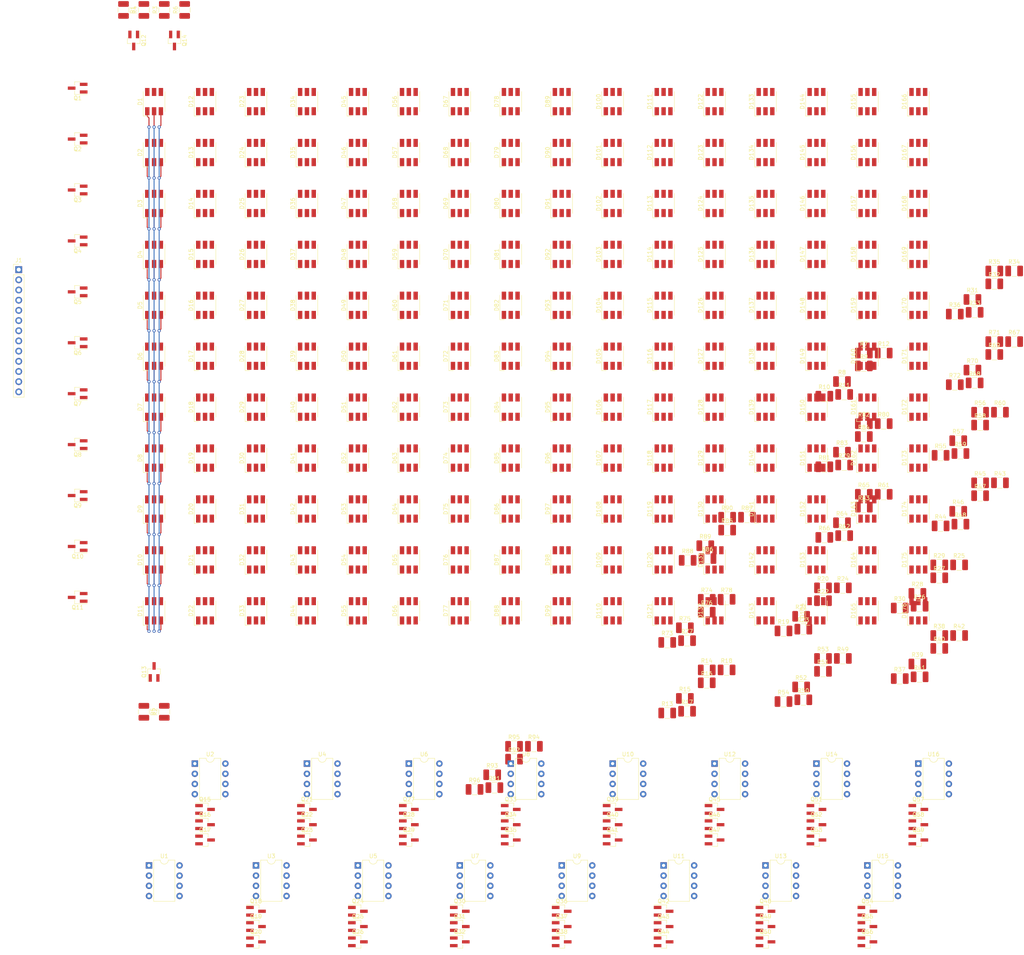
<source format=kicad_pcb>
(kicad_pcb (version 20171130) (host pcbnew "(5.0.0)")
  (layers (0 F.Cu signal) (31 B.Cu signal) (34 B.Paste user) (35 F.Paste user) (36 B.SilkS user) (37 F.SilkS user) (38 B.Mask user) (39 F.Mask user) (44 Edge.Cuts user))
  (net 0 "")
  (net 1 /0)
  (net 2 /B0)
  (net 3 /G0)
  (net 4 /R0)
  (net 5 /1)
  (net 6 /2)
  (net 7 /3)
  (net 8 /4)
  (net 9 /5)
  (net 10 /6)
  (net 11 /7)
  (net 12 /8)
  (net 13 /9)
  (net 14 /10)
  (net 15 /R1)
  (net 16 /G1)
  (net 17 /B1)
  (net 18 /B2)
  (net 19 /G2)
  (net 20 /R2)
  (net 21 /R3)
  (net 22 /G3)
  (net 23 /B3)
  (net 24 /B4)
  (net 25 /G4)
  (net 26 /R4)
  (net 27 /R5)
  (net 28 /G5)
  (net 29 /B5)
  (net 30 /R6)
  (net 31 /G6)
  (net 32 /B6)
  (net 33 /R7)
  (net 34 /G7)
  (net 35 /B7)
  (net 36 /R8)
  (net 37 /G8)
  (net 38 /B8)
  (net 39 /R9)
  (net 40 /G9)
  (net 41 /B9)
  (net 42 /B10)
  (net 43 /G10)
  (net 44 /R10)
  (net 45 /B11)
  (net 46 /G11)
  (net 47 /R11)
  (net 48 /B12)
  (net 49 /G12)
  (net 50 /R12)
  (net 51 /R13)
  (net 52 /G13)
  (net 53 /B13)
  (net 54 /B14)
  (net 55 /G14)
  (net 56 /R14)
  (net 57 /R15)
  (net 58 /G15)
  (net 59 /B15)
  (net 60 /ROW0)
  (net 61 /ROW1)
  (net 62 /ROW2)
  (net 63 /ROW3)
  (net 64 /ROW4)
  (net 65 /ROW5)
  (net 66 /ROW6)
  (net 67 /ROW7)
  (net 68 /ROW8)
  (net 69 /ROW9)
  (net 70 /ROW10)
  (net 71 /DIN)
  (net 72 /DCLK)
  (net 73 +5V)
  (net 74 "Net-(Q12-Pad1)")
  (net 75 "Net-(Q12-Pad2)")
  (net 76 "Net-(Q13-Pad2)")
  (net 77 "Net-(Q13-Pad1)")
  (net 78 "Net-(Q14-Pad2)")
  (net 79 "Net-(Q14-Pad1)")
  (net 80 "Net-(Q15-Pad2)")
  (net 81 "Net-(Q15-Pad1)")
  (net 82 "Net-(Q16-Pad1)")
  (net 83 "Net-(Q16-Pad2)")
  (net 84 "Net-(Q17-Pad1)")
  (net 85 "Net-(Q17-Pad2)")
  (net 86 "Net-(Q18-Pad1)")
  (net 87 "Net-(Q18-Pad2)")
  (net 88 "Net-(Q19-Pad2)")
  (net 89 "Net-(Q19-Pad1)")
  (net 90 "Net-(Q20-Pad1)")
  (net 91 "Net-(Q20-Pad2)")
  (net 92 "Net-(Q21-Pad2)")
  (net 93 "Net-(Q21-Pad1)")
  (net 94 "Net-(Q22-Pad1)")
  (net 95 "Net-(Q22-Pad2)")
  (net 96 "Net-(Q23-Pad2)")
  (net 97 "Net-(Q23-Pad1)")
  (net 98 "Net-(Q24-Pad1)")
  (net 99 "Net-(Q24-Pad2)")
  (net 100 "Net-(Q25-Pad2)")
  (net 101 "Net-(Q25-Pad1)")
  (net 102 "Net-(Q26-Pad1)")
  (net 103 "Net-(Q26-Pad2)")
  (net 104 "Net-(Q27-Pad2)")
  (net 105 "Net-(Q27-Pad1)")
  (net 106 "Net-(Q28-Pad2)")
  (net 107 "Net-(Q28-Pad1)")
  (net 108 "Net-(Q29-Pad1)")
  (net 109 "Net-(Q29-Pad2)")
  (net 110 "Net-(Q30-Pad2)")
  (net 111 "Net-(Q30-Pad1)")
  (net 112 "Net-(Q31-Pad1)")
  (net 113 "Net-(Q31-Pad2)")
  (net 114 "Net-(Q32-Pad2)")
  (net 115 "Net-(Q32-Pad1)")
  (net 116 "Net-(Q33-Pad1)")
  (net 117 "Net-(Q33-Pad2)")
  (net 118 "Net-(Q34-Pad1)")
  (net 119 "Net-(Q34-Pad2)")
  (net 120 "Net-(Q35-Pad2)")
  (net 121 "Net-(Q35-Pad1)")
  (net 122 "Net-(Q36-Pad1)")
  (net 123 "Net-(Q36-Pad2)")
  (net 124 "Net-(Q37-Pad2)")
  (net 125 "Net-(Q37-Pad1)")
  (net 126 "Net-(Q38-Pad1)")
  (net 127 "Net-(Q38-Pad2)")
  (net 128 "Net-(Q39-Pad2)")
  (net 129 "Net-(Q39-Pad1)")
  (net 130 "Net-(Q40-Pad1)")
  (net 131 "Net-(Q40-Pad2)")
  (net 132 "Net-(Q41-Pad2)")
  (net 133 "Net-(Q41-Pad1)")
  (net 134 "Net-(Q42-Pad1)")
  (net 135 "Net-(Q42-Pad2)")
  (net 136 "Net-(Q43-Pad2)")
  (net 137 "Net-(Q43-Pad1)")
  (net 138 "Net-(Q44-Pad1)")
  (net 139 "Net-(Q44-Pad2)")
  (net 140 "Net-(Q45-Pad2)")
  (net 141 "Net-(Q45-Pad1)")
  (net 142 "Net-(Q46-Pad1)")
  (net 143 "Net-(Q46-Pad2)")
  (net 144 "Net-(Q47-Pad1)")
  (net 145 "Net-(Q47-Pad2)")
  (net 146 "Net-(Q48-Pad1)")
  (net 147 "Net-(Q48-Pad2)")
  (net 148 "Net-(Q49-Pad2)")
  (net 149 "Net-(Q49-Pad1)")
  (net 150 "Net-(Q50-Pad1)")
  (net 151 "Net-(Q50-Pad2)")
  (net 152 "Net-(Q51-Pad2)")
  (net 153 "Net-(Q51-Pad1)")
  (net 154 "Net-(Q52-Pad1)")
  (net 155 "Net-(Q52-Pad2)")
  (net 156 "Net-(Q53-Pad2)")
  (net 157 "Net-(Q53-Pad1)")
  (net 158 "Net-(Q54-Pad1)")
  (net 159 "Net-(Q54-Pad2)")
  (net 160 "Net-(Q55-Pad2)")
  (net 161 "Net-(Q55-Pad1)")
  (net 162 "Net-(Q56-Pad1)")
  (net 163 "Net-(Q56-Pad2)")
  (net 164 "Net-(Q57-Pad2)")
  (net 165 "Net-(Q57-Pad1)")
  (net 166 "Net-(Q58-Pad1)")
  (net 167 "Net-(Q58-Pad2)")
  (net 168 "Net-(Q59-Pad2)")
  (net 169 "Net-(Q59-Pad1)")
  (net 170 "/PWM Controller/R_PWM")
  (net 171 "/PWM Controller/G_PWM")
  (net 172 "/PWM Controller/B_PWM")
  (net 173 GND)
  (net 174 /sheet5C026B32/R_PWM)
  (net 175 /sheet5C026B32/G_PWM)
  (net 176 /sheet5C026B32/B_PWM)
  (net 177 /sheet5C02892F/R_PWM)
  (net 178 /sheet5C02892F/G_PWM)
  (net 179 /sheet5C02892F/B_PWM)
  (net 180 /sheet5C028931/R_PWM)
  (net 181 /sheet5C028931/G_PWM)
  (net 182 /sheet5C028931/B_PWM)
  (net 183 /sheet5C02A497/R_PWM)
  (net 184 /sheet5C02A497/G_PWM)
  (net 185 /sheet5C02A497/B_PWM)
  (net 186 /sheet5C02A499/R_PWM)
  (net 187 /sheet5C02A499/G_PWM)
  (net 188 /sheet5C02A499/B_PWM)
  (net 189 /sheet5C02A49B/R_PWM)
  (net 190 /sheet5C02A49B/G_PWM)
  (net 191 /sheet5C02A49B/B_PWM)
  (net 192 /sheet5C02A49D/R_PWM)
  (net 193 /sheet5C02A49D/G_PWM)
  (net 194 /sheet5C02A49D/B_PWM)
  (net 195 /sheet5C02E5C7/R_PWM)
  (net 196 /sheet5C02E5C7/G_PWM)
  (net 197 /sheet5C02E5C7/B_PWM)
  (net 198 /sheet5C02E5C9/R_PWM)
  (net 199 /sheet5C02E5C9/G_PWM)
  (net 200 /sheet5C02E5C9/B_PWM)
  (net 201 /sheet5C02E5CB/R_PWM)
  (net 202 /sheet5C02E5CB/G_PWM)
  (net 203 /sheet5C02E5CB/B_PWM)
  (net 204 /sheet5C156C5A/R_PWM)
  (net 205 /sheet5C156C5A/G_PWM)
  (net 206 /sheet5C156C5A/B_PWM)
  (net 207 /sheet5C7E23D8/R_PWM)
  (net 208 /sheet5C7E23D8/G_PWM)
  (net 209 /sheet5C7E23D8/B_PWM)
  (net 210 /sheet5C7E23D9/R_PWM)
  (net 211 /sheet5C7E23D9/G_PWM)
  (net 212 /sheet5C7E23D9/B_PWM)
  (net 213 /sheet5C853AF2/R_PWM)
  (net 214 /sheet5C853AF2/G_PWM)
  (net 215 /sheet5C853AF2/B_PWM)
  (net 216 /sheet5C87E357/R_PWM)
  (net 217 /sheet5C87E357/G_PWM)
  (net 218 /sheet5C87E357/B_PWM)
  (net 219 /sheet5C026B32/DIN)
  (net 220 /sheet5C02892F/DIN)
  (net 221 /sheet5C028931/DIN)
  (net 222 /sheet5C02A497/DIN)
  (net 223 /sheet5C02A499/DIN)
  (net 224 /sheet5C02A49B/DIN)
  (net 225 /sheet5C02A49D/DIN)
  (net 226 /D7_OUT)
  (net 227 /sheet5C02E5C9/DIN)
  (net 228 /sheet5C02E5CB/DIN)
  (net 229 /sheet5C156C5A/DIN)
  (net 230 /sheet5C7E23D8/DIN)
  (net 231 /sheet5C7E23D9/DIN)
  (net 232 /sheet5C853AF2/DIN)
  (net 233 /sheet5C87E357/DIN)
  (net 234 /DOUT)
  (module LED_SMD:LED_RGB_5050-6 (layer F.Cu) (at 63.5 25.4 90)
    (fp_text reference D1 (at 0 -3.5 270) (layer F.SilkS))
    (fp_text value LED_RGB)
    (pad 6 smd rect (at 2.4 -1.7 180) (size 1.1 2) (layers F.Cu F.Paste F.Mask) (net 1 /0))
    (pad 5 smd rect (at 2.4 0 180) (size 1.1 2) (layers F.Cu F.Paste F.Mask) (net 1 /0))
    (pad 4 smd rect (at 2.4 1.7 180) (size 1.1 2) (layers F.Cu F.Paste F.Mask) (net 1 /0))
    (pad 3 smd rect (at -2.4 1.7 180) (size 1.1 2) (layers F.Cu F.Paste F.Mask) (net 2 /B0))
    (pad 2 smd rect (at -2.4 0 180) (size 1.1 2) (layers F.Cu F.Paste F.Mask) (net 3 /G0))
    (pad 1 smd rect (at -2.4 -1.7 180) (size 1.1 2) (layers F.Cu F.Paste F.Mask) (net 4 /R0))
  )
  (module LED_SMD:LED_RGB_5050-6 (layer F.Cu) (at 63.5 38.099999 90)
    (fp_text reference D2 (at 0 -3.5 270) (layer F.SilkS))
    (fp_text value LED_RGB)
    (pad 6 smd rect (at 2.4 -1.7 180) (size 1.1 2) (layers F.Cu F.Paste F.Mask) (net 5 /1))
    (pad 5 smd rect (at 2.4 0 180) (size 1.1 2) (layers F.Cu F.Paste F.Mask) (net 5 /1))
    (pad 4 smd rect (at 2.4 1.7 180) (size 1.1 2) (layers F.Cu F.Paste F.Mask) (net 5 /1))
    (pad 3 smd rect (at -2.4 1.7 180) (size 1.1 2) (layers F.Cu F.Paste F.Mask) (net 2 /B0))
    (pad 2 smd rect (at -2.4 0 180) (size 1.1 2) (layers F.Cu F.Paste F.Mask) (net 3 /G0))
    (pad 1 smd rect (at -2.4 -1.7 180) (size 1.1 2) (layers F.Cu F.Paste F.Mask) (net 4 /R0))
  )
  (module LED_SMD:LED_RGB_5050-6 (layer F.Cu) (at 63.5 50.8 90)
    (fp_text reference D3 (at 0 -3.5 270) (layer F.SilkS))
    (fp_text value LED_RGB)
    (pad 1 smd rect (at -2.4 -1.7 180) (size 1.1 2) (layers F.Cu F.Paste F.Mask) (net 4 /R0))
    (pad 2 smd rect (at -2.4 0 180) (size 1.1 2) (layers F.Cu F.Paste F.Mask) (net 3 /G0))
    (pad 3 smd rect (at -2.4 1.7 180) (size 1.1 2) (layers F.Cu F.Paste F.Mask) (net 2 /B0))
    (pad 4 smd rect (at 2.4 1.7 180) (size 1.1 2) (layers F.Cu F.Paste F.Mask) (net 6 /2))
    (pad 5 smd rect (at 2.4 0 180) (size 1.1 2) (layers F.Cu F.Paste F.Mask) (net 6 /2))
    (pad 6 smd rect (at 2.4 -1.7 180) (size 1.1 2) (layers F.Cu F.Paste F.Mask) (net 6 /2))
  )
  (module LED_SMD:LED_RGB_5050-6 (layer F.Cu) (at 63.5 63.5 90)
    (fp_text reference D4 (at 0 -3.5 270) (layer F.SilkS))
    (fp_text value LED_RGB)
    (pad 6 smd rect (at 2.4 -1.7 180) (size 1.1 2) (layers F.Cu F.Paste F.Mask) (net 7 /3))
    (pad 5 smd rect (at 2.4 0 180) (size 1.1 2) (layers F.Cu F.Paste F.Mask) (net 7 /3))
    (pad 4 smd rect (at 2.4 1.7 180) (size 1.1 2) (layers F.Cu F.Paste F.Mask) (net 7 /3))
    (pad 3 smd rect (at -2.4 1.7 180) (size 1.1 2) (layers F.Cu F.Paste F.Mask) (net 2 /B0))
    (pad 2 smd rect (at -2.4 0 180) (size 1.1 2) (layers F.Cu F.Paste F.Mask) (net 3 /G0))
    (pad 1 smd rect (at -2.4 -1.7 180) (size 1.1 2) (layers F.Cu F.Paste F.Mask) (net 4 /R0))
  )
  (module LED_SMD:LED_RGB_5050-6 (layer F.Cu) (at 63.5 76.199999 90)
    (fp_text reference D5 (at 0 -3.5 270) (layer F.SilkS))
    (fp_text value LED_RGB)
    (pad 1 smd rect (at -2.4 -1.7 180) (size 1.1 2) (layers F.Cu F.Paste F.Mask) (net 4 /R0))
    (pad 2 smd rect (at -2.4 0 180) (size 1.1 2) (layers F.Cu F.Paste F.Mask) (net 3 /G0))
    (pad 3 smd rect (at -2.4 1.7 180) (size 1.1 2) (layers F.Cu F.Paste F.Mask) (net 2 /B0))
    (pad 4 smd rect (at 2.4 1.7 180) (size 1.1 2) (layers F.Cu F.Paste F.Mask) (net 8 /4))
    (pad 5 smd rect (at 2.4 0 180) (size 1.1 2) (layers F.Cu F.Paste F.Mask) (net 8 /4))
    (pad 6 smd rect (at 2.4 -1.7 180) (size 1.1 2) (layers F.Cu F.Paste F.Mask) (net 8 /4))
  )
  (module LED_SMD:LED_RGB_5050-6 (layer F.Cu) (at 63.5 88.9 90)
    (fp_text reference D6 (at 0 -3.5 270) (layer F.SilkS))
    (fp_text value LED_RGB)
    (pad 6 smd rect (at 2.4 -1.7 180) (size 1.1 2) (layers F.Cu F.Paste F.Mask) (net 9 /5))
    (pad 5 smd rect (at 2.4 0 180) (size 1.1 2) (layers F.Cu F.Paste F.Mask) (net 9 /5))
    (pad 4 smd rect (at 2.4 1.7 180) (size 1.1 2) (layers F.Cu F.Paste F.Mask) (net 9 /5))
    (pad 3 smd rect (at -2.4 1.7 180) (size 1.1 2) (layers F.Cu F.Paste F.Mask) (net 2 /B0))
    (pad 2 smd rect (at -2.4 0 180) (size 1.1 2) (layers F.Cu F.Paste F.Mask) (net 3 /G0))
    (pad 1 smd rect (at -2.4 -1.7 180) (size 1.1 2) (layers F.Cu F.Paste F.Mask) (net 4 /R0))
  )
  (module LED_SMD:LED_RGB_5050-6 (layer F.Cu) (at 63.5 101.6 90)
    (fp_text reference D7 (at 0 -3.5 270) (layer F.SilkS))
    (fp_text value LED_RGB)
    (pad 1 smd rect (at -2.4 -1.7 180) (size 1.1 2) (layers F.Cu F.Paste F.Mask) (net 4 /R0))
    (pad 2 smd rect (at -2.4 0 180) (size 1.1 2) (layers F.Cu F.Paste F.Mask) (net 3 /G0))
    (pad 3 smd rect (at -2.4 1.7 180) (size 1.1 2) (layers F.Cu F.Paste F.Mask) (net 2 /B0))
    (pad 4 smd rect (at 2.4 1.7 180) (size 1.1 2) (layers F.Cu F.Paste F.Mask) (net 10 /6))
    (pad 5 smd rect (at 2.4 0 180) (size 1.1 2) (layers F.Cu F.Paste F.Mask) (net 10 /6))
    (pad 6 smd rect (at 2.4 -1.7 180) (size 1.1 2) (layers F.Cu F.Paste F.Mask) (net 10 /6))
  )
  (module LED_SMD:LED_RGB_5050-6 (layer F.Cu) (at 63.5 114.3 90)
    (fp_text reference D8 (at 0 -3.5 270) (layer F.SilkS))
    (fp_text value LED_RGB)
    (pad 1 smd rect (at -2.4 -1.7 180) (size 1.1 2) (layers F.Cu F.Paste F.Mask) (net 4 /R0))
    (pad 2 smd rect (at -2.4 0 180) (size 1.1 2) (layers F.Cu F.Paste F.Mask) (net 3 /G0))
    (pad 3 smd rect (at -2.4 1.7 180) (size 1.1 2) (layers F.Cu F.Paste F.Mask) (net 2 /B0))
    (pad 4 smd rect (at 2.4 1.7 180) (size 1.1 2) (layers F.Cu F.Paste F.Mask) (net 11 /7))
    (pad 5 smd rect (at 2.4 0 180) (size 1.1 2) (layers F.Cu F.Paste F.Mask) (net 11 /7))
    (pad 6 smd rect (at 2.4 -1.7 180) (size 1.1 2) (layers F.Cu F.Paste F.Mask) (net 11 /7))
  )
  (module LED_SMD:LED_RGB_5050-6 (layer F.Cu) (at 63.5 127 90)
    (fp_text reference D9 (at 0 -3.5 270) (layer F.SilkS))
    (fp_text value LED_RGB)
    (pad 1 smd rect (at -2.4 -1.7 180) (size 1.1 2) (layers F.Cu F.Paste F.Mask) (net 4 /R0))
    (pad 2 smd rect (at -2.4 0 180) (size 1.1 2) (layers F.Cu F.Paste F.Mask) (net 3 /G0))
    (pad 3 smd rect (at -2.4 1.7 180) (size 1.1 2) (layers F.Cu F.Paste F.Mask) (net 2 /B0))
    (pad 4 smd rect (at 2.4 1.7 180) (size 1.1 2) (layers F.Cu F.Paste F.Mask) (net 12 /8))
    (pad 5 smd rect (at 2.4 0 180) (size 1.1 2) (layers F.Cu F.Paste F.Mask) (net 12 /8))
    (pad 6 smd rect (at 2.4 -1.7 180) (size 1.1 2) (layers F.Cu F.Paste F.Mask) (net 12 /8))
  )
  (module LED_SMD:LED_RGB_5050-6 (layer F.Cu) (at 63.5 139.7 90)
    (fp_text reference D10 (at 0 -3.5 270) (layer F.SilkS))
    (fp_text value LED_RGB)
    (pad 6 smd rect (at 2.4 -1.7 180) (size 1.1 2) (layers F.Cu F.Paste F.Mask) (net 13 /9))
    (pad 5 smd rect (at 2.4 0 180) (size 1.1 2) (layers F.Cu F.Paste F.Mask) (net 13 /9))
    (pad 4 smd rect (at 2.4 1.7 180) (size 1.1 2) (layers F.Cu F.Paste F.Mask) (net 13 /9))
    (pad 3 smd rect (at -2.4 1.7 180) (size 1.1 2) (layers F.Cu F.Paste F.Mask) (net 2 /B0))
    (pad 2 smd rect (at -2.4 0 180) (size 1.1 2) (layers F.Cu F.Paste F.Mask) (net 3 /G0))
    (pad 1 smd rect (at -2.4 -1.7 180) (size 1.1 2) (layers F.Cu F.Paste F.Mask) (net 4 /R0))
  )
  (module LED_SMD:LED_RGB_5050-6 (layer F.Cu) (at 63.5 152.4 90)
    (fp_text reference D11 (at 0 -3.5 270) (layer F.SilkS))
    (fp_text value LED_RGB)
    (pad 1 smd rect (at -2.4 -1.7 180) (size 1.1 2) (layers F.Cu F.Paste F.Mask) (net 4 /R0))
    (pad 2 smd rect (at -2.4 0 180) (size 1.1 2) (layers F.Cu F.Paste F.Mask) (net 3 /G0))
    (pad 3 smd rect (at -2.4 1.7 180) (size 1.1 2) (layers F.Cu F.Paste F.Mask) (net 2 /B0))
    (pad 4 smd rect (at 2.4 1.7 180) (size 1.1 2) (layers F.Cu F.Paste F.Mask) (net 14 /10))
    (pad 5 smd rect (at 2.4 0 180) (size 1.1 2) (layers F.Cu F.Paste F.Mask) (net 14 /10))
    (pad 6 smd rect (at 2.4 -1.7 180) (size 1.1 2) (layers F.Cu F.Paste F.Mask) (net 14 /10))
  )
  (module LED_SMD:LED_RGB_5050-6 (layer F.Cu) (at 76.2 25.4 90)
    (fp_text reference D12 (at 0 -3.5 270) (layer F.SilkS))
    (fp_text value LED_RGB)
    (pad 1 smd rect (at -2.4 -1.7 180) (size 1.1 2) (layers F.Cu F.Paste F.Mask) (net 15 /R1))
    (pad 2 smd rect (at -2.4 0 180) (size 1.1 2) (layers F.Cu F.Paste F.Mask) (net 16 /G1))
    (pad 3 smd rect (at -2.4 1.7 180) (size 1.1 2) (layers F.Cu F.Paste F.Mask) (net 17 /B1))
    (pad 4 smd rect (at 2.4 1.7 180) (size 1.1 2) (layers F.Cu F.Paste F.Mask) (net 1 /0))
    (pad 5 smd rect (at 2.4 0 180) (size 1.1 2) (layers F.Cu F.Paste F.Mask) (net 1 /0))
    (pad 6 smd rect (at 2.4 -1.7 180) (size 1.1 2) (layers F.Cu F.Paste F.Mask) (net 1 /0))
  )
  (module LED_SMD:LED_RGB_5050-6 (layer F.Cu) (at 76.2 38.099999 90)
    (fp_text reference D13 (at 0 -3.5 270) (layer F.SilkS))
    (fp_text value LED_RGB)
    (pad 6 smd rect (at 2.4 -1.7 180) (size 1.1 2) (layers F.Cu F.Paste F.Mask) (net 5 /1))
    (pad 5 smd rect (at 2.4 0 180) (size 1.1 2) (layers F.Cu F.Paste F.Mask) (net 5 /1))
    (pad 4 smd rect (at 2.4 1.7 180) (size 1.1 2) (layers F.Cu F.Paste F.Mask) (net 5 /1))
    (pad 3 smd rect (at -2.4 1.7 180) (size 1.1 2) (layers F.Cu F.Paste F.Mask) (net 17 /B1))
    (pad 2 smd rect (at -2.4 0 180) (size 1.1 2) (layers F.Cu F.Paste F.Mask) (net 16 /G1))
    (pad 1 smd rect (at -2.4 -1.7 180) (size 1.1 2) (layers F.Cu F.Paste F.Mask) (net 15 /R1))
  )
  (module LED_SMD:LED_RGB_5050-6 (layer F.Cu) (at 76.2 50.8 90)
    (fp_text reference D14 (at 0 -3.5 270) (layer F.SilkS))
    (fp_text value LED_RGB)
    (pad 1 smd rect (at -2.4 -1.7 180) (size 1.1 2) (layers F.Cu F.Paste F.Mask) (net 15 /R1))
    (pad 2 smd rect (at -2.4 0 180) (size 1.1 2) (layers F.Cu F.Paste F.Mask) (net 16 /G1))
    (pad 3 smd rect (at -2.4 1.7 180) (size 1.1 2) (layers F.Cu F.Paste F.Mask) (net 17 /B1))
    (pad 4 smd rect (at 2.4 1.7 180) (size 1.1 2) (layers F.Cu F.Paste F.Mask) (net 6 /2))
    (pad 5 smd rect (at 2.4 0 180) (size 1.1 2) (layers F.Cu F.Paste F.Mask) (net 6 /2))
    (pad 6 smd rect (at 2.4 -1.7 180) (size 1.1 2) (layers F.Cu F.Paste F.Mask) (net 6 /2))
  )
  (module LED_SMD:LED_RGB_5050-6 (layer F.Cu) (at 76.2 63.5 90)
    (fp_text reference D15 (at 0 -3.5 270) (layer F.SilkS))
    (fp_text value LED_RGB)
    (pad 6 smd rect (at 2.4 -1.7 180) (size 1.1 2) (layers F.Cu F.Paste F.Mask) (net 7 /3))
    (pad 5 smd rect (at 2.4 0 180) (size 1.1 2) (layers F.Cu F.Paste F.Mask) (net 7 /3))
    (pad 4 smd rect (at 2.4 1.7 180) (size 1.1 2) (layers F.Cu F.Paste F.Mask) (net 7 /3))
    (pad 3 smd rect (at -2.4 1.7 180) (size 1.1 2) (layers F.Cu F.Paste F.Mask) (net 17 /B1))
    (pad 2 smd rect (at -2.4 0 180) (size 1.1 2) (layers F.Cu F.Paste F.Mask) (net 16 /G1))
    (pad 1 smd rect (at -2.4 -1.7 180) (size 1.1 2) (layers F.Cu F.Paste F.Mask) (net 15 /R1))
  )
  (module LED_SMD:LED_RGB_5050-6 (layer F.Cu) (at 76.2 76.199999 90)
    (fp_text reference D16 (at 0 -3.5 270) (layer F.SilkS))
    (fp_text value LED_RGB)
    (pad 1 smd rect (at -2.4 -1.7 180) (size 1.1 2) (layers F.Cu F.Paste F.Mask) (net 15 /R1))
    (pad 2 smd rect (at -2.4 0 180) (size 1.1 2) (layers F.Cu F.Paste F.Mask) (net 16 /G1))
    (pad 3 smd rect (at -2.4 1.7 180) (size 1.1 2) (layers F.Cu F.Paste F.Mask) (net 17 /B1))
    (pad 4 smd rect (at 2.4 1.7 180) (size 1.1 2) (layers F.Cu F.Paste F.Mask) (net 8 /4))
    (pad 5 smd rect (at 2.4 0 180) (size 1.1 2) (layers F.Cu F.Paste F.Mask) (net 8 /4))
    (pad 6 smd rect (at 2.4 -1.7 180) (size 1.1 2) (layers F.Cu F.Paste F.Mask) (net 8 /4))
  )
  (module LED_SMD:LED_RGB_5050-6 (layer F.Cu) (at 76.2 88.9 90)
    (fp_text reference D17 (at 0 -3.5 270) (layer F.SilkS))
    (fp_text value LED_RGB)
    (pad 1 smd rect (at -2.4 -1.7 180) (size 1.1 2) (layers F.Cu F.Paste F.Mask) (net 15 /R1))
    (pad 2 smd rect (at -2.4 0 180) (size 1.1 2) (layers F.Cu F.Paste F.Mask) (net 16 /G1))
    (pad 3 smd rect (at -2.4 1.7 180) (size 1.1 2) (layers F.Cu F.Paste F.Mask) (net 17 /B1))
    (pad 4 smd rect (at 2.4 1.7 180) (size 1.1 2) (layers F.Cu F.Paste F.Mask) (net 9 /5))
    (pad 5 smd rect (at 2.4 0 180) (size 1.1 2) (layers F.Cu F.Paste F.Mask) (net 9 /5))
    (pad 6 smd rect (at 2.4 -1.7 180) (size 1.1 2) (layers F.Cu F.Paste F.Mask) (net 9 /5))
  )
  (module LED_SMD:LED_RGB_5050-6 (layer F.Cu) (at 76.2 101.6 90)
    (fp_text reference D18 (at 0 -3.5 270) (layer F.SilkS))
    (fp_text value LED_RGB)
    (pad 1 smd rect (at -2.4 -1.7 180) (size 1.1 2) (layers F.Cu F.Paste F.Mask) (net 15 /R1))
    (pad 2 smd rect (at -2.4 0 180) (size 1.1 2) (layers F.Cu F.Paste F.Mask) (net 16 /G1))
    (pad 3 smd rect (at -2.4 1.7 180) (size 1.1 2) (layers F.Cu F.Paste F.Mask) (net 17 /B1))
    (pad 4 smd rect (at 2.4 1.7 180) (size 1.1 2) (layers F.Cu F.Paste F.Mask) (net 10 /6))
    (pad 5 smd rect (at 2.4 0 180) (size 1.1 2) (layers F.Cu F.Paste F.Mask) (net 10 /6))
    (pad 6 smd rect (at 2.4 -1.7 180) (size 1.1 2) (layers F.Cu F.Paste F.Mask) (net 10 /6))
  )
  (module LED_SMD:LED_RGB_5050-6 (layer F.Cu) (at 76.2 114.3 90)
    (fp_text reference D19 (at 0 -3.5 270) (layer F.SilkS))
    (fp_text value LED_RGB)
    (pad 6 smd rect (at 2.4 -1.7 180) (size 1.1 2) (layers F.Cu F.Paste F.Mask) (net 11 /7))
    (pad 5 smd rect (at 2.4 0 180) (size 1.1 2) (layers F.Cu F.Paste F.Mask) (net 11 /7))
    (pad 4 smd rect (at 2.4 1.7 180) (size 1.1 2) (layers F.Cu F.Paste F.Mask) (net 11 /7))
    (pad 3 smd rect (at -2.4 1.7 180) (size 1.1 2) (layers F.Cu F.Paste F.Mask) (net 17 /B1))
    (pad 2 smd rect (at -2.4 0 180) (size 1.1 2) (layers F.Cu F.Paste F.Mask) (net 16 /G1))
    (pad 1 smd rect (at -2.4 -1.7 180) (size 1.1 2) (layers F.Cu F.Paste F.Mask) (net 15 /R1))
  )
  (module LED_SMD:LED_RGB_5050-6 (layer F.Cu) (at 76.2 127 90)
    (fp_text reference D20 (at 0 -3.5 270) (layer F.SilkS))
    (fp_text value LED_RGB)
    (pad 1 smd rect (at -2.4 -1.7 180) (size 1.1 2) (layers F.Cu F.Paste F.Mask) (net 15 /R1))
    (pad 2 smd rect (at -2.4 0 180) (size 1.1 2) (layers F.Cu F.Paste F.Mask) (net 16 /G1))
    (pad 3 smd rect (at -2.4 1.7 180) (size 1.1 2) (layers F.Cu F.Paste F.Mask) (net 17 /B1))
    (pad 4 smd rect (at 2.4 1.7 180) (size 1.1 2) (layers F.Cu F.Paste F.Mask) (net 12 /8))
    (pad 5 smd rect (at 2.4 0 180) (size 1.1 2) (layers F.Cu F.Paste F.Mask) (net 12 /8))
    (pad 6 smd rect (at 2.4 -1.7 180) (size 1.1 2) (layers F.Cu F.Paste F.Mask) (net 12 /8))
  )
  (module LED_SMD:LED_RGB_5050-6 (layer F.Cu) (at 76.2 139.7 90)
    (fp_text reference D21 (at 0 -3.5 270) (layer F.SilkS))
    (fp_text value LED_RGB)
    (pad 6 smd rect (at 2.4 -1.7 180) (size 1.1 2) (layers F.Cu F.Paste F.Mask) (net 13 /9))
    (pad 5 smd rect (at 2.4 0 180) (size 1.1 2) (layers F.Cu F.Paste F.Mask) (net 13 /9))
    (pad 4 smd rect (at 2.4 1.7 180) (size 1.1 2) (layers F.Cu F.Paste F.Mask) (net 13 /9))
    (pad 3 smd rect (at -2.4 1.7 180) (size 1.1 2) (layers F.Cu F.Paste F.Mask) (net 17 /B1))
    (pad 2 smd rect (at -2.4 0 180) (size 1.1 2) (layers F.Cu F.Paste F.Mask) (net 16 /G1))
    (pad 1 smd rect (at -2.4 -1.7 180) (size 1.1 2) (layers F.Cu F.Paste F.Mask) (net 15 /R1))
  )
  (module LED_SMD:LED_RGB_5050-6 (layer F.Cu) (at 76.2 152.4 90)
    (fp_text reference D22 (at 0 -3.5 270) (layer F.SilkS))
    (fp_text value LED_RGB)
    (pad 1 smd rect (at -2.4 -1.7 180) (size 1.1 2) (layers F.Cu F.Paste F.Mask) (net 15 /R1))
    (pad 2 smd rect (at -2.4 0 180) (size 1.1 2) (layers F.Cu F.Paste F.Mask) (net 16 /G1))
    (pad 3 smd rect (at -2.4 1.7 180) (size 1.1 2) (layers F.Cu F.Paste F.Mask) (net 17 /B1))
    (pad 4 smd rect (at 2.4 1.7 180) (size 1.1 2) (layers F.Cu F.Paste F.Mask) (net 14 /10))
    (pad 5 smd rect (at 2.4 0 180) (size 1.1 2) (layers F.Cu F.Paste F.Mask) (net 14 /10))
    (pad 6 smd rect (at 2.4 -1.7 180) (size 1.1 2) (layers F.Cu F.Paste F.Mask) (net 14 /10))
  )
  (module LED_SMD:LED_RGB_5050-6 (layer F.Cu) (at 88.9 25.4 90)
    (fp_text reference D23 (at 0 -3.5 270) (layer F.SilkS))
    (fp_text value LED_RGB)
    (pad 6 smd rect (at 2.4 -1.7 180) (size 1.1 2) (layers F.Cu F.Paste F.Mask) (net 1 /0))
    (pad 5 smd rect (at 2.4 0 180) (size 1.1 2) (layers F.Cu F.Paste F.Mask) (net 1 /0))
    (pad 4 smd rect (at 2.4 1.7 180) (size 1.1 2) (layers F.Cu F.Paste F.Mask) (net 1 /0))
    (pad 3 smd rect (at -2.4 1.7 180) (size 1.1 2) (layers F.Cu F.Paste F.Mask) (net 18 /B2))
    (pad 2 smd rect (at -2.4 0 180) (size 1.1 2) (layers F.Cu F.Paste F.Mask) (net 19 /G2))
    (pad 1 smd rect (at -2.4 -1.7 180) (size 1.1 2) (layers F.Cu F.Paste F.Mask) (net 20 /R2))
  )
  (module LED_SMD:LED_RGB_5050-6 (layer F.Cu) (at 88.9 38.099999 90)
    (fp_text reference D24 (at 0 -3.5 270) (layer F.SilkS))
    (fp_text value LED_RGB)
    (pad 6 smd rect (at 2.4 -1.7 180) (size 1.1 2) (layers F.Cu F.Paste F.Mask) (net 5 /1))
    (pad 5 smd rect (at 2.4 0 180) (size 1.1 2) (layers F.Cu F.Paste F.Mask) (net 5 /1))
    (pad 4 smd rect (at 2.4 1.7 180) (size 1.1 2) (layers F.Cu F.Paste F.Mask) (net 5 /1))
    (pad 3 smd rect (at -2.4 1.7 180) (size 1.1 2) (layers F.Cu F.Paste F.Mask) (net 18 /B2))
    (pad 2 smd rect (at -2.4 0 180) (size 1.1 2) (layers F.Cu F.Paste F.Mask) (net 19 /G2))
    (pad 1 smd rect (at -2.4 -1.7 180) (size 1.1 2) (layers F.Cu F.Paste F.Mask) (net 20 /R2))
  )
  (module LED_SMD:LED_RGB_5050-6 (layer F.Cu) (at 88.9 50.8 90)
    (fp_text reference D25 (at 0 -3.5 270) (layer F.SilkS))
    (fp_text value LED_RGB)
    (pad 1 smd rect (at -2.4 -1.7 180) (size 1.1 2) (layers F.Cu F.Paste F.Mask) (net 20 /R2))
    (pad 2 smd rect (at -2.4 0 180) (size 1.1 2) (layers F.Cu F.Paste F.Mask) (net 19 /G2))
    (pad 3 smd rect (at -2.4 1.7 180) (size 1.1 2) (layers F.Cu F.Paste F.Mask) (net 18 /B2))
    (pad 4 smd rect (at 2.4 1.7 180) (size 1.1 2) (layers F.Cu F.Paste F.Mask) (net 6 /2))
    (pad 5 smd rect (at 2.4 0 180) (size 1.1 2) (layers F.Cu F.Paste F.Mask) (net 6 /2))
    (pad 6 smd rect (at 2.4 -1.7 180) (size 1.1 2) (layers F.Cu F.Paste F.Mask) (net 6 /2))
  )
  (module LED_SMD:LED_RGB_5050-6 (layer F.Cu) (at 88.9 63.5 90)
    (fp_text reference D26 (at 0 -3.5 270) (layer F.SilkS))
    (fp_text value LED_RGB)
    (pad 6 smd rect (at 2.4 -1.7 180) (size 1.1 2) (layers F.Cu F.Paste F.Mask) (net 7 /3))
    (pad 5 smd rect (at 2.4 0 180) (size 1.1 2) (layers F.Cu F.Paste F.Mask) (net 7 /3))
    (pad 4 smd rect (at 2.4 1.7 180) (size 1.1 2) (layers F.Cu F.Paste F.Mask) (net 7 /3))
    (pad 3 smd rect (at -2.4 1.7 180) (size 1.1 2) (layers F.Cu F.Paste F.Mask) (net 18 /B2))
    (pad 2 smd rect (at -2.4 0 180) (size 1.1 2) (layers F.Cu F.Paste F.Mask) (net 19 /G2))
    (pad 1 smd rect (at -2.4 -1.7 180) (size 1.1 2) (layers F.Cu F.Paste F.Mask) (net 20 /R2))
  )
  (module LED_SMD:LED_RGB_5050-6 (layer F.Cu) (at 88.9 76.199999 90)
    (fp_text reference D27 (at 0 -3.5 270) (layer F.SilkS))
    (fp_text value LED_RGB)
    (pad 1 smd rect (at -2.4 -1.7 180) (size 1.1 2) (layers F.Cu F.Paste F.Mask) (net 20 /R2))
    (pad 2 smd rect (at -2.4 0 180) (size 1.1 2) (layers F.Cu F.Paste F.Mask) (net 19 /G2))
    (pad 3 smd rect (at -2.4 1.7 180) (size 1.1 2) (layers F.Cu F.Paste F.Mask) (net 18 /B2))
    (pad 4 smd rect (at 2.4 1.7 180) (size 1.1 2) (layers F.Cu F.Paste F.Mask) (net 8 /4))
    (pad 5 smd rect (at 2.4 0 180) (size 1.1 2) (layers F.Cu F.Paste F.Mask) (net 8 /4))
    (pad 6 smd rect (at 2.4 -1.7 180) (size 1.1 2) (layers F.Cu F.Paste F.Mask) (net 8 /4))
  )
  (module LED_SMD:LED_RGB_5050-6 (layer F.Cu) (at 88.9 88.9 90)
    (fp_text reference D28 (at 0 -3.5 270) (layer F.SilkS))
    (fp_text value LED_RGB)
    (pad 6 smd rect (at 2.4 -1.7 180) (size 1.1 2) (layers F.Cu F.Paste F.Mask) (net 9 /5))
    (pad 5 smd rect (at 2.4 0 180) (size 1.1 2) (layers F.Cu F.Paste F.Mask) (net 9 /5))
    (pad 4 smd rect (at 2.4 1.7 180) (size 1.1 2) (layers F.Cu F.Paste F.Mask) (net 9 /5))
    (pad 3 smd rect (at -2.4 1.7 180) (size 1.1 2) (layers F.Cu F.Paste F.Mask) (net 18 /B2))
    (pad 2 smd rect (at -2.4 0 180) (size 1.1 2) (layers F.Cu F.Paste F.Mask) (net 19 /G2))
    (pad 1 smd rect (at -2.4 -1.7 180) (size 1.1 2) (layers F.Cu F.Paste F.Mask) (net 20 /R2))
  )
  (module LED_SMD:LED_RGB_5050-6 (layer F.Cu) (at 88.9 101.6 90)
    (fp_text reference D29 (at 0 -3.5 270) (layer F.SilkS))
    (fp_text value LED_RGB)
    (pad 1 smd rect (at -2.4 -1.7 180) (size 1.1 2) (layers F.Cu F.Paste F.Mask) (net 20 /R2))
    (pad 2 smd rect (at -2.4 0 180) (size 1.1 2) (layers F.Cu F.Paste F.Mask) (net 19 /G2))
    (pad 3 smd rect (at -2.4 1.7 180) (size 1.1 2) (layers F.Cu F.Paste F.Mask) (net 18 /B2))
    (pad 4 smd rect (at 2.4 1.7 180) (size 1.1 2) (layers F.Cu F.Paste F.Mask) (net 10 /6))
    (pad 5 smd rect (at 2.4 0 180) (size 1.1 2) (layers F.Cu F.Paste F.Mask) (net 10 /6))
    (pad 6 smd rect (at 2.4 -1.7 180) (size 1.1 2) (layers F.Cu F.Paste F.Mask) (net 10 /6))
  )
  (module LED_SMD:LED_RGB_5050-6 (layer F.Cu) (at 88.9 114.3 90)
    (fp_text reference D30 (at 0 -3.5 270) (layer F.SilkS))
    (fp_text value LED_RGB)
    (pad 6 smd rect (at 2.4 -1.7 180) (size 1.1 2) (layers F.Cu F.Paste F.Mask) (net 11 /7))
    (pad 5 smd rect (at 2.4 0 180) (size 1.1 2) (layers F.Cu F.Paste F.Mask) (net 11 /7))
    (pad 4 smd rect (at 2.4 1.7 180) (size 1.1 2) (layers F.Cu F.Paste F.Mask) (net 11 /7))
    (pad 3 smd rect (at -2.4 1.7 180) (size 1.1 2) (layers F.Cu F.Paste F.Mask) (net 18 /B2))
    (pad 2 smd rect (at -2.4 0 180) (size 1.1 2) (layers F.Cu F.Paste F.Mask) (net 19 /G2))
    (pad 1 smd rect (at -2.4 -1.7 180) (size 1.1 2) (layers F.Cu F.Paste F.Mask) (net 20 /R2))
  )
  (module LED_SMD:LED_RGB_5050-6 (layer F.Cu) (at 88.9 127 90)
    (fp_text reference D31 (at 0 -3.5 270) (layer F.SilkS))
    (fp_text value LED_RGB)
    (pad 1 smd rect (at -2.4 -1.7 180) (size 1.1 2) (layers F.Cu F.Paste F.Mask) (net 20 /R2))
    (pad 2 smd rect (at -2.4 0 180) (size 1.1 2) (layers F.Cu F.Paste F.Mask) (net 19 /G2))
    (pad 3 smd rect (at -2.4 1.7 180) (size 1.1 2) (layers F.Cu F.Paste F.Mask) (net 18 /B2))
    (pad 4 smd rect (at 2.4 1.7 180) (size 1.1 2) (layers F.Cu F.Paste F.Mask) (net 12 /8))
    (pad 5 smd rect (at 2.4 0 180) (size 1.1 2) (layers F.Cu F.Paste F.Mask) (net 12 /8))
    (pad 6 smd rect (at 2.4 -1.7 180) (size 1.1 2) (layers F.Cu F.Paste F.Mask) (net 12 /8))
  )
  (module LED_SMD:LED_RGB_5050-6 (layer F.Cu) (at 88.9 139.7 90)
    (fp_text reference D32 (at 0 -3.5 270) (layer F.SilkS))
    (fp_text value LED_RGB)
    (pad 6 smd rect (at 2.4 -1.7 180) (size 1.1 2) (layers F.Cu F.Paste F.Mask) (net 13 /9))
    (pad 5 smd rect (at 2.4 0 180) (size 1.1 2) (layers F.Cu F.Paste F.Mask) (net 13 /9))
    (pad 4 smd rect (at 2.4 1.7 180) (size 1.1 2) (layers F.Cu F.Paste F.Mask) (net 13 /9))
    (pad 3 smd rect (at -2.4 1.7 180) (size 1.1 2) (layers F.Cu F.Paste F.Mask) (net 18 /B2))
    (pad 2 smd rect (at -2.4 0 180) (size 1.1 2) (layers F.Cu F.Paste F.Mask) (net 19 /G2))
    (pad 1 smd rect (at -2.4 -1.7 180) (size 1.1 2) (layers F.Cu F.Paste F.Mask) (net 20 /R2))
  )
  (module LED_SMD:LED_RGB_5050-6 (layer F.Cu) (at 88.9 152.4 90)
    (fp_text reference D33 (at 0 -3.5 270) (layer F.SilkS))
    (fp_text value LED_RGB)
    (pad 1 smd rect (at -2.4 -1.7 180) (size 1.1 2) (layers F.Cu F.Paste F.Mask) (net 20 /R2))
    (pad 2 smd rect (at -2.4 0 180) (size 1.1 2) (layers F.Cu F.Paste F.Mask) (net 19 /G2))
    (pad 3 smd rect (at -2.4 1.7 180) (size 1.1 2) (layers F.Cu F.Paste F.Mask) (net 18 /B2))
    (pad 4 smd rect (at 2.4 1.7 180) (size 1.1 2) (layers F.Cu F.Paste F.Mask) (net 14 /10))
    (pad 5 smd rect (at 2.4 0 180) (size 1.1 2) (layers F.Cu F.Paste F.Mask) (net 14 /10))
    (pad 6 smd rect (at 2.4 -1.7 180) (size 1.1 2) (layers F.Cu F.Paste F.Mask) (net 14 /10))
  )
  (module LED_SMD:LED_RGB_5050-6 (layer F.Cu) (at 101.6 25.4 90)
    (fp_text reference D34 (at 0 -3.5 270) (layer F.SilkS))
    (fp_text value LED_RGB)
    (pad 1 smd rect (at -2.4 -1.7 180) (size 1.1 2) (layers F.Cu F.Paste F.Mask) (net 21 /R3))
    (pad 2 smd rect (at -2.4 0 180) (size 1.1 2) (layers F.Cu F.Paste F.Mask) (net 22 /G3))
    (pad 3 smd rect (at -2.4 1.7 180) (size 1.1 2) (layers F.Cu F.Paste F.Mask) (net 23 /B3))
    (pad 4 smd rect (at 2.4 1.7 180) (size 1.1 2) (layers F.Cu F.Paste F.Mask) (net 1 /0))
    (pad 5 smd rect (at 2.4 0 180) (size 1.1 2) (layers F.Cu F.Paste F.Mask) (net 1 /0))
    (pad 6 smd rect (at 2.4 -1.7 180) (size 1.1 2) (layers F.Cu F.Paste F.Mask) (net 1 /0))
  )
  (module LED_SMD:LED_RGB_5050-6 (layer F.Cu) (at 101.6 38.099999 90)
    (fp_text reference D35 (at 0 -3.5 270) (layer F.SilkS))
    (fp_text value LED_RGB)
    (pad 6 smd rect (at 2.4 -1.7 180) (size 1.1 2) (layers F.Cu F.Paste F.Mask) (net 5 /1))
    (pad 5 smd rect (at 2.4 0 180) (size 1.1 2) (layers F.Cu F.Paste F.Mask) (net 5 /1))
    (pad 4 smd rect (at 2.4 1.7 180) (size 1.1 2) (layers F.Cu F.Paste F.Mask) (net 5 /1))
    (pad 3 smd rect (at -2.4 1.7 180) (size 1.1 2) (layers F.Cu F.Paste F.Mask) (net 23 /B3))
    (pad 2 smd rect (at -2.4 0 180) (size 1.1 2) (layers F.Cu F.Paste F.Mask) (net 22 /G3))
    (pad 1 smd rect (at -2.4 -1.7 180) (size 1.1 2) (layers F.Cu F.Paste F.Mask) (net 21 /R3))
  )
  (module LED_SMD:LED_RGB_5050-6 (layer F.Cu) (at 101.6 50.8 90)
    (fp_text reference D36 (at 0 -3.5 270) (layer F.SilkS))
    (fp_text value LED_RGB)
    (pad 1 smd rect (at -2.4 -1.7 180) (size 1.1 2) (layers F.Cu F.Paste F.Mask) (net 21 /R3))
    (pad 2 smd rect (at -2.4 0 180) (size 1.1 2) (layers F.Cu F.Paste F.Mask) (net 22 /G3))
    (pad 3 smd rect (at -2.4 1.7 180) (size 1.1 2) (layers F.Cu F.Paste F.Mask) (net 23 /B3))
    (pad 4 smd rect (at 2.4 1.7 180) (size 1.1 2) (layers F.Cu F.Paste F.Mask) (net 6 /2))
    (pad 5 smd rect (at 2.4 0 180) (size 1.1 2) (layers F.Cu F.Paste F.Mask) (net 6 /2))
    (pad 6 smd rect (at 2.4 -1.7 180) (size 1.1 2) (layers F.Cu F.Paste F.Mask) (net 6 /2))
  )
  (module LED_SMD:LED_RGB_5050-6 (layer F.Cu) (at 101.6 63.5 90)
    (fp_text reference D37 (at 0 -3.5 270) (layer F.SilkS))
    (fp_text value LED_RGB)
    (pad 1 smd rect (at -2.4 -1.7 180) (size 1.1 2) (layers F.Cu F.Paste F.Mask) (net 21 /R3))
    (pad 2 smd rect (at -2.4 0 180) (size 1.1 2) (layers F.Cu F.Paste F.Mask) (net 22 /G3))
    (pad 3 smd rect (at -2.4 1.7 180) (size 1.1 2) (layers F.Cu F.Paste F.Mask) (net 23 /B3))
    (pad 4 smd rect (at 2.4 1.7 180) (size 1.1 2) (layers F.Cu F.Paste F.Mask) (net 7 /3))
    (pad 5 smd rect (at 2.4 0 180) (size 1.1 2) (layers F.Cu F.Paste F.Mask) (net 7 /3))
    (pad 6 smd rect (at 2.4 -1.7 180) (size 1.1 2) (layers F.Cu F.Paste F.Mask) (net 7 /3))
  )
  (module LED_SMD:LED_RGB_5050-6 (layer F.Cu) (at 101.6 76.199999 90)
    (fp_text reference D38 (at 0 -3.5 270) (layer F.SilkS))
    (fp_text value LED_RGB)
    (pad 6 smd rect (at 2.4 -1.7 180) (size 1.1 2) (layers F.Cu F.Paste F.Mask) (net 8 /4))
    (pad 5 smd rect (at 2.4 0 180) (size 1.1 2) (layers F.Cu F.Paste F.Mask) (net 8 /4))
    (pad 4 smd rect (at 2.4 1.7 180) (size 1.1 2) (layers F.Cu F.Paste F.Mask) (net 8 /4))
    (pad 3 smd rect (at -2.4 1.7 180) (size 1.1 2) (layers F.Cu F.Paste F.Mask) (net 23 /B3))
    (pad 2 smd rect (at -2.4 0 180) (size 1.1 2) (layers F.Cu F.Paste F.Mask) (net 22 /G3))
    (pad 1 smd rect (at -2.4 -1.7 180) (size 1.1 2) (layers F.Cu F.Paste F.Mask) (net 21 /R3))
  )
  (module LED_SMD:LED_RGB_5050-6 (layer F.Cu) (at 101.6 88.9 90)
    (fp_text reference D39 (at 0 -3.5 270) (layer F.SilkS))
    (fp_text value LED_RGB)
    (pad 1 smd rect (at -2.4 -1.7 180) (size 1.1 2) (layers F.Cu F.Paste F.Mask) (net 21 /R3))
    (pad 2 smd rect (at -2.4 0 180) (size 1.1 2) (layers F.Cu F.Paste F.Mask) (net 22 /G3))
    (pad 3 smd rect (at -2.4 1.7 180) (size 1.1 2) (layers F.Cu F.Paste F.Mask) (net 23 /B3))
    (pad 4 smd rect (at 2.4 1.7 180) (size 1.1 2) (layers F.Cu F.Paste F.Mask) (net 9 /5))
    (pad 5 smd rect (at 2.4 0 180) (size 1.1 2) (layers F.Cu F.Paste F.Mask) (net 9 /5))
    (pad 6 smd rect (at 2.4 -1.7 180) (size 1.1 2) (layers F.Cu F.Paste F.Mask) (net 9 /5))
  )
  (module LED_SMD:LED_RGB_5050-6 (layer F.Cu) (at 101.6 101.6 90)
    (fp_text reference D40 (at 0 -3.5 270) (layer F.SilkS))
    (fp_text value LED_RGB)
    (pad 6 smd rect (at 2.4 -1.7 180) (size 1.1 2) (layers F.Cu F.Paste F.Mask) (net 10 /6))
    (pad 5 smd rect (at 2.4 0 180) (size 1.1 2) (layers F.Cu F.Paste F.Mask) (net 10 /6))
    (pad 4 smd rect (at 2.4 1.7 180) (size 1.1 2) (layers F.Cu F.Paste F.Mask) (net 10 /6))
    (pad 3 smd rect (at -2.4 1.7 180) (size 1.1 2) (layers F.Cu F.Paste F.Mask) (net 23 /B3))
    (pad 2 smd rect (at -2.4 0 180) (size 1.1 2) (layers F.Cu F.Paste F.Mask) (net 22 /G3))
    (pad 1 smd rect (at -2.4 -1.7 180) (size 1.1 2) (layers F.Cu F.Paste F.Mask) (net 21 /R3))
  )
  (module LED_SMD:LED_RGB_5050-6 (layer F.Cu) (at 101.6 114.3 90)
    (fp_text reference D41 (at 0 -3.5 270) (layer F.SilkS))
    (fp_text value LED_RGB)
    (pad 6 smd rect (at 2.4 -1.7 180) (size 1.1 2) (layers F.Cu F.Paste F.Mask) (net 11 /7))
    (pad 5 smd rect (at 2.4 0 180) (size 1.1 2) (layers F.Cu F.Paste F.Mask) (net 11 /7))
    (pad 4 smd rect (at 2.4 1.7 180) (size 1.1 2) (layers F.Cu F.Paste F.Mask) (net 11 /7))
    (pad 3 smd rect (at -2.4 1.7 180) (size 1.1 2) (layers F.Cu F.Paste F.Mask) (net 23 /B3))
    (pad 2 smd rect (at -2.4 0 180) (size 1.1 2) (layers F.Cu F.Paste F.Mask) (net 22 /G3))
    (pad 1 smd rect (at -2.4 -1.7 180) (size 1.1 2) (layers F.Cu F.Paste F.Mask) (net 21 /R3))
  )
  (module LED_SMD:LED_RGB_5050-6 (layer F.Cu) (at 101.6 127 90)
    (fp_text reference D42 (at 0 -3.5 270) (layer F.SilkS))
    (fp_text value LED_RGB)
    (pad 1 smd rect (at -2.4 -1.7 180) (size 1.1 2) (layers F.Cu F.Paste F.Mask) (net 21 /R3))
    (pad 2 smd rect (at -2.4 0 180) (size 1.1 2) (layers F.Cu F.Paste F.Mask) (net 22 /G3))
    (pad 3 smd rect (at -2.4 1.7 180) (size 1.1 2) (layers F.Cu F.Paste F.Mask) (net 23 /B3))
    (pad 4 smd rect (at 2.4 1.7 180) (size 1.1 2) (layers F.Cu F.Paste F.Mask) (net 12 /8))
    (pad 5 smd rect (at 2.4 0 180) (size 1.1 2) (layers F.Cu F.Paste F.Mask) (net 12 /8))
    (pad 6 smd rect (at 2.4 -1.7 180) (size 1.1 2) (layers F.Cu F.Paste F.Mask) (net 12 /8))
  )
  (module LED_SMD:LED_RGB_5050-6 (layer F.Cu) (at 101.6 139.7 90)
    (fp_text reference D43 (at 0 -3.5 270) (layer F.SilkS))
    (fp_text value LED_RGB)
    (pad 6 smd rect (at 2.4 -1.7 180) (size 1.1 2) (layers F.Cu F.Paste F.Mask) (net 13 /9))
    (pad 5 smd rect (at 2.4 0 180) (size 1.1 2) (layers F.Cu F.Paste F.Mask) (net 13 /9))
    (pad 4 smd rect (at 2.4 1.7 180) (size 1.1 2) (layers F.Cu F.Paste F.Mask) (net 13 /9))
    (pad 3 smd rect (at -2.4 1.7 180) (size 1.1 2) (layers F.Cu F.Paste F.Mask) (net 23 /B3))
    (pad 2 smd rect (at -2.4 0 180) (size 1.1 2) (layers F.Cu F.Paste F.Mask) (net 22 /G3))
    (pad 1 smd rect (at -2.4 -1.7 180) (size 1.1 2) (layers F.Cu F.Paste F.Mask) (net 21 /R3))
  )
  (module LED_SMD:LED_RGB_5050-6 (layer F.Cu) (at 101.6 152.4 90)
    (fp_text reference D44 (at 0 -3.5 270) (layer F.SilkS))
    (fp_text value LED_RGB)
    (pad 1 smd rect (at -2.4 -1.7 180) (size 1.1 2) (layers F.Cu F.Paste F.Mask) (net 21 /R3))
    (pad 2 smd rect (at -2.4 0 180) (size 1.1 2) (layers F.Cu F.Paste F.Mask) (net 22 /G3))
    (pad 3 smd rect (at -2.4 1.7 180) (size 1.1 2) (layers F.Cu F.Paste F.Mask) (net 23 /B3))
    (pad 4 smd rect (at 2.4 1.7 180) (size 1.1 2) (layers F.Cu F.Paste F.Mask) (net 14 /10))
    (pad 5 smd rect (at 2.4 0 180) (size 1.1 2) (layers F.Cu F.Paste F.Mask) (net 14 /10))
    (pad 6 smd rect (at 2.4 -1.7 180) (size 1.1 2) (layers F.Cu F.Paste F.Mask) (net 14 /10))
  )
  (module LED_SMD:LED_RGB_5050-6 (layer F.Cu) (at 114.3 25.4 90)
    (fp_text reference D45 (at 0 -3.5 270) (layer F.SilkS))
    (fp_text value LED_RGB)
    (pad 6 smd rect (at 2.4 -1.7 180) (size 1.1 2) (layers F.Cu F.Paste F.Mask) (net 1 /0))
    (pad 5 smd rect (at 2.4 0 180) (size 1.1 2) (layers F.Cu F.Paste F.Mask) (net 1 /0))
    (pad 4 smd rect (at 2.4 1.7 180) (size 1.1 2) (layers F.Cu F.Paste F.Mask) (net 1 /0))
    (pad 3 smd rect (at -2.4 1.7 180) (size 1.1 2) (layers F.Cu F.Paste F.Mask) (net 24 /B4))
    (pad 2 smd rect (at -2.4 0 180) (size 1.1 2) (layers F.Cu F.Paste F.Mask) (net 25 /G4))
    (pad 1 smd rect (at -2.4 -1.7 180) (size 1.1 2) (layers F.Cu F.Paste F.Mask) (net 26 /R4))
  )
  (module LED_SMD:LED_RGB_5050-6 (layer F.Cu) (at 114.3 38.099999 90)
    (fp_text reference D46 (at 0 -3.5 270) (layer F.SilkS))
    (fp_text value LED_RGB)
    (pad 6 smd rect (at 2.4 -1.7 180) (size 1.1 2) (layers F.Cu F.Paste F.Mask) (net 5 /1))
    (pad 5 smd rect (at 2.4 0 180) (size 1.1 2) (layers F.Cu F.Paste F.Mask) (net 5 /1))
    (pad 4 smd rect (at 2.4 1.7 180) (size 1.1 2) (layers F.Cu F.Paste F.Mask) (net 5 /1))
    (pad 3 smd rect (at -2.4 1.7 180) (size 1.1 2) (layers F.Cu F.Paste F.Mask) (net 24 /B4))
    (pad 2 smd rect (at -2.4 0 180) (size 1.1 2) (layers F.Cu F.Paste F.Mask) (net 25 /G4))
    (pad 1 smd rect (at -2.4 -1.7 180) (size 1.1 2) (layers F.Cu F.Paste F.Mask) (net 26 /R4))
  )
  (module LED_SMD:LED_RGB_5050-6 (layer F.Cu) (at 114.3 50.8 90)
    (fp_text reference D47 (at 0 -3.5 270) (layer F.SilkS))
    (fp_text value LED_RGB)
    (pad 1 smd rect (at -2.4 -1.7 180) (size 1.1 2) (layers F.Cu F.Paste F.Mask) (net 26 /R4))
    (pad 2 smd rect (at -2.4 0 180) (size 1.1 2) (layers F.Cu F.Paste F.Mask) (net 25 /G4))
    (pad 3 smd rect (at -2.4 1.7 180) (size 1.1 2) (layers F.Cu F.Paste F.Mask) (net 24 /B4))
    (pad 4 smd rect (at 2.4 1.7 180) (size 1.1 2) (layers F.Cu F.Paste F.Mask) (net 6 /2))
    (pad 5 smd rect (at 2.4 0 180) (size 1.1 2) (layers F.Cu F.Paste F.Mask) (net 6 /2))
    (pad 6 smd rect (at 2.4 -1.7 180) (size 1.1 2) (layers F.Cu F.Paste F.Mask) (net 6 /2))
  )
  (module LED_SMD:LED_RGB_5050-6 (layer F.Cu) (at 114.3 63.5 90)
    (fp_text reference D48 (at 0 -3.5 270) (layer F.SilkS))
    (fp_text value LED_RGB)
    (pad 6 smd rect (at 2.4 -1.7 180) (size 1.1 2) (layers F.Cu F.Paste F.Mask) (net 7 /3))
    (pad 5 smd rect (at 2.4 0 180) (size 1.1 2) (layers F.Cu F.Paste F.Mask) (net 7 /3))
    (pad 4 smd rect (at 2.4 1.7 180) (size 1.1 2) (layers F.Cu F.Paste F.Mask) (net 7 /3))
    (pad 3 smd rect (at -2.4 1.7 180) (size 1.1 2) (layers F.Cu F.Paste F.Mask) (net 24 /B4))
    (pad 2 smd rect (at -2.4 0 180) (size 1.1 2) (layers F.Cu F.Paste F.Mask) (net 25 /G4))
    (pad 1 smd rect (at -2.4 -1.7 180) (size 1.1 2) (layers F.Cu F.Paste F.Mask) (net 26 /R4))
  )
  (module LED_SMD:LED_RGB_5050-6 (layer F.Cu) (at 114.3 76.199999 90)
    (fp_text reference D49 (at 0 -3.5 270) (layer F.SilkS))
    (fp_text value LED_RGB)
    (pad 1 smd rect (at -2.4 -1.7 180) (size 1.1 2) (layers F.Cu F.Paste F.Mask) (net 26 /R4))
    (pad 2 smd rect (at -2.4 0 180) (size 1.1 2) (layers F.Cu F.Paste F.Mask) (net 25 /G4))
    (pad 3 smd rect (at -2.4 1.7 180) (size 1.1 2) (layers F.Cu F.Paste F.Mask) (net 24 /B4))
    (pad 4 smd rect (at 2.4 1.7 180) (size 1.1 2) (layers F.Cu F.Paste F.Mask) (net 8 /4))
    (pad 5 smd rect (at 2.4 0 180) (size 1.1 2) (layers F.Cu F.Paste F.Mask) (net 8 /4))
    (pad 6 smd rect (at 2.4 -1.7 180) (size 1.1 2) (layers F.Cu F.Paste F.Mask) (net 8 /4))
  )
  (module LED_SMD:LED_RGB_5050-6 (layer F.Cu) (at 114.3 88.9 90)
    (fp_text reference D50 (at 0 -3.5 270) (layer F.SilkS))
    (fp_text value LED_RGB)
    (pad 6 smd rect (at 2.4 -1.7 180) (size 1.1 2) (layers F.Cu F.Paste F.Mask) (net 9 /5))
    (pad 5 smd rect (at 2.4 0 180) (size 1.1 2) (layers F.Cu F.Paste F.Mask) (net 9 /5))
    (pad 4 smd rect (at 2.4 1.7 180) (size 1.1 2) (layers F.Cu F.Paste F.Mask) (net 9 /5))
    (pad 3 smd rect (at -2.4 1.7 180) (size 1.1 2) (layers F.Cu F.Paste F.Mask) (net 24 /B4))
    (pad 2 smd rect (at -2.4 0 180) (size 1.1 2) (layers F.Cu F.Paste F.Mask) (net 25 /G4))
    (pad 1 smd rect (at -2.4 -1.7 180) (size 1.1 2) (layers F.Cu F.Paste F.Mask) (net 26 /R4))
  )
  (module LED_SMD:LED_RGB_5050-6 (layer F.Cu) (at 114.3 101.6 90)
    (fp_text reference D51 (at 0 -3.5 270) (layer F.SilkS))
    (fp_text value LED_RGB)
    (pad 6 smd rect (at 2.4 -1.7 180) (size 1.1 2) (layers F.Cu F.Paste F.Mask) (net 10 /6))
    (pad 5 smd rect (at 2.4 0 180) (size 1.1 2) (layers F.Cu F.Paste F.Mask) (net 10 /6))
    (pad 4 smd rect (at 2.4 1.7 180) (size 1.1 2) (layers F.Cu F.Paste F.Mask) (net 10 /6))
    (pad 3 smd rect (at -2.4 1.7 180) (size 1.1 2) (layers F.Cu F.Paste F.Mask) (net 24 /B4))
    (pad 2 smd rect (at -2.4 0 180) (size 1.1 2) (layers F.Cu F.Paste F.Mask) (net 25 /G4))
    (pad 1 smd rect (at -2.4 -1.7 180) (size 1.1 2) (layers F.Cu F.Paste F.Mask) (net 26 /R4))
  )
  (module LED_SMD:LED_RGB_5050-6 (layer F.Cu) (at 114.3 114.3 90)
    (fp_text reference D52 (at 0 -3.5 270) (layer F.SilkS))
    (fp_text value LED_RGB)
    (pad 6 smd rect (at 2.4 -1.7 180) (size 1.1 2) (layers F.Cu F.Paste F.Mask) (net 11 /7))
    (pad 5 smd rect (at 2.4 0 180) (size 1.1 2) (layers F.Cu F.Paste F.Mask) (net 11 /7))
    (pad 4 smd rect (at 2.4 1.7 180) (size 1.1 2) (layers F.Cu F.Paste F.Mask) (net 11 /7))
    (pad 3 smd rect (at -2.4 1.7 180) (size 1.1 2) (layers F.Cu F.Paste F.Mask) (net 24 /B4))
    (pad 2 smd rect (at -2.4 0 180) (size 1.1 2) (layers F.Cu F.Paste F.Mask) (net 25 /G4))
    (pad 1 smd rect (at -2.4 -1.7 180) (size 1.1 2) (layers F.Cu F.Paste F.Mask) (net 26 /R4))
  )
  (module LED_SMD:LED_RGB_5050-6 (layer F.Cu) (at 114.3 127 90)
    (fp_text reference D53 (at 0 -3.5 270) (layer F.SilkS))
    (fp_text value LED_RGB)
    (pad 1 smd rect (at -2.4 -1.7 180) (size 1.1 2) (layers F.Cu F.Paste F.Mask) (net 26 /R4))
    (pad 2 smd rect (at -2.4 0 180) (size 1.1 2) (layers F.Cu F.Paste F.Mask) (net 25 /G4))
    (pad 3 smd rect (at -2.4 1.7 180) (size 1.1 2) (layers F.Cu F.Paste F.Mask) (net 24 /B4))
    (pad 4 smd rect (at 2.4 1.7 180) (size 1.1 2) (layers F.Cu F.Paste F.Mask) (net 12 /8))
    (pad 5 smd rect (at 2.4 0 180) (size 1.1 2) (layers F.Cu F.Paste F.Mask) (net 12 /8))
    (pad 6 smd rect (at 2.4 -1.7 180) (size 1.1 2) (layers F.Cu F.Paste F.Mask) (net 12 /8))
  )
  (module LED_SMD:LED_RGB_5050-6 (layer F.Cu) (at 114.3 139.7 90)
    (fp_text reference D54 (at 0 -3.5 270) (layer F.SilkS))
    (fp_text value LED_RGB)
    (pad 6 smd rect (at 2.4 -1.7 180) (size 1.1 2) (layers F.Cu F.Paste F.Mask) (net 13 /9))
    (pad 5 smd rect (at 2.4 0 180) (size 1.1 2) (layers F.Cu F.Paste F.Mask) (net 13 /9))
    (pad 4 smd rect (at 2.4 1.7 180) (size 1.1 2) (layers F.Cu F.Paste F.Mask) (net 13 /9))
    (pad 3 smd rect (at -2.4 1.7 180) (size 1.1 2) (layers F.Cu F.Paste F.Mask) (net 24 /B4))
    (pad 2 smd rect (at -2.4 0 180) (size 1.1 2) (layers F.Cu F.Paste F.Mask) (net 25 /G4))
    (pad 1 smd rect (at -2.4 -1.7 180) (size 1.1 2) (layers F.Cu F.Paste F.Mask) (net 26 /R4))
  )
  (module LED_SMD:LED_RGB_5050-6 (layer F.Cu) (at 114.3 152.4 90)
    (fp_text reference D55 (at 0 -3.5 270) (layer F.SilkS))
    (fp_text value LED_RGB)
    (pad 6 smd rect (at 2.4 -1.7 180) (size 1.1 2) (layers F.Cu F.Paste F.Mask) (net 14 /10))
    (pad 5 smd rect (at 2.4 0 180) (size 1.1 2) (layers F.Cu F.Paste F.Mask) (net 14 /10))
    (pad 4 smd rect (at 2.4 1.7 180) (size 1.1 2) (layers F.Cu F.Paste F.Mask) (net 14 /10))
    (pad 3 smd rect (at -2.4 1.7 180) (size 1.1 2) (layers F.Cu F.Paste F.Mask) (net 24 /B4))
    (pad 2 smd rect (at -2.4 0 180) (size 1.1 2) (layers F.Cu F.Paste F.Mask) (net 25 /G4))
    (pad 1 smd rect (at -2.4 -1.7 180) (size 1.1 2) (layers F.Cu F.Paste F.Mask) (net 26 /R4))
  )
  (module LED_SMD:LED_RGB_5050-6 (layer F.Cu) (at 127 25.4 90)
    (fp_text reference D56 (at 0 -3.5 270) (layer F.SilkS))
    (fp_text value LED_RGB)
    (pad 1 smd rect (at -2.4 -1.7 180) (size 1.1 2) (layers F.Cu F.Paste F.Mask) (net 27 /R5))
    (pad 2 smd rect (at -2.4 0 180) (size 1.1 2) (layers F.Cu F.Paste F.Mask) (net 28 /G5))
    (pad 3 smd rect (at -2.4 1.7 180) (size 1.1 2) (layers F.Cu F.Paste F.Mask) (net 29 /B5))
    (pad 4 smd rect (at 2.4 1.7 180) (size 1.1 2) (layers F.Cu F.Paste F.Mask) (net 1 /0))
    (pad 5 smd rect (at 2.4 0 180) (size 1.1 2) (layers F.Cu F.Paste F.Mask) (net 1 /0))
    (pad 6 smd rect (at 2.4 -1.7 180) (size 1.1 2) (layers F.Cu F.Paste F.Mask) (net 1 /0))
  )
  (module LED_SMD:LED_RGB_5050-6 (layer F.Cu) (at 127 38.099999 90)
    (fp_text reference D57 (at 0 -3.5 270) (layer F.SilkS))
    (fp_text value LED_RGB)
    (pad 6 smd rect (at 2.4 -1.7 180) (size 1.1 2) (layers F.Cu F.Paste F.Mask) (net 5 /1))
    (pad 5 smd rect (at 2.4 0 180) (size 1.1 2) (layers F.Cu F.Paste F.Mask) (net 5 /1))
    (pad 4 smd rect (at 2.4 1.7 180) (size 1.1 2) (layers F.Cu F.Paste F.Mask) (net 5 /1))
    (pad 3 smd rect (at -2.4 1.7 180) (size 1.1 2) (layers F.Cu F.Paste F.Mask) (net 29 /B5))
    (pad 2 smd rect (at -2.4 0 180) (size 1.1 2) (layers F.Cu F.Paste F.Mask) (net 28 /G5))
    (pad 1 smd rect (at -2.4 -1.7 180) (size 1.1 2) (layers F.Cu F.Paste F.Mask) (net 27 /R5))
  )
  (module LED_SMD:LED_RGB_5050-6 (layer F.Cu) (at 127 50.8 90)
    (fp_text reference D58 (at 0 -3.5 270) (layer F.SilkS))
    (fp_text value LED_RGB)
    (pad 1 smd rect (at -2.4 -1.7 180) (size 1.1 2) (layers F.Cu F.Paste F.Mask) (net 27 /R5))
    (pad 2 smd rect (at -2.4 0 180) (size 1.1 2) (layers F.Cu F.Paste F.Mask) (net 28 /G5))
    (pad 3 smd rect (at -2.4 1.7 180) (size 1.1 2) (layers F.Cu F.Paste F.Mask) (net 29 /B5))
    (pad 4 smd rect (at 2.4 1.7 180) (size 1.1 2) (layers F.Cu F.Paste F.Mask) (net 6 /2))
    (pad 5 smd rect (at 2.4 0 180) (size 1.1 2) (layers F.Cu F.Paste F.Mask) (net 6 /2))
    (pad 6 smd rect (at 2.4 -1.7 180) (size 1.1 2) (layers F.Cu F.Paste F.Mask) (net 6 /2))
  )
  (module LED_SMD:LED_RGB_5050-6 (layer F.Cu) (at 127 63.5 90)
    (fp_text reference D59 (at 0 -3.5 270) (layer F.SilkS))
    (fp_text value LED_RGB)
    (pad 6 smd rect (at 2.4 -1.7 180) (size 1.1 2) (layers F.Cu F.Paste F.Mask) (net 7 /3))
    (pad 5 smd rect (at 2.4 0 180) (size 1.1 2) (layers F.Cu F.Paste F.Mask) (net 7 /3))
    (pad 4 smd rect (at 2.4 1.7 180) (size 1.1 2) (layers F.Cu F.Paste F.Mask) (net 7 /3))
    (pad 3 smd rect (at -2.4 1.7 180) (size 1.1 2) (layers F.Cu F.Paste F.Mask) (net 29 /B5))
    (pad 2 smd rect (at -2.4 0 180) (size 1.1 2) (layers F.Cu F.Paste F.Mask) (net 28 /G5))
    (pad 1 smd rect (at -2.4 -1.7 180) (size 1.1 2) (layers F.Cu F.Paste F.Mask) (net 27 /R5))
  )
  (module LED_SMD:LED_RGB_5050-6 (layer F.Cu) (at 127 76.199999 90)
    (fp_text reference D60 (at 0 -3.5 270) (layer F.SilkS))
    (fp_text value LED_RGB)
    (pad 6 smd rect (at 2.4 -1.7 180) (size 1.1 2) (layers F.Cu F.Paste F.Mask) (net 8 /4))
    (pad 5 smd rect (at 2.4 0 180) (size 1.1 2) (layers F.Cu F.Paste F.Mask) (net 8 /4))
    (pad 4 smd rect (at 2.4 1.7 180) (size 1.1 2) (layers F.Cu F.Paste F.Mask) (net 8 /4))
    (pad 3 smd rect (at -2.4 1.7 180) (size 1.1 2) (layers F.Cu F.Paste F.Mask) (net 29 /B5))
    (pad 2 smd rect (at -2.4 0 180) (size 1.1 2) (layers F.Cu F.Paste F.Mask) (net 28 /G5))
    (pad 1 smd rect (at -2.4 -1.7 180) (size 1.1 2) (layers F.Cu F.Paste F.Mask) (net 27 /R5))
  )
  (module LED_SMD:LED_RGB_5050-6 (layer F.Cu) (at 127 88.9 90)
    (fp_text reference D61 (at 0 -3.5 270) (layer F.SilkS))
    (fp_text value LED_RGB)
    (pad 1 smd rect (at -2.4 -1.7 180) (size 1.1 2) (layers F.Cu F.Paste F.Mask) (net 27 /R5))
    (pad 2 smd rect (at -2.4 0 180) (size 1.1 2) (layers F.Cu F.Paste F.Mask) (net 28 /G5))
    (pad 3 smd rect (at -2.4 1.7 180) (size 1.1 2) (layers F.Cu F.Paste F.Mask) (net 29 /B5))
    (pad 4 smd rect (at 2.4 1.7 180) (size 1.1 2) (layers F.Cu F.Paste F.Mask) (net 9 /5))
    (pad 5 smd rect (at 2.4 0 180) (size 1.1 2) (layers F.Cu F.Paste F.Mask) (net 9 /5))
    (pad 6 smd rect (at 2.4 -1.7 180) (size 1.1 2) (layers F.Cu F.Paste F.Mask) (net 9 /5))
  )
  (module LED_SMD:LED_RGB_5050-6 (layer F.Cu) (at 127 101.6 90)
    (fp_text reference D62 (at 0 -3.5 270) (layer F.SilkS))
    (fp_text value LED_RGB)
    (pad 6 smd rect (at 2.4 -1.7 180) (size 1.1 2) (layers F.Cu F.Paste F.Mask) (net 10 /6))
    (pad 5 smd rect (at 2.4 0 180) (size 1.1 2) (layers F.Cu F.Paste F.Mask) (net 10 /6))
    (pad 4 smd rect (at 2.4 1.7 180) (size 1.1 2) (layers F.Cu F.Paste F.Mask) (net 10 /6))
    (pad 3 smd rect (at -2.4 1.7 180) (size 1.1 2) (layers F.Cu F.Paste F.Mask) (net 29 /B5))
    (pad 2 smd rect (at -2.4 0 180) (size 1.1 2) (layers F.Cu F.Paste F.Mask) (net 28 /G5))
    (pad 1 smd rect (at -2.4 -1.7 180) (size 1.1 2) (layers F.Cu F.Paste F.Mask) (net 27 /R5))
  )
  (module LED_SMD:LED_RGB_5050-6 (layer F.Cu) (at 127 114.3 90)
    (fp_text reference D63 (at 0 -3.5 270) (layer F.SilkS))
    (fp_text value LED_RGB)
    (pad 1 smd rect (at -2.4 -1.7 180) (size 1.1 2) (layers F.Cu F.Paste F.Mask) (net 27 /R5))
    (pad 2 smd rect (at -2.4 0 180) (size 1.1 2) (layers F.Cu F.Paste F.Mask) (net 28 /G5))
    (pad 3 smd rect (at -2.4 1.7 180) (size 1.1 2) (layers F.Cu F.Paste F.Mask) (net 29 /B5))
    (pad 4 smd rect (at 2.4 1.7 180) (size 1.1 2) (layers F.Cu F.Paste F.Mask) (net 11 /7))
    (pad 5 smd rect (at 2.4 0 180) (size 1.1 2) (layers F.Cu F.Paste F.Mask) (net 11 /7))
    (pad 6 smd rect (at 2.4 -1.7 180) (size 1.1 2) (layers F.Cu F.Paste F.Mask) (net 11 /7))
  )
  (module LED_SMD:LED_RGB_5050-6 (layer F.Cu) (at 127 127 90)
    (fp_text reference D64 (at 0 -3.5 270) (layer F.SilkS))
    (fp_text value LED_RGB)
    (pad 6 smd rect (at 2.4 -1.7 180) (size 1.1 2) (layers F.Cu F.Paste F.Mask) (net 12 /8))
    (pad 5 smd rect (at 2.4 0 180) (size 1.1 2) (layers F.Cu F.Paste F.Mask) (net 12 /8))
    (pad 4 smd rect (at 2.4 1.7 180) (size 1.1 2) (layers F.Cu F.Paste F.Mask) (net 12 /8))
    (pad 3 smd rect (at -2.4 1.7 180) (size 1.1 2) (layers F.Cu F.Paste F.Mask) (net 29 /B5))
    (pad 2 smd rect (at -2.4 0 180) (size 1.1 2) (layers F.Cu F.Paste F.Mask) (net 28 /G5))
    (pad 1 smd rect (at -2.4 -1.7 180) (size 1.1 2) (layers F.Cu F.Paste F.Mask) (net 27 /R5))
  )
  (module LED_SMD:LED_RGB_5050-6 (layer F.Cu) (at 127 139.7 90)
    (fp_text reference D65 (at 0 -3.5 270) (layer F.SilkS))
    (fp_text value LED_RGB)
    (pad 1 smd rect (at -2.4 -1.7 180) (size 1.1 2) (layers F.Cu F.Paste F.Mask) (net 27 /R5))
    (pad 2 smd rect (at -2.4 0 180) (size 1.1 2) (layers F.Cu F.Paste F.Mask) (net 28 /G5))
    (pad 3 smd rect (at -2.4 1.7 180) (size 1.1 2) (layers F.Cu F.Paste F.Mask) (net 29 /B5))
    (pad 4 smd rect (at 2.4 1.7 180) (size 1.1 2) (layers F.Cu F.Paste F.Mask) (net 13 /9))
    (pad 5 smd rect (at 2.4 0 180) (size 1.1 2) (layers F.Cu F.Paste F.Mask) (net 13 /9))
    (pad 6 smd rect (at 2.4 -1.7 180) (size 1.1 2) (layers F.Cu F.Paste F.Mask) (net 13 /9))
  )
  (module LED_SMD:LED_RGB_5050-6 (layer F.Cu) (at 127 152.4 90)
    (fp_text reference D66 (at 0 -3.5 270) (layer F.SilkS))
    (fp_text value LED_RGB)
    (pad 6 smd rect (at 2.4 -1.7 180) (size 1.1 2) (layers F.Cu F.Paste F.Mask) (net 14 /10))
    (pad 5 smd rect (at 2.4 0 180) (size 1.1 2) (layers F.Cu F.Paste F.Mask) (net 14 /10))
    (pad 4 smd rect (at 2.4 1.7 180) (size 1.1 2) (layers F.Cu F.Paste F.Mask) (net 14 /10))
    (pad 3 smd rect (at -2.4 1.7 180) (size 1.1 2) (layers F.Cu F.Paste F.Mask) (net 29 /B5))
    (pad 2 smd rect (at -2.4 0 180) (size 1.1 2) (layers F.Cu F.Paste F.Mask) (net 28 /G5))
    (pad 1 smd rect (at -2.4 -1.7 180) (size 1.1 2) (layers F.Cu F.Paste F.Mask) (net 27 /R5))
  )
  (module LED_SMD:LED_RGB_5050-6 (layer F.Cu) (at 139.7 25.4 90)
    (fp_text reference D67 (at 0 -3.5 270) (layer F.SilkS))
    (fp_text value LED_RGB)
    (pad 1 smd rect (at -2.4 -1.7 180) (size 1.1 2) (layers F.Cu F.Paste F.Mask) (net 30 /R6))
    (pad 2 smd rect (at -2.4 0 180) (size 1.1 2) (layers F.Cu F.Paste F.Mask) (net 31 /G6))
    (pad 3 smd rect (at -2.4 1.7 180) (size 1.1 2) (layers F.Cu F.Paste F.Mask) (net 32 /B6))
    (pad 4 smd rect (at 2.4 1.7 180) (size 1.1 2) (layers F.Cu F.Paste F.Mask) (net 1 /0))
    (pad 5 smd rect (at 2.4 0 180) (size 1.1 2) (layers F.Cu F.Paste F.Mask) (net 1 /0))
    (pad 6 smd rect (at 2.4 -1.7 180) (size 1.1 2) (layers F.Cu F.Paste F.Mask) (net 1 /0))
  )
  (module LED_SMD:LED_RGB_5050-6 (layer F.Cu) (at 139.7 38.099999 90)
    (fp_text reference D68 (at 0 -3.5 270) (layer F.SilkS))
    (fp_text value LED_RGB)
    (pad 6 smd rect (at 2.4 -1.7 180) (size 1.1 2) (layers F.Cu F.Paste F.Mask) (net 5 /1))
    (pad 5 smd rect (at 2.4 0 180) (size 1.1 2) (layers F.Cu F.Paste F.Mask) (net 5 /1))
    (pad 4 smd rect (at 2.4 1.7 180) (size 1.1 2) (layers F.Cu F.Paste F.Mask) (net 5 /1))
    (pad 3 smd rect (at -2.4 1.7 180) (size 1.1 2) (layers F.Cu F.Paste F.Mask) (net 32 /B6))
    (pad 2 smd rect (at -2.4 0 180) (size 1.1 2) (layers F.Cu F.Paste F.Mask) (net 31 /G6))
    (pad 1 smd rect (at -2.4 -1.7 180) (size 1.1 2) (layers F.Cu F.Paste F.Mask) (net 30 /R6))
  )
  (module LED_SMD:LED_RGB_5050-6 (layer F.Cu) (at 139.7 50.8 90)
    (fp_text reference D69 (at 0 -3.5 270) (layer F.SilkS))
    (fp_text value LED_RGB)
    (pad 1 smd rect (at -2.4 -1.7 180) (size 1.1 2) (layers F.Cu F.Paste F.Mask) (net 30 /R6))
    (pad 2 smd rect (at -2.4 0 180) (size 1.1 2) (layers F.Cu F.Paste F.Mask) (net 31 /G6))
    (pad 3 smd rect (at -2.4 1.7 180) (size 1.1 2) (layers F.Cu F.Paste F.Mask) (net 32 /B6))
    (pad 4 smd rect (at 2.4 1.7 180) (size 1.1 2) (layers F.Cu F.Paste F.Mask) (net 6 /2))
    (pad 5 smd rect (at 2.4 0 180) (size 1.1 2) (layers F.Cu F.Paste F.Mask) (net 6 /2))
    (pad 6 smd rect (at 2.4 -1.7 180) (size 1.1 2) (layers F.Cu F.Paste F.Mask) (net 6 /2))
  )
  (module LED_SMD:LED_RGB_5050-6 (layer F.Cu) (at 139.7 63.5 90)
    (fp_text reference D70 (at 0 -3.5 270) (layer F.SilkS))
    (fp_text value LED_RGB)
    (pad 6 smd rect (at 2.4 -1.7 180) (size 1.1 2) (layers F.Cu F.Paste F.Mask) (net 7 /3))
    (pad 5 smd rect (at 2.4 0 180) (size 1.1 2) (layers F.Cu F.Paste F.Mask) (net 7 /3))
    (pad 4 smd rect (at 2.4 1.7 180) (size 1.1 2) (layers F.Cu F.Paste F.Mask) (net 7 /3))
    (pad 3 smd rect (at -2.4 1.7 180) (size 1.1 2) (layers F.Cu F.Paste F.Mask) (net 32 /B6))
    (pad 2 smd rect (at -2.4 0 180) (size 1.1 2) (layers F.Cu F.Paste F.Mask) (net 31 /G6))
    (pad 1 smd rect (at -2.4 -1.7 180) (size 1.1 2) (layers F.Cu F.Paste F.Mask) (net 30 /R6))
  )
  (module LED_SMD:LED_RGB_5050-6 (layer F.Cu) (at 139.7 76.199999 90)
    (fp_text reference D71 (at 0 -3.5 270) (layer F.SilkS))
    (fp_text value LED_RGB)
    (pad 1 smd rect (at -2.4 -1.7 180) (size 1.1 2) (layers F.Cu F.Paste F.Mask) (net 30 /R6))
    (pad 2 smd rect (at -2.4 0 180) (size 1.1 2) (layers F.Cu F.Paste F.Mask) (net 31 /G6))
    (pad 3 smd rect (at -2.4 1.7 180) (size 1.1 2) (layers F.Cu F.Paste F.Mask) (net 32 /B6))
    (pad 4 smd rect (at 2.4 1.7 180) (size 1.1 2) (layers F.Cu F.Paste F.Mask) (net 8 /4))
    (pad 5 smd rect (at 2.4 0 180) (size 1.1 2) (layers F.Cu F.Paste F.Mask) (net 8 /4))
    (pad 6 smd rect (at 2.4 -1.7 180) (size 1.1 2) (layers F.Cu F.Paste F.Mask) (net 8 /4))
  )
  (module LED_SMD:LED_RGB_5050-6 (layer F.Cu) (at 139.7 88.9 90)
    (fp_text reference D72 (at 0 -3.5 270) (layer F.SilkS))
    (fp_text value LED_RGB)
    (pad 1 smd rect (at -2.4 -1.7 180) (size 1.1 2) (layers F.Cu F.Paste F.Mask) (net 30 /R6))
    (pad 2 smd rect (at -2.4 0 180) (size 1.1 2) (layers F.Cu F.Paste F.Mask) (net 31 /G6))
    (pad 3 smd rect (at -2.4 1.7 180) (size 1.1 2) (layers F.Cu F.Paste F.Mask) (net 32 /B6))
    (pad 4 smd rect (at 2.4 1.7 180) (size 1.1 2) (layers F.Cu F.Paste F.Mask) (net 9 /5))
    (pad 5 smd rect (at 2.4 0 180) (size 1.1 2) (layers F.Cu F.Paste F.Mask) (net 9 /5))
    (pad 6 smd rect (at 2.4 -1.7 180) (size 1.1 2) (layers F.Cu F.Paste F.Mask) (net 9 /5))
  )
  (module LED_SMD:LED_RGB_5050-6 (layer F.Cu) (at 139.7 101.6 90)
    (fp_text reference D73 (at 0 -3.5 270) (layer F.SilkS))
    (fp_text value LED_RGB)
    (pad 1 smd rect (at -2.4 -1.7 180) (size 1.1 2) (layers F.Cu F.Paste F.Mask) (net 30 /R6))
    (pad 2 smd rect (at -2.4 0 180) (size 1.1 2) (layers F.Cu F.Paste F.Mask) (net 31 /G6))
    (pad 3 smd rect (at -2.4 1.7 180) (size 1.1 2) (layers F.Cu F.Paste F.Mask) (net 32 /B6))
    (pad 4 smd rect (at 2.4 1.7 180) (size 1.1 2) (layers F.Cu F.Paste F.Mask) (net 10 /6))
    (pad 5 smd rect (at 2.4 0 180) (size 1.1 2) (layers F.Cu F.Paste F.Mask) (net 10 /6))
    (pad 6 smd rect (at 2.4 -1.7 180) (size 1.1 2) (layers F.Cu F.Paste F.Mask) (net 10 /6))
  )
  (module LED_SMD:LED_RGB_5050-6 (layer F.Cu) (at 139.7 114.3 90)
    (fp_text reference D74 (at 0 -3.5 270) (layer F.SilkS))
    (fp_text value LED_RGB)
    (pad 6 smd rect (at 2.4 -1.7 180) (size 1.1 2) (layers F.Cu F.Paste F.Mask) (net 11 /7))
    (pad 5 smd rect (at 2.4 0 180) (size 1.1 2) (layers F.Cu F.Paste F.Mask) (net 11 /7))
    (pad 4 smd rect (at 2.4 1.7 180) (size 1.1 2) (layers F.Cu F.Paste F.Mask) (net 11 /7))
    (pad 3 smd rect (at -2.4 1.7 180) (size 1.1 2) (layers F.Cu F.Paste F.Mask) (net 32 /B6))
    (pad 2 smd rect (at -2.4 0 180) (size 1.1 2) (layers F.Cu F.Paste F.Mask) (net 31 /G6))
    (pad 1 smd rect (at -2.4 -1.7 180) (size 1.1 2) (layers F.Cu F.Paste F.Mask) (net 30 /R6))
  )
  (module LED_SMD:LED_RGB_5050-6 (layer F.Cu) (at 139.7 127 90)
    (fp_text reference D75 (at 0 -3.5 270) (layer F.SilkS))
    (fp_text value LED_RGB)
    (pad 1 smd rect (at -2.4 -1.7 180) (size 1.1 2) (layers F.Cu F.Paste F.Mask) (net 30 /R6))
    (pad 2 smd rect (at -2.4 0 180) (size 1.1 2) (layers F.Cu F.Paste F.Mask) (net 31 /G6))
    (pad 3 smd rect (at -2.4 1.7 180) (size 1.1 2) (layers F.Cu F.Paste F.Mask) (net 32 /B6))
    (pad 4 smd rect (at 2.4 1.7 180) (size 1.1 2) (layers F.Cu F.Paste F.Mask) (net 12 /8))
    (pad 5 smd rect (at 2.4 0 180) (size 1.1 2) (layers F.Cu F.Paste F.Mask) (net 12 /8))
    (pad 6 smd rect (at 2.4 -1.7 180) (size 1.1 2) (layers F.Cu F.Paste F.Mask) (net 12 /8))
  )
  (module LED_SMD:LED_RGB_5050-6 (layer F.Cu) (at 139.7 139.7 90)
    (fp_text reference D76 (at 0 -3.5 270) (layer F.SilkS))
    (fp_text value LED_RGB)
    (pad 6 smd rect (at 2.4 -1.7 180) (size 1.1 2) (layers F.Cu F.Paste F.Mask) (net 13 /9))
    (pad 5 smd rect (at 2.4 0 180) (size 1.1 2) (layers F.Cu F.Paste F.Mask) (net 13 /9))
    (pad 4 smd rect (at 2.4 1.7 180) (size 1.1 2) (layers F.Cu F.Paste F.Mask) (net 13 /9))
    (pad 3 smd rect (at -2.4 1.7 180) (size 1.1 2) (layers F.Cu F.Paste F.Mask) (net 32 /B6))
    (pad 2 smd rect (at -2.4 0 180) (size 1.1 2) (layers F.Cu F.Paste F.Mask) (net 31 /G6))
    (pad 1 smd rect (at -2.4 -1.7 180) (size 1.1 2) (layers F.Cu F.Paste F.Mask) (net 30 /R6))
  )
  (module LED_SMD:LED_RGB_5050-6 (layer F.Cu) (at 139.7 152.4 90)
    (fp_text reference D77 (at 0 -3.5 270) (layer F.SilkS))
    (fp_text value LED_RGB)
    (pad 1 smd rect (at -2.4 -1.7 180) (size 1.1 2) (layers F.Cu F.Paste F.Mask) (net 30 /R6))
    (pad 2 smd rect (at -2.4 0 180) (size 1.1 2) (layers F.Cu F.Paste F.Mask) (net 31 /G6))
    (pad 3 smd rect (at -2.4 1.7 180) (size 1.1 2) (layers F.Cu F.Paste F.Mask) (net 32 /B6))
    (pad 4 smd rect (at 2.4 1.7 180) (size 1.1 2) (layers F.Cu F.Paste F.Mask) (net 14 /10))
    (pad 5 smd rect (at 2.4 0 180) (size 1.1 2) (layers F.Cu F.Paste F.Mask) (net 14 /10))
    (pad 6 smd rect (at 2.4 -1.7 180) (size 1.1 2) (layers F.Cu F.Paste F.Mask) (net 14 /10))
  )
  (module LED_SMD:LED_RGB_5050-6 (layer F.Cu) (at 152.4 25.4 90)
    (fp_text reference D78 (at 0 -3.5 270) (layer F.SilkS))
    (fp_text value LED_RGB)
    (pad 1 smd rect (at -2.4 -1.7 180) (size 1.1 2) (layers F.Cu F.Paste F.Mask) (net 33 /R7))
    (pad 2 smd rect (at -2.4 0 180) (size 1.1 2) (layers F.Cu F.Paste F.Mask) (net 34 /G7))
    (pad 3 smd rect (at -2.4 1.7 180) (size 1.1 2) (layers F.Cu F.Paste F.Mask) (net 35 /B7))
    (pad 4 smd rect (at 2.4 1.7 180) (size 1.1 2) (layers F.Cu F.Paste F.Mask) (net 1 /0))
    (pad 5 smd rect (at 2.4 0 180) (size 1.1 2) (layers F.Cu F.Paste F.Mask) (net 1 /0))
    (pad 6 smd rect (at 2.4 -1.7 180) (size 1.1 2) (layers F.Cu F.Paste F.Mask) (net 1 /0))
  )
  (module LED_SMD:LED_RGB_5050-6 (layer F.Cu) (at 152.4 38.099999 90)
    (fp_text reference D79 (at 0 -3.5 270) (layer F.SilkS))
    (fp_text value LED_RGB)
    (pad 1 smd rect (at -2.4 -1.7 180) (size 1.1 2) (layers F.Cu F.Paste F.Mask) (net 33 /R7))
    (pad 2 smd rect (at -2.4 0 180) (size 1.1 2) (layers F.Cu F.Paste F.Mask) (net 34 /G7))
    (pad 3 smd rect (at -2.4 1.7 180) (size 1.1 2) (layers F.Cu F.Paste F.Mask) (net 35 /B7))
    (pad 4 smd rect (at 2.4 1.7 180) (size 1.1 2) (layers F.Cu F.Paste F.Mask) (net 5 /1))
    (pad 5 smd rect (at 2.4 0 180) (size 1.1 2) (layers F.Cu F.Paste F.Mask) (net 5 /1))
    (pad 6 smd rect (at 2.4 -1.7 180) (size 1.1 2) (layers F.Cu F.Paste F.Mask) (net 5 /1))
  )
  (module LED_SMD:LED_RGB_5050-6 (layer F.Cu) (at 152.4 50.8 90)
    (fp_text reference D80 (at 0 -3.5 270) (layer F.SilkS))
    (fp_text value LED_RGB)
    (pad 1 smd rect (at -2.4 -1.7 180) (size 1.1 2) (layers F.Cu F.Paste F.Mask) (net 33 /R7))
    (pad 2 smd rect (at -2.4 0 180) (size 1.1 2) (layers F.Cu F.Paste F.Mask) (net 34 /G7))
    (pad 3 smd rect (at -2.4 1.7 180) (size 1.1 2) (layers F.Cu F.Paste F.Mask) (net 35 /B7))
    (pad 4 smd rect (at 2.4 1.7 180) (size 1.1 2) (layers F.Cu F.Paste F.Mask) (net 6 /2))
    (pad 5 smd rect (at 2.4 0 180) (size 1.1 2) (layers F.Cu F.Paste F.Mask) (net 6 /2))
    (pad 6 smd rect (at 2.4 -1.7 180) (size 1.1 2) (layers F.Cu F.Paste F.Mask) (net 6 /2))
  )
  (module LED_SMD:LED_RGB_5050-6 (layer F.Cu) (at 152.4 63.5 90)
    (fp_text reference D81 (at 0 -3.5 270) (layer F.SilkS))
    (fp_text value LED_RGB)
    (pad 6 smd rect (at 2.4 -1.7 180) (size 1.1 2) (layers F.Cu F.Paste F.Mask) (net 7 /3))
    (pad 5 smd rect (at 2.4 0 180) (size 1.1 2) (layers F.Cu F.Paste F.Mask) (net 7 /3))
    (pad 4 smd rect (at 2.4 1.7 180) (size 1.1 2) (layers F.Cu F.Paste F.Mask) (net 7 /3))
    (pad 3 smd rect (at -2.4 1.7 180) (size 1.1 2) (layers F.Cu F.Paste F.Mask) (net 35 /B7))
    (pad 2 smd rect (at -2.4 0 180) (size 1.1 2) (layers F.Cu F.Paste F.Mask) (net 34 /G7))
    (pad 1 smd rect (at -2.4 -1.7 180) (size 1.1 2) (layers F.Cu F.Paste F.Mask) (net 33 /R7))
  )
  (module LED_SMD:LED_RGB_5050-6 (layer F.Cu) (at 152.4 76.199999 90)
    (fp_text reference D82 (at 0 -3.5 270) (layer F.SilkS))
    (fp_text value LED_RGB)
    (pad 1 smd rect (at -2.4 -1.7 180) (size 1.1 2) (layers F.Cu F.Paste F.Mask) (net 33 /R7))
    (pad 2 smd rect (at -2.4 0 180) (size 1.1 2) (layers F.Cu F.Paste F.Mask) (net 34 /G7))
    (pad 3 smd rect (at -2.4 1.7 180) (size 1.1 2) (layers F.Cu F.Paste F.Mask) (net 35 /B7))
    (pad 4 smd rect (at 2.4 1.7 180) (size 1.1 2) (layers F.Cu F.Paste F.Mask) (net 8 /4))
    (pad 5 smd rect (at 2.4 0 180) (size 1.1 2) (layers F.Cu F.Paste F.Mask) (net 8 /4))
    (pad 6 smd rect (at 2.4 -1.7 180) (size 1.1 2) (layers F.Cu F.Paste F.Mask) (net 8 /4))
  )
  (module LED_SMD:LED_RGB_5050-6 (layer F.Cu) (at 152.4 88.9 90)
    (fp_text reference D83 (at 0 -3.5 270) (layer F.SilkS))
    (fp_text value LED_RGB)
    (pad 6 smd rect (at 2.4 -1.7 180) (size 1.1 2) (layers F.Cu F.Paste F.Mask) (net 9 /5))
    (pad 5 smd rect (at 2.4 0 180) (size 1.1 2) (layers F.Cu F.Paste F.Mask) (net 9 /5))
    (pad 4 smd rect (at 2.4 1.7 180) (size 1.1 2) (layers F.Cu F.Paste F.Mask) (net 9 /5))
    (pad 3 smd rect (at -2.4 1.7 180) (size 1.1 2) (layers F.Cu F.Paste F.Mask) (net 35 /B7))
    (pad 2 smd rect (at -2.4 0 180) (size 1.1 2) (layers F.Cu F.Paste F.Mask) (net 34 /G7))
    (pad 1 smd rect (at -2.4 -1.7 180) (size 1.1 2) (layers F.Cu F.Paste F.Mask) (net 33 /R7))
  )
  (module LED_SMD:LED_RGB_5050-6 (layer F.Cu) (at 152.4 101.6 90)
    (fp_text reference D84 (at 0 -3.5 270) (layer F.SilkS))
    (fp_text value LED_RGB)
    (pad 1 smd rect (at -2.4 -1.7 180) (size 1.1 2) (layers F.Cu F.Paste F.Mask) (net 33 /R7))
    (pad 2 smd rect (at -2.4 0 180) (size 1.1 2) (layers F.Cu F.Paste F.Mask) (net 34 /G7))
    (pad 3 smd rect (at -2.4 1.7 180) (size 1.1 2) (layers F.Cu F.Paste F.Mask) (net 35 /B7))
    (pad 4 smd rect (at 2.4 1.7 180) (size 1.1 2) (layers F.Cu F.Paste F.Mask) (net 10 /6))
    (pad 5 smd rect (at 2.4 0 180) (size 1.1 2) (layers F.Cu F.Paste F.Mask) (net 10 /6))
    (pad 6 smd rect (at 2.4 -1.7 180) (size 1.1 2) (layers F.Cu F.Paste F.Mask) (net 10 /6))
  )
  (module LED_SMD:LED_RGB_5050-6 (layer F.Cu) (at 152.4 114.3 90)
    (fp_text reference D85 (at 0 -3.5 270) (layer F.SilkS))
    (fp_text value LED_RGB)
    (pad 6 smd rect (at 2.4 -1.7 180) (size 1.1 2) (layers F.Cu F.Paste F.Mask) (net 11 /7))
    (pad 5 smd rect (at 2.4 0 180) (size 1.1 2) (layers F.Cu F.Paste F.Mask) (net 11 /7))
    (pad 4 smd rect (at 2.4 1.7 180) (size 1.1 2) (layers F.Cu F.Paste F.Mask) (net 11 /7))
    (pad 3 smd rect (at -2.4 1.7 180) (size 1.1 2) (layers F.Cu F.Paste F.Mask) (net 35 /B7))
    (pad 2 smd rect (at -2.4 0 180) (size 1.1 2) (layers F.Cu F.Paste F.Mask) (net 34 /G7))
    (pad 1 smd rect (at -2.4 -1.7 180) (size 1.1 2) (layers F.Cu F.Paste F.Mask) (net 33 /R7))
  )
  (module LED_SMD:LED_RGB_5050-6 (layer F.Cu) (at 152.4 127 90)
    (fp_text reference D86 (at 0 -3.5 270) (layer F.SilkS))
    (fp_text value LED_RGB)
    (pad 1 smd rect (at -2.4 -1.7 180) (size 1.1 2) (layers F.Cu F.Paste F.Mask) (net 33 /R7))
    (pad 2 smd rect (at -2.4 0 180) (size 1.1 2) (layers F.Cu F.Paste F.Mask) (net 34 /G7))
    (pad 3 smd rect (at -2.4 1.7 180) (size 1.1 2) (layers F.Cu F.Paste F.Mask) (net 35 /B7))
    (pad 4 smd rect (at 2.4 1.7 180) (size 1.1 2) (layers F.Cu F.Paste F.Mask) (net 12 /8))
    (pad 5 smd rect (at 2.4 0 180) (size 1.1 2) (layers F.Cu F.Paste F.Mask) (net 12 /8))
    (pad 6 smd rect (at 2.4 -1.7 180) (size 1.1 2) (layers F.Cu F.Paste F.Mask) (net 12 /8))
  )
  (module LED_SMD:LED_RGB_5050-6 (layer F.Cu) (at 152.4 139.7 90)
    (fp_text reference D87 (at 0 -3.5 270) (layer F.SilkS))
    (fp_text value LED_RGB)
    (pad 6 smd rect (at 2.4 -1.7 180) (size 1.1 2) (layers F.Cu F.Paste F.Mask) (net 13 /9))
    (pad 5 smd rect (at 2.4 0 180) (size 1.1 2) (layers F.Cu F.Paste F.Mask) (net 13 /9))
    (pad 4 smd rect (at 2.4 1.7 180) (size 1.1 2) (layers F.Cu F.Paste F.Mask) (net 13 /9))
    (pad 3 smd rect (at -2.4 1.7 180) (size 1.1 2) (layers F.Cu F.Paste F.Mask) (net 35 /B7))
    (pad 2 smd rect (at -2.4 0 180) (size 1.1 2) (layers F.Cu F.Paste F.Mask) (net 34 /G7))
    (pad 1 smd rect (at -2.4 -1.7 180) (size 1.1 2) (layers F.Cu F.Paste F.Mask) (net 33 /R7))
  )
  (module LED_SMD:LED_RGB_5050-6 (layer F.Cu) (at 152.4 152.4 90)
    (fp_text reference D88 (at 0 -3.5 270) (layer F.SilkS))
    (fp_text value LED_RGB)
    (pad 1 smd rect (at -2.4 -1.7 180) (size 1.1 2) (layers F.Cu F.Paste F.Mask) (net 33 /R7))
    (pad 2 smd rect (at -2.4 0 180) (size 1.1 2) (layers F.Cu F.Paste F.Mask) (net 34 /G7))
    (pad 3 smd rect (at -2.4 1.7 180) (size 1.1 2) (layers F.Cu F.Paste F.Mask) (net 35 /B7))
    (pad 4 smd rect (at 2.4 1.7 180) (size 1.1 2) (layers F.Cu F.Paste F.Mask) (net 14 /10))
    (pad 5 smd rect (at 2.4 0 180) (size 1.1 2) (layers F.Cu F.Paste F.Mask) (net 14 /10))
    (pad 6 smd rect (at 2.4 -1.7 180) (size 1.1 2) (layers F.Cu F.Paste F.Mask) (net 14 /10))
  )
  (module LED_SMD:LED_RGB_5050-6 (layer F.Cu) (at 165.1 25.4 90)
    (fp_text reference D89 (at 0 -3.5 270) (layer F.SilkS))
    (fp_text value LED_RGB)
    (pad 1 smd rect (at -2.4 -1.7 180) (size 1.1 2) (layers F.Cu F.Paste F.Mask) (net 36 /R8))
    (pad 2 smd rect (at -2.4 0 180) (size 1.1 2) (layers F.Cu F.Paste F.Mask) (net 37 /G8))
    (pad 3 smd rect (at -2.4 1.7 180) (size 1.1 2) (layers F.Cu F.Paste F.Mask) (net 38 /B8))
    (pad 4 smd rect (at 2.4 1.7 180) (size 1.1 2) (layers F.Cu F.Paste F.Mask) (net 1 /0))
    (pad 5 smd rect (at 2.4 0 180) (size 1.1 2) (layers F.Cu F.Paste F.Mask) (net 1 /0))
    (pad 6 smd rect (at 2.4 -1.7 180) (size 1.1 2) (layers F.Cu F.Paste F.Mask) (net 1 /0))
  )
  (module LED_SMD:LED_RGB_5050-6 (layer F.Cu) (at 165.1 38.099999 90)
    (fp_text reference D90 (at 0 -3.5 270) (layer F.SilkS))
    (fp_text value LED_RGB)
    (pad 6 smd rect (at 2.4 -1.7 180) (size 1.1 2) (layers F.Cu F.Paste F.Mask) (net 5 /1))
    (pad 5 smd rect (at 2.4 0 180) (size 1.1 2) (layers F.Cu F.Paste F.Mask) (net 5 /1))
    (pad 4 smd rect (at 2.4 1.7 180) (size 1.1 2) (layers F.Cu F.Paste F.Mask) (net 5 /1))
    (pad 3 smd rect (at -2.4 1.7 180) (size 1.1 2) (layers F.Cu F.Paste F.Mask) (net 38 /B8))
    (pad 2 smd rect (at -2.4 0 180) (size 1.1 2) (layers F.Cu F.Paste F.Mask) (net 37 /G8))
    (pad 1 smd rect (at -2.4 -1.7 180) (size 1.1 2) (layers F.Cu F.Paste F.Mask) (net 36 /R8))
  )
  (module LED_SMD:LED_RGB_5050-6 (layer F.Cu) (at 165.1 50.8 90)
    (fp_text reference D91 (at 0 -3.5 270) (layer F.SilkS))
    (fp_text value LED_RGB)
    (pad 1 smd rect (at -2.4 -1.7 180) (size 1.1 2) (layers F.Cu F.Paste F.Mask) (net 36 /R8))
    (pad 2 smd rect (at -2.4 0 180) (size 1.1 2) (layers F.Cu F.Paste F.Mask) (net 37 /G8))
    (pad 3 smd rect (at -2.4 1.7 180) (size 1.1 2) (layers F.Cu F.Paste F.Mask) (net 38 /B8))
    (pad 4 smd rect (at 2.4 1.7 180) (size 1.1 2) (layers F.Cu F.Paste F.Mask) (net 6 /2))
    (pad 5 smd rect (at 2.4 0 180) (size 1.1 2) (layers F.Cu F.Paste F.Mask) (net 6 /2))
    (pad 6 smd rect (at 2.4 -1.7 180) (size 1.1 2) (layers F.Cu F.Paste F.Mask) (net 6 /2))
  )
  (module LED_SMD:LED_RGB_5050-6 (layer F.Cu) (at 165.1 63.5 90)
    (fp_text reference D92 (at 0 -3.5 270) (layer F.SilkS))
    (fp_text value LED_RGB)
    (pad 6 smd rect (at 2.4 -1.7 180) (size 1.1 2) (layers F.Cu F.Paste F.Mask) (net 7 /3))
    (pad 5 smd rect (at 2.4 0 180) (size 1.1 2) (layers F.Cu F.Paste F.Mask) (net 7 /3))
    (pad 4 smd rect (at 2.4 1.7 180) (size 1.1 2) (layers F.Cu F.Paste F.Mask) (net 7 /3))
    (pad 3 smd rect (at -2.4 1.7 180) (size 1.1 2) (layers F.Cu F.Paste F.Mask) (net 38 /B8))
    (pad 2 smd rect (at -2.4 0 180) (size 1.1 2) (layers F.Cu F.Paste F.Mask) (net 37 /G8))
    (pad 1 smd rect (at -2.4 -1.7 180) (size 1.1 2) (layers F.Cu F.Paste F.Mask) (net 36 /R8))
  )
  (module LED_SMD:LED_RGB_5050-6 (layer F.Cu) (at 165.1 76.199999 90)
    (fp_text reference D93 (at 0 -3.5 270) (layer F.SilkS))
    (fp_text value LED_RGB)
    (pad 1 smd rect (at -2.4 -1.7 180) (size 1.1 2) (layers F.Cu F.Paste F.Mask) (net 36 /R8))
    (pad 2 smd rect (at -2.4 0 180) (size 1.1 2) (layers F.Cu F.Paste F.Mask) (net 37 /G8))
    (pad 3 smd rect (at -2.4 1.7 180) (size 1.1 2) (layers F.Cu F.Paste F.Mask) (net 38 /B8))
    (pad 4 smd rect (at 2.4 1.7 180) (size 1.1 2) (layers F.Cu F.Paste F.Mask) (net 8 /4))
    (pad 5 smd rect (at 2.4 0 180) (size 1.1 2) (layers F.Cu F.Paste F.Mask) (net 8 /4))
    (pad 6 smd rect (at 2.4 -1.7 180) (size 1.1 2) (layers F.Cu F.Paste F.Mask) (net 8 /4))
  )
  (module LED_SMD:LED_RGB_5050-6 (layer F.Cu) (at 165.1 88.9 90)
    (fp_text reference D94 (at 0 -3.5 270) (layer F.SilkS))
    (fp_text value LED_RGB)
    (pad 6 smd rect (at 2.4 -1.7 180) (size 1.1 2) (layers F.Cu F.Paste F.Mask) (net 9 /5))
    (pad 5 smd rect (at 2.4 0 180) (size 1.1 2) (layers F.Cu F.Paste F.Mask) (net 9 /5))
    (pad 4 smd rect (at 2.4 1.7 180) (size 1.1 2) (layers F.Cu F.Paste F.Mask) (net 9 /5))
    (pad 3 smd rect (at -2.4 1.7 180) (size 1.1 2) (layers F.Cu F.Paste F.Mask) (net 38 /B8))
    (pad 2 smd rect (at -2.4 0 180) (size 1.1 2) (layers F.Cu F.Paste F.Mask) (net 37 /G8))
    (pad 1 smd rect (at -2.4 -1.7 180) (size 1.1 2) (layers F.Cu F.Paste F.Mask) (net 36 /R8))
  )
  (module LED_SMD:LED_RGB_5050-6 (layer F.Cu) (at 165.1 101.6 90)
    (fp_text reference D95 (at 0 -3.5 270) (layer F.SilkS))
    (fp_text value LED_RGB)
    (pad 6 smd rect (at 2.4 -1.7 180) (size 1.1 2) (layers F.Cu F.Paste F.Mask) (net 10 /6))
    (pad 5 smd rect (at 2.4 0 180) (size 1.1 2) (layers F.Cu F.Paste F.Mask) (net 10 /6))
    (pad 4 smd rect (at 2.4 1.7 180) (size 1.1 2) (layers F.Cu F.Paste F.Mask) (net 10 /6))
    (pad 3 smd rect (at -2.4 1.7 180) (size 1.1 2) (layers F.Cu F.Paste F.Mask) (net 38 /B8))
    (pad 2 smd rect (at -2.4 0 180) (size 1.1 2) (layers F.Cu F.Paste F.Mask) (net 37 /G8))
    (pad 1 smd rect (at -2.4 -1.7 180) (size 1.1 2) (layers F.Cu F.Paste F.Mask) (net 36 /R8))
  )
  (module LED_SMD:LED_RGB_5050-6 (layer F.Cu) (at 165.1 114.3 90)
    (fp_text reference D96 (at 0 -3.5 270) (layer F.SilkS))
    (fp_text value LED_RGB)
    (pad 6 smd rect (at 2.4 -1.7 180) (size 1.1 2) (layers F.Cu F.Paste F.Mask) (net 11 /7))
    (pad 5 smd rect (at 2.4 0 180) (size 1.1 2) (layers F.Cu F.Paste F.Mask) (net 11 /7))
    (pad 4 smd rect (at 2.4 1.7 180) (size 1.1 2) (layers F.Cu F.Paste F.Mask) (net 11 /7))
    (pad 3 smd rect (at -2.4 1.7 180) (size 1.1 2) (layers F.Cu F.Paste F.Mask) (net 38 /B8))
    (pad 2 smd rect (at -2.4 0 180) (size 1.1 2) (layers F.Cu F.Paste F.Mask) (net 37 /G8))
    (pad 1 smd rect (at -2.4 -1.7 180) (size 1.1 2) (layers F.Cu F.Paste F.Mask) (net 36 /R8))
  )
  (module LED_SMD:LED_RGB_5050-6 (layer F.Cu) (at 165.1 127 90)
    (fp_text reference D97 (at 0 -3.5 270) (layer F.SilkS))
    (fp_text value LED_RGB)
    (pad 1 smd rect (at -2.4 -1.7 180) (size 1.1 2) (layers F.Cu F.Paste F.Mask) (net 36 /R8))
    (pad 2 smd rect (at -2.4 0 180) (size 1.1 2) (layers F.Cu F.Paste F.Mask) (net 37 /G8))
    (pad 3 smd rect (at -2.4 1.7 180) (size 1.1 2) (layers F.Cu F.Paste F.Mask) (net 38 /B8))
    (pad 4 smd rect (at 2.4 1.7 180) (size 1.1 2) (layers F.Cu F.Paste F.Mask) (net 12 /8))
    (pad 5 smd rect (at 2.4 0 180) (size 1.1 2) (layers F.Cu F.Paste F.Mask) (net 12 /8))
    (pad 6 smd rect (at 2.4 -1.7 180) (size 1.1 2) (layers F.Cu F.Paste F.Mask) (net 12 /8))
  )
  (module LED_SMD:LED_RGB_5050-6 (layer F.Cu) (at 165.1 139.7 90)
    (fp_text reference D98 (at 0 -3.5 270) (layer F.SilkS))
    (fp_text value LED_RGB)
    (pad 6 smd rect (at 2.4 -1.7 180) (size 1.1 2) (layers F.Cu F.Paste F.Mask) (net 13 /9))
    (pad 5 smd rect (at 2.4 0 180) (size 1.1 2) (layers F.Cu F.Paste F.Mask) (net 13 /9))
    (pad 4 smd rect (at 2.4 1.7 180) (size 1.1 2) (layers F.Cu F.Paste F.Mask) (net 13 /9))
    (pad 3 smd rect (at -2.4 1.7 180) (size 1.1 2) (layers F.Cu F.Paste F.Mask) (net 38 /B8))
    (pad 2 smd rect (at -2.4 0 180) (size 1.1 2) (layers F.Cu F.Paste F.Mask) (net 37 /G8))
    (pad 1 smd rect (at -2.4 -1.7 180) (size 1.1 2) (layers F.Cu F.Paste F.Mask) (net 36 /R8))
  )
  (module LED_SMD:LED_RGB_5050-6 (layer F.Cu) (at 165.1 152.4 90)
    (fp_text reference D99 (at 0 -3.5 270) (layer F.SilkS))
    (fp_text value LED_RGB)
    (pad 1 smd rect (at -2.4 -1.7 180) (size 1.1 2) (layers F.Cu F.Paste F.Mask) (net 36 /R8))
    (pad 2 smd rect (at -2.4 0 180) (size 1.1 2) (layers F.Cu F.Paste F.Mask) (net 37 /G8))
    (pad 3 smd rect (at -2.4 1.7 180) (size 1.1 2) (layers F.Cu F.Paste F.Mask) (net 38 /B8))
    (pad 4 smd rect (at 2.4 1.7 180) (size 1.1 2) (layers F.Cu F.Paste F.Mask) (net 14 /10))
    (pad 5 smd rect (at 2.4 0 180) (size 1.1 2) (layers F.Cu F.Paste F.Mask) (net 14 /10))
    (pad 6 smd rect (at 2.4 -1.7 180) (size 1.1 2) (layers F.Cu F.Paste F.Mask) (net 14 /10))
  )
  (module LED_SMD:LED_RGB_5050-6 (layer F.Cu) (at 177.8 25.4 90)
    (fp_text reference D100 (at 0 -3.5 270) (layer F.SilkS))
    (fp_text value LED_RGB)
    (pad 1 smd rect (at -2.4 -1.7 180) (size 1.1 2) (layers F.Cu F.Paste F.Mask) (net 39 /R9))
    (pad 2 smd rect (at -2.4 0 180) (size 1.1 2) (layers F.Cu F.Paste F.Mask) (net 40 /G9))
    (pad 3 smd rect (at -2.4 1.7 180) (size 1.1 2) (layers F.Cu F.Paste F.Mask) (net 41 /B9))
    (pad 4 smd rect (at 2.4 1.7 180) (size 1.1 2) (layers F.Cu F.Paste F.Mask) (net 1 /0))
    (pad 5 smd rect (at 2.4 0 180) (size 1.1 2) (layers F.Cu F.Paste F.Mask) (net 1 /0))
    (pad 6 smd rect (at 2.4 -1.7 180) (size 1.1 2) (layers F.Cu F.Paste F.Mask) (net 1 /0))
  )
  (module LED_SMD:LED_RGB_5050-6 (layer F.Cu) (at 177.8 38.099999 90)
    (fp_text reference D101 (at 0 -3.5 270) (layer F.SilkS))
    (fp_text value LED_RGB)
    (pad 6 smd rect (at 2.4 -1.7 180) (size 1.1 2) (layers F.Cu F.Paste F.Mask) (net 5 /1))
    (pad 5 smd rect (at 2.4 0 180) (size 1.1 2) (layers F.Cu F.Paste F.Mask) (net 5 /1))
    (pad 4 smd rect (at 2.4 1.7 180) (size 1.1 2) (layers F.Cu F.Paste F.Mask) (net 5 /1))
    (pad 3 smd rect (at -2.4 1.7 180) (size 1.1 2) (layers F.Cu F.Paste F.Mask) (net 41 /B9))
    (pad 2 smd rect (at -2.4 0 180) (size 1.1 2) (layers F.Cu F.Paste F.Mask) (net 40 /G9))
    (pad 1 smd rect (at -2.4 -1.7 180) (size 1.1 2) (layers F.Cu F.Paste F.Mask) (net 39 /R9))
  )
  (module LED_SMD:LED_RGB_5050-6 (layer F.Cu) (at 177.8 50.8 90)
    (fp_text reference D102 (at 0 -3.5 270) (layer F.SilkS))
    (fp_text value LED_RGB)
    (pad 1 smd rect (at -2.4 -1.7 180) (size 1.1 2) (layers F.Cu F.Paste F.Mask) (net 39 /R9))
    (pad 2 smd rect (at -2.4 0 180) (size 1.1 2) (layers F.Cu F.Paste F.Mask) (net 40 /G9))
    (pad 3 smd rect (at -2.4 1.7 180) (size 1.1 2) (layers F.Cu F.Paste F.Mask) (net 41 /B9))
    (pad 4 smd rect (at 2.4 1.7 180) (size 1.1 2) (layers F.Cu F.Paste F.Mask) (net 6 /2))
    (pad 5 smd rect (at 2.4 0 180) (size 1.1 2) (layers F.Cu F.Paste F.Mask) (net 6 /2))
    (pad 6 smd rect (at 2.4 -1.7 180) (size 1.1 2) (layers F.Cu F.Paste F.Mask) (net 6 /2))
  )
  (module LED_SMD:LED_RGB_5050-6 (layer F.Cu) (at 177.8 63.5 90)
    (fp_text reference D103 (at 0 -3.5 270) (layer F.SilkS))
    (fp_text value LED_RGB)
    (pad 1 smd rect (at -2.4 -1.7 180) (size 1.1 2) (layers F.Cu F.Paste F.Mask) (net 39 /R9))
    (pad 2 smd rect (at -2.4 0 180) (size 1.1 2) (layers F.Cu F.Paste F.Mask) (net 40 /G9))
    (pad 3 smd rect (at -2.4 1.7 180) (size 1.1 2) (layers F.Cu F.Paste F.Mask) (net 41 /B9))
    (pad 4 smd rect (at 2.4 1.7 180) (size 1.1 2) (layers F.Cu F.Paste F.Mask) (net 7 /3))
    (pad 5 smd rect (at 2.4 0 180) (size 1.1 2) (layers F.Cu F.Paste F.Mask) (net 7 /3))
    (pad 6 smd rect (at 2.4 -1.7 180) (size 1.1 2) (layers F.Cu F.Paste F.Mask) (net 7 /3))
  )
  (module LED_SMD:LED_RGB_5050-6 (layer F.Cu) (at 177.8 76.199999 90)
    (fp_text reference D104 (at 0 -3.5 270) (layer F.SilkS))
    (fp_text value LED_RGB)
    (pad 1 smd rect (at -2.4 -1.7 180) (size 1.1 2) (layers F.Cu F.Paste F.Mask) (net 39 /R9))
    (pad 2 smd rect (at -2.4 0 180) (size 1.1 2) (layers F.Cu F.Paste F.Mask) (net 40 /G9))
    (pad 3 smd rect (at -2.4 1.7 180) (size 1.1 2) (layers F.Cu F.Paste F.Mask) (net 41 /B9))
    (pad 4 smd rect (at 2.4 1.7 180) (size 1.1 2) (layers F.Cu F.Paste F.Mask) (net 8 /4))
    (pad 5 smd rect (at 2.4 0 180) (size 1.1 2) (layers F.Cu F.Paste F.Mask) (net 8 /4))
    (pad 6 smd rect (at 2.4 -1.7 180) (size 1.1 2) (layers F.Cu F.Paste F.Mask) (net 8 /4))
  )
  (module LED_SMD:LED_RGB_5050-6 (layer F.Cu) (at 177.8 88.9 90)
    (fp_text reference D105 (at 0 -3.5 270) (layer F.SilkS))
    (fp_text value LED_RGB)
    (pad 6 smd rect (at 2.4 -1.7 180) (size 1.1 2) (layers F.Cu F.Paste F.Mask) (net 9 /5))
    (pad 5 smd rect (at 2.4 0 180) (size 1.1 2) (layers F.Cu F.Paste F.Mask) (net 9 /5))
    (pad 4 smd rect (at 2.4 1.7 180) (size 1.1 2) (layers F.Cu F.Paste F.Mask) (net 9 /5))
    (pad 3 smd rect (at -2.4 1.7 180) (size 1.1 2) (layers F.Cu F.Paste F.Mask) (net 41 /B9))
    (pad 2 smd rect (at -2.4 0 180) (size 1.1 2) (layers F.Cu F.Paste F.Mask) (net 40 /G9))
    (pad 1 smd rect (at -2.4 -1.7 180) (size 1.1 2) (layers F.Cu F.Paste F.Mask) (net 39 /R9))
  )
  (module LED_SMD:LED_RGB_5050-6 (layer F.Cu) (at 177.8 101.6 90)
    (fp_text reference D106 (at 0 -3.5 270) (layer F.SilkS))
    (fp_text value LED_RGB)
    (pad 1 smd rect (at -2.4 -1.7 180) (size 1.1 2) (layers F.Cu F.Paste F.Mask) (net 39 /R9))
    (pad 2 smd rect (at -2.4 0 180) (size 1.1 2) (layers F.Cu F.Paste F.Mask) (net 40 /G9))
    (pad 3 smd rect (at -2.4 1.7 180) (size 1.1 2) (layers F.Cu F.Paste F.Mask) (net 41 /B9))
    (pad 4 smd rect (at 2.4 1.7 180) (size 1.1 2) (layers F.Cu F.Paste F.Mask) (net 10 /6))
    (pad 5 smd rect (at 2.4 0 180) (size 1.1 2) (layers F.Cu F.Paste F.Mask) (net 10 /6))
    (pad 6 smd rect (at 2.4 -1.7 180) (size 1.1 2) (layers F.Cu F.Paste F.Mask) (net 10 /6))
  )
  (module LED_SMD:LED_RGB_5050-6 (layer F.Cu) (at 177.8 114.3 90)
    (fp_text reference D107 (at 0 -3.5 270) (layer F.SilkS))
    (fp_text value LED_RGB)
    (pad 6 smd rect (at 2.4 -1.7 180) (size 1.1 2) (layers F.Cu F.Paste F.Mask) (net 11 /7))
    (pad 5 smd rect (at 2.4 0 180) (size 1.1 2) (layers F.Cu F.Paste F.Mask) (net 11 /7))
    (pad 4 smd rect (at 2.4 1.7 180) (size 1.1 2) (layers F.Cu F.Paste F.Mask) (net 11 /7))
    (pad 3 smd rect (at -2.4 1.7 180) (size 1.1 2) (layers F.Cu F.Paste F.Mask) (net 41 /B9))
    (pad 2 smd rect (at -2.4 0 180) (size 1.1 2) (layers F.Cu F.Paste F.Mask) (net 40 /G9))
    (pad 1 smd rect (at -2.4 -1.7 180) (size 1.1 2) (layers F.Cu F.Paste F.Mask) (net 39 /R9))
  )
  (module LED_SMD:LED_RGB_5050-6 (layer F.Cu) (at 177.8 127 90)
    (fp_text reference D108 (at 0 -3.5 270) (layer F.SilkS))
    (fp_text value LED_RGB)
    (pad 1 smd rect (at -2.4 -1.7 180) (size 1.1 2) (layers F.Cu F.Paste F.Mask) (net 39 /R9))
    (pad 2 smd rect (at -2.4 0 180) (size 1.1 2) (layers F.Cu F.Paste F.Mask) (net 40 /G9))
    (pad 3 smd rect (at -2.4 1.7 180) (size 1.1 2) (layers F.Cu F.Paste F.Mask) (net 41 /B9))
    (pad 4 smd rect (at 2.4 1.7 180) (size 1.1 2) (layers F.Cu F.Paste F.Mask) (net 12 /8))
    (pad 5 smd rect (at 2.4 0 180) (size 1.1 2) (layers F.Cu F.Paste F.Mask) (net 12 /8))
    (pad 6 smd rect (at 2.4 -1.7 180) (size 1.1 2) (layers F.Cu F.Paste F.Mask) (net 12 /8))
  )
  (module LED_SMD:LED_RGB_5050-6 (layer F.Cu) (at 177.8 139.7 90)
    (fp_text reference D109 (at 0 -3.5 270) (layer F.SilkS))
    (fp_text value LED_RGB)
    (pad 6 smd rect (at 2.4 -1.7 180) (size 1.1 2) (layers F.Cu F.Paste F.Mask) (net 13 /9))
    (pad 5 smd rect (at 2.4 0 180) (size 1.1 2) (layers F.Cu F.Paste F.Mask) (net 13 /9))
    (pad 4 smd rect (at 2.4 1.7 180) (size 1.1 2) (layers F.Cu F.Paste F.Mask) (net 13 /9))
    (pad 3 smd rect (at -2.4 1.7 180) (size 1.1 2) (layers F.Cu F.Paste F.Mask) (net 41 /B9))
    (pad 2 smd rect (at -2.4 0 180) (size 1.1 2) (layers F.Cu F.Paste F.Mask) (net 40 /G9))
    (pad 1 smd rect (at -2.4 -1.7 180) (size 1.1 2) (layers F.Cu F.Paste F.Mask) (net 39 /R9))
  )
  (module LED_SMD:LED_RGB_5050-6 (layer F.Cu) (at 177.8 152.4 90)
    (fp_text reference D110 (at 0 -3.5 270) (layer F.SilkS))
    (fp_text value LED_RGB)
    (pad 1 smd rect (at -2.4 -1.7 180) (size 1.1 2) (layers F.Cu F.Paste F.Mask) (net 39 /R9))
    (pad 2 smd rect (at -2.4 0 180) (size 1.1 2) (layers F.Cu F.Paste F.Mask) (net 40 /G9))
    (pad 3 smd rect (at -2.4 1.7 180) (size 1.1 2) (layers F.Cu F.Paste F.Mask) (net 41 /B9))
    (pad 4 smd rect (at 2.4 1.7 180) (size 1.1 2) (layers F.Cu F.Paste F.Mask) (net 14 /10))
    (pad 5 smd rect (at 2.4 0 180) (size 1.1 2) (layers F.Cu F.Paste F.Mask) (net 14 /10))
    (pad 6 smd rect (at 2.4 -1.7 180) (size 1.1 2) (layers F.Cu F.Paste F.Mask) (net 14 /10))
  )
  (module LED_SMD:LED_RGB_5050-6 (layer F.Cu) (at 190.5 25.4 90)
    (fp_text reference D111 (at 0 -3.5 270) (layer F.SilkS))
    (fp_text value LED_RGB)
    (pad 6 smd rect (at 2.4 -1.7 180) (size 1.1 2) (layers F.Cu F.Paste F.Mask) (net 1 /0))
    (pad 5 smd rect (at 2.4 0 180) (size 1.1 2) (layers F.Cu F.Paste F.Mask) (net 1 /0))
    (pad 4 smd rect (at 2.4 1.7 180) (size 1.1 2) (layers F.Cu F.Paste F.Mask) (net 1 /0))
    (pad 3 smd rect (at -2.4 1.7 180) (size 1.1 2) (layers F.Cu F.Paste F.Mask) (net 42 /B10))
    (pad 2 smd rect (at -2.4 0 180) (size 1.1 2) (layers F.Cu F.Paste F.Mask) (net 43 /G10))
    (pad 1 smd rect (at -2.4 -1.7 180) (size 1.1 2) (layers F.Cu F.Paste F.Mask) (net 44 /R10))
  )
  (module LED_SMD:LED_RGB_5050-6 (layer F.Cu) (at 190.5 38.099999 90)
    (fp_text reference D112 (at 0 -3.5 270) (layer F.SilkS))
    (fp_text value LED_RGB)
    (pad 1 smd rect (at -2.4 -1.7 180) (size 1.1 2) (layers F.Cu F.Paste F.Mask) (net 44 /R10))
    (pad 2 smd rect (at -2.4 0 180) (size 1.1 2) (layers F.Cu F.Paste F.Mask) (net 43 /G10))
    (pad 3 smd rect (at -2.4 1.7 180) (size 1.1 2) (layers F.Cu F.Paste F.Mask) (net 42 /B10))
    (pad 4 smd rect (at 2.4 1.7 180) (size 1.1 2) (layers F.Cu F.Paste F.Mask) (net 5 /1))
    (pad 5 smd rect (at 2.4 0 180) (size 1.1 2) (layers F.Cu F.Paste F.Mask) (net 5 /1))
    (pad 6 smd rect (at 2.4 -1.7 180) (size 1.1 2) (layers F.Cu F.Paste F.Mask) (net 5 /1))
  )
  (module LED_SMD:LED_RGB_5050-6 (layer F.Cu) (at 190.5 50.8 90)
    (fp_text reference D113 (at 0 -3.5 270) (layer F.SilkS))
    (fp_text value LED_RGB)
    (pad 6 smd rect (at 2.4 -1.7 180) (size 1.1 2) (layers F.Cu F.Paste F.Mask) (net 6 /2))
    (pad 5 smd rect (at 2.4 0 180) (size 1.1 2) (layers F.Cu F.Paste F.Mask) (net 6 /2))
    (pad 4 smd rect (at 2.4 1.7 180) (size 1.1 2) (layers F.Cu F.Paste F.Mask) (net 6 /2))
    (pad 3 smd rect (at -2.4 1.7 180) (size 1.1 2) (layers F.Cu F.Paste F.Mask) (net 42 /B10))
    (pad 2 smd rect (at -2.4 0 180) (size 1.1 2) (layers F.Cu F.Paste F.Mask) (net 43 /G10))
    (pad 1 smd rect (at -2.4 -1.7 180) (size 1.1 2) (layers F.Cu F.Paste F.Mask) (net 44 /R10))
  )
  (module LED_SMD:LED_RGB_5050-6 (layer F.Cu) (at 190.5 63.5 90)
    (fp_text reference D114 (at 0 -3.5 270) (layer F.SilkS))
    (fp_text value LED_RGB)
    (pad 1 smd rect (at -2.4 -1.7 180) (size 1.1 2) (layers F.Cu F.Paste F.Mask) (net 44 /R10))
    (pad 2 smd rect (at -2.4 0 180) (size 1.1 2) (layers F.Cu F.Paste F.Mask) (net 43 /G10))
    (pad 3 smd rect (at -2.4 1.7 180) (size 1.1 2) (layers F.Cu F.Paste F.Mask) (net 42 /B10))
    (pad 4 smd rect (at 2.4 1.7 180) (size 1.1 2) (layers F.Cu F.Paste F.Mask) (net 7 /3))
    (pad 5 smd rect (at 2.4 0 180) (size 1.1 2) (layers F.Cu F.Paste F.Mask) (net 7 /3))
    (pad 6 smd rect (at 2.4 -1.7 180) (size 1.1 2) (layers F.Cu F.Paste F.Mask) (net 7 /3))
  )
  (module LED_SMD:LED_RGB_5050-6 (layer F.Cu) (at 190.5 76.199999 90)
    (fp_text reference D115 (at 0 -3.5 270) (layer F.SilkS))
    (fp_text value LED_RGB)
    (pad 6 smd rect (at 2.4 -1.7 180) (size 1.1 2) (layers F.Cu F.Paste F.Mask) (net 8 /4))
    (pad 5 smd rect (at 2.4 0 180) (size 1.1 2) (layers F.Cu F.Paste F.Mask) (net 8 /4))
    (pad 4 smd rect (at 2.4 1.7 180) (size 1.1 2) (layers F.Cu F.Paste F.Mask) (net 8 /4))
    (pad 3 smd rect (at -2.4 1.7 180) (size 1.1 2) (layers F.Cu F.Paste F.Mask) (net 42 /B10))
    (pad 2 smd rect (at -2.4 0 180) (size 1.1 2) (layers F.Cu F.Paste F.Mask) (net 43 /G10))
    (pad 1 smd rect (at -2.4 -1.7 180) (size 1.1 2) (layers F.Cu F.Paste F.Mask) (net 44 /R10))
  )
  (module LED_SMD:LED_RGB_5050-6 (layer F.Cu) (at 190.5 88.9 90)
    (fp_text reference D116 (at 0 -3.5 270) (layer F.SilkS))
    (fp_text value LED_RGB)
    (pad 1 smd rect (at -2.4 -1.7 180) (size 1.1 2) (layers F.Cu F.Paste F.Mask) (net 44 /R10))
    (pad 2 smd rect (at -2.4 0 180) (size 1.1 2) (layers F.Cu F.Paste F.Mask) (net 43 /G10))
    (pad 3 smd rect (at -2.4 1.7 180) (size 1.1 2) (layers F.Cu F.Paste F.Mask) (net 42 /B10))
    (pad 4 smd rect (at 2.4 1.7 180) (size 1.1 2) (layers F.Cu F.Paste F.Mask) (net 9 /5))
    (pad 5 smd rect (at 2.4 0 180) (size 1.1 2) (layers F.Cu F.Paste F.Mask) (net 9 /5))
    (pad 6 smd rect (at 2.4 -1.7 180) (size 1.1 2) (layers F.Cu F.Paste F.Mask) (net 9 /5))
  )
  (module LED_SMD:LED_RGB_5050-6 (layer F.Cu) (at 190.5 101.6 90)
    (fp_text reference D117 (at 0 -3.5 270) (layer F.SilkS))
    (fp_text value LED_RGB)
    (pad 6 smd rect (at 2.4 -1.7 180) (size 1.1 2) (layers F.Cu F.Paste F.Mask) (net 10 /6))
    (pad 5 smd rect (at 2.4 0 180) (size 1.1 2) (layers F.Cu F.Paste F.Mask) (net 10 /6))
    (pad 4 smd rect (at 2.4 1.7 180) (size 1.1 2) (layers F.Cu F.Paste F.Mask) (net 10 /6))
    (pad 3 smd rect (at -2.4 1.7 180) (size 1.1 2) (layers F.Cu F.Paste F.Mask) (net 42 /B10))
    (pad 2 smd rect (at -2.4 0 180) (size 1.1 2) (layers F.Cu F.Paste F.Mask) (net 43 /G10))
    (pad 1 smd rect (at -2.4 -1.7 180) (size 1.1 2) (layers F.Cu F.Paste F.Mask) (net 44 /R10))
  )
  (module LED_SMD:LED_RGB_5050-6 (layer F.Cu) (at 190.5 114.3 90)
    (fp_text reference D118 (at 0 -3.5 270) (layer F.SilkS))
    (fp_text value LED_RGB)
    (pad 1 smd rect (at -2.4 -1.7 180) (size 1.1 2) (layers F.Cu F.Paste F.Mask) (net 44 /R10))
    (pad 2 smd rect (at -2.4 0 180) (size 1.1 2) (layers F.Cu F.Paste F.Mask) (net 43 /G10))
    (pad 3 smd rect (at -2.4 1.7 180) (size 1.1 2) (layers F.Cu F.Paste F.Mask) (net 42 /B10))
    (pad 4 smd rect (at 2.4 1.7 180) (size 1.1 2) (layers F.Cu F.Paste F.Mask) (net 11 /7))
    (pad 5 smd rect (at 2.4 0 180) (size 1.1 2) (layers F.Cu F.Paste F.Mask) (net 11 /7))
    (pad 6 smd rect (at 2.4 -1.7 180) (size 1.1 2) (layers F.Cu F.Paste F.Mask) (net 11 /7))
  )
  (module LED_SMD:LED_RGB_5050-6 (layer F.Cu) (at 190.5 127 90)
    (fp_text reference D119 (at 0 -3.5 270) (layer F.SilkS))
    (fp_text value LED_RGB)
    (pad 6 smd rect (at 2.4 -1.7 180) (size 1.1 2) (layers F.Cu F.Paste F.Mask) (net 12 /8))
    (pad 5 smd rect (at 2.4 0 180) (size 1.1 2) (layers F.Cu F.Paste F.Mask) (net 12 /8))
    (pad 4 smd rect (at 2.4 1.7 180) (size 1.1 2) (layers F.Cu F.Paste F.Mask) (net 12 /8))
    (pad 3 smd rect (at -2.4 1.7 180) (size 1.1 2) (layers F.Cu F.Paste F.Mask) (net 42 /B10))
    (pad 2 smd rect (at -2.4 0 180) (size 1.1 2) (layers F.Cu F.Paste F.Mask) (net 43 /G10))
    (pad 1 smd rect (at -2.4 -1.7 180) (size 1.1 2) (layers F.Cu F.Paste F.Mask) (net 44 /R10))
  )
  (module LED_SMD:LED_RGB_5050-6 (layer F.Cu) (at 190.5 139.7 90)
    (fp_text reference D120 (at 0 -3.5 270) (layer F.SilkS))
    (fp_text value LED_RGB)
    (pad 6 smd rect (at 2.4 -1.7 180) (size 1.1 2) (layers F.Cu F.Paste F.Mask) (net 13 /9))
    (pad 5 smd rect (at 2.4 0 180) (size 1.1 2) (layers F.Cu F.Paste F.Mask) (net 13 /9))
    (pad 4 smd rect (at 2.4 1.7 180) (size 1.1 2) (layers F.Cu F.Paste F.Mask) (net 13 /9))
    (pad 3 smd rect (at -2.4 1.7 180) (size 1.1 2) (layers F.Cu F.Paste F.Mask) (net 42 /B10))
    (pad 2 smd rect (at -2.4 0 180) (size 1.1 2) (layers F.Cu F.Paste F.Mask) (net 43 /G10))
    (pad 1 smd rect (at -2.4 -1.7 180) (size 1.1 2) (layers F.Cu F.Paste F.Mask) (net 44 /R10))
  )
  (module LED_SMD:LED_RGB_5050-6 (layer F.Cu) (at 190.5 152.4 90)
    (fp_text reference D121 (at 0 -3.5 270) (layer F.SilkS))
    (fp_text value LED_RGB)
    (pad 6 smd rect (at 2.4 -1.7 180) (size 1.1 2) (layers F.Cu F.Paste F.Mask) (net 14 /10))
    (pad 5 smd rect (at 2.4 0 180) (size 1.1 2) (layers F.Cu F.Paste F.Mask) (net 14 /10))
    (pad 4 smd rect (at 2.4 1.7 180) (size 1.1 2) (layers F.Cu F.Paste F.Mask) (net 14 /10))
    (pad 3 smd rect (at -2.4 1.7 180) (size 1.1 2) (layers F.Cu F.Paste F.Mask) (net 42 /B10))
    (pad 2 smd rect (at -2.4 0 180) (size 1.1 2) (layers F.Cu F.Paste F.Mask) (net 43 /G10))
    (pad 1 smd rect (at -2.4 -1.7 180) (size 1.1 2) (layers F.Cu F.Paste F.Mask) (net 44 /R10))
  )
  (module LED_SMD:LED_RGB_5050-6 (layer F.Cu) (at 203.2 25.4 90)
    (fp_text reference D122 (at 0 -3.5 270) (layer F.SilkS))
    (fp_text value LED_RGB)
    (pad 6 smd rect (at 2.4 -1.7 180) (size 1.1 2) (layers F.Cu F.Paste F.Mask) (net 1 /0))
    (pad 5 smd rect (at 2.4 0 180) (size 1.1 2) (layers F.Cu F.Paste F.Mask) (net 1 /0))
    (pad 4 smd rect (at 2.4 1.7 180) (size 1.1 2) (layers F.Cu F.Paste F.Mask) (net 1 /0))
    (pad 3 smd rect (at -2.4 1.7 180) (size 1.1 2) (layers F.Cu F.Paste F.Mask) (net 45 /B11))
    (pad 2 smd rect (at -2.4 0 180) (size 1.1 2) (layers F.Cu F.Paste F.Mask) (net 46 /G11))
    (pad 1 smd rect (at -2.4 -1.7 180) (size 1.1 2) (layers F.Cu F.Paste F.Mask) (net 47 /R11))
  )
  (module LED_SMD:LED_RGB_5050-6 (layer F.Cu) (at 203.2 38.099999 90)
    (fp_text reference D123 (at 0 -3.5 270) (layer F.SilkS))
    (fp_text value LED_RGB)
    (pad 1 smd rect (at -2.4 -1.7 180) (size 1.1 2) (layers F.Cu F.Paste F.Mask) (net 47 /R11))
    (pad 2 smd rect (at -2.4 0 180) (size 1.1 2) (layers F.Cu F.Paste F.Mask) (net 46 /G11))
    (pad 3 smd rect (at -2.4 1.7 180) (size 1.1 2) (layers F.Cu F.Paste F.Mask) (net 45 /B11))
    (pad 4 smd rect (at 2.4 1.7 180) (size 1.1 2) (layers F.Cu F.Paste F.Mask) (net 5 /1))
    (pad 5 smd rect (at 2.4 0 180) (size 1.1 2) (layers F.Cu F.Paste F.Mask) (net 5 /1))
    (pad 6 smd rect (at 2.4 -1.7 180) (size 1.1 2) (layers F.Cu F.Paste F.Mask) (net 5 /1))
  )
  (module LED_SMD:LED_RGB_5050-6 (layer F.Cu) (at 203.2 50.8 90)
    (fp_text reference D124 (at 0 -3.5 270) (layer F.SilkS))
    (fp_text value LED_RGB)
    (pad 6 smd rect (at 2.4 -1.7 180) (size 1.1 2) (layers F.Cu F.Paste F.Mask) (net 6 /2))
    (pad 5 smd rect (at 2.4 0 180) (size 1.1 2) (layers F.Cu F.Paste F.Mask) (net 6 /2))
    (pad 4 smd rect (at 2.4 1.7 180) (size 1.1 2) (layers F.Cu F.Paste F.Mask) (net 6 /2))
    (pad 3 smd rect (at -2.4 1.7 180) (size 1.1 2) (layers F.Cu F.Paste F.Mask) (net 45 /B11))
    (pad 2 smd rect (at -2.4 0 180) (size 1.1 2) (layers F.Cu F.Paste F.Mask) (net 46 /G11))
    (pad 1 smd rect (at -2.4 -1.7 180) (size 1.1 2) (layers F.Cu F.Paste F.Mask) (net 47 /R11))
  )
  (module LED_SMD:LED_RGB_5050-6 (layer F.Cu) (at 203.2 63.5 90)
    (fp_text reference D125 (at 0 -3.5 270) (layer F.SilkS))
    (fp_text value LED_RGB)
    (pad 1 smd rect (at -2.4 -1.7 180) (size 1.1 2) (layers F.Cu F.Paste F.Mask) (net 47 /R11))
    (pad 2 smd rect (at -2.4 0 180) (size 1.1 2) (layers F.Cu F.Paste F.Mask) (net 46 /G11))
    (pad 3 smd rect (at -2.4 1.7 180) (size 1.1 2) (layers F.Cu F.Paste F.Mask) (net 45 /B11))
    (pad 4 smd rect (at 2.4 1.7 180) (size 1.1 2) (layers F.Cu F.Paste F.Mask) (net 7 /3))
    (pad 5 smd rect (at 2.4 0 180) (size 1.1 2) (layers F.Cu F.Paste F.Mask) (net 7 /3))
    (pad 6 smd rect (at 2.4 -1.7 180) (size 1.1 2) (layers F.Cu F.Paste F.Mask) (net 7 /3))
  )
  (module LED_SMD:LED_RGB_5050-6 (layer F.Cu) (at 203.2 76.199999 90)
    (fp_text reference D126 (at 0 -3.5 270) (layer F.SilkS))
    (fp_text value LED_RGB)
    (pad 6 smd rect (at 2.4 -1.7 180) (size 1.1 2) (layers F.Cu F.Paste F.Mask) (net 8 /4))
    (pad 5 smd rect (at 2.4 0 180) (size 1.1 2) (layers F.Cu F.Paste F.Mask) (net 8 /4))
    (pad 4 smd rect (at 2.4 1.7 180) (size 1.1 2) (layers F.Cu F.Paste F.Mask) (net 8 /4))
    (pad 3 smd rect (at -2.4 1.7 180) (size 1.1 2) (layers F.Cu F.Paste F.Mask) (net 45 /B11))
    (pad 2 smd rect (at -2.4 0 180) (size 1.1 2) (layers F.Cu F.Paste F.Mask) (net 46 /G11))
    (pad 1 smd rect (at -2.4 -1.7 180) (size 1.1 2) (layers F.Cu F.Paste F.Mask) (net 47 /R11))
  )
  (module LED_SMD:LED_RGB_5050-6 (layer F.Cu) (at 203.2 88.9 90)
    (fp_text reference D127 (at 0 -3.5 270) (layer F.SilkS))
    (fp_text value LED_RGB)
    (pad 1 smd rect (at -2.4 -1.7 180) (size 1.1 2) (layers F.Cu F.Paste F.Mask) (net 47 /R11))
    (pad 2 smd rect (at -2.4 0 180) (size 1.1 2) (layers F.Cu F.Paste F.Mask) (net 46 /G11))
    (pad 3 smd rect (at -2.4 1.7 180) (size 1.1 2) (layers F.Cu F.Paste F.Mask) (net 45 /B11))
    (pad 4 smd rect (at 2.4 1.7 180) (size 1.1 2) (layers F.Cu F.Paste F.Mask) (net 9 /5))
    (pad 5 smd rect (at 2.4 0 180) (size 1.1 2) (layers F.Cu F.Paste F.Mask) (net 9 /5))
    (pad 6 smd rect (at 2.4 -1.7 180) (size 1.1 2) (layers F.Cu F.Paste F.Mask) (net 9 /5))
  )
  (module LED_SMD:LED_RGB_5050-6 (layer F.Cu) (at 203.2 101.6 90)
    (fp_text reference D128 (at 0 -3.5 270) (layer F.SilkS))
    (fp_text value LED_RGB)
    (pad 1 smd rect (at -2.4 -1.7 180) (size 1.1 2) (layers F.Cu F.Paste F.Mask) (net 47 /R11))
    (pad 2 smd rect (at -2.4 0 180) (size 1.1 2) (layers F.Cu F.Paste F.Mask) (net 46 /G11))
    (pad 3 smd rect (at -2.4 1.7 180) (size 1.1 2) (layers F.Cu F.Paste F.Mask) (net 45 /B11))
    (pad 4 smd rect (at 2.4 1.7 180) (size 1.1 2) (layers F.Cu F.Paste F.Mask) (net 10 /6))
    (pad 5 smd rect (at 2.4 0 180) (size 1.1 2) (layers F.Cu F.Paste F.Mask) (net 10 /6))
    (pad 6 smd rect (at 2.4 -1.7 180) (size 1.1 2) (layers F.Cu F.Paste F.Mask) (net 10 /6))
  )
  (module LED_SMD:LED_RGB_5050-6 (layer F.Cu) (at 203.2 114.3 90)
    (fp_text reference D129 (at 0 -3.5 270) (layer F.SilkS))
    (fp_text value LED_RGB)
    (pad 6 smd rect (at 2.4 -1.7 180) (size 1.1 2) (layers F.Cu F.Paste F.Mask) (net 11 /7))
    (pad 5 smd rect (at 2.4 0 180) (size 1.1 2) (layers F.Cu F.Paste F.Mask) (net 11 /7))
    (pad 4 smd rect (at 2.4 1.7 180) (size 1.1 2) (layers F.Cu F.Paste F.Mask) (net 11 /7))
    (pad 3 smd rect (at -2.4 1.7 180) (size 1.1 2) (layers F.Cu F.Paste F.Mask) (net 45 /B11))
    (pad 2 smd rect (at -2.4 0 180) (size 1.1 2) (layers F.Cu F.Paste F.Mask) (net 46 /G11))
    (pad 1 smd rect (at -2.4 -1.7 180) (size 1.1 2) (layers F.Cu F.Paste F.Mask) (net 47 /R11))
  )
  (module LED_SMD:LED_RGB_5050-6 (layer F.Cu) (at 203.2 127 90)
    (fp_text reference D130 (at 0 -3.5 270) (layer F.SilkS))
    (fp_text value LED_RGB)
    (pad 1 smd rect (at -2.4 -1.7 180) (size 1.1 2) (layers F.Cu F.Paste F.Mask) (net 47 /R11))
    (pad 2 smd rect (at -2.4 0 180) (size 1.1 2) (layers F.Cu F.Paste F.Mask) (net 46 /G11))
    (pad 3 smd rect (at -2.4 1.7 180) (size 1.1 2) (layers F.Cu F.Paste F.Mask) (net 45 /B11))
    (pad 4 smd rect (at 2.4 1.7 180) (size 1.1 2) (layers F.Cu F.Paste F.Mask) (net 12 /8))
    (pad 5 smd rect (at 2.4 0 180) (size 1.1 2) (layers F.Cu F.Paste F.Mask) (net 12 /8))
    (pad 6 smd rect (at 2.4 -1.7 180) (size 1.1 2) (layers F.Cu F.Paste F.Mask) (net 12 /8))
  )
  (module LED_SMD:LED_RGB_5050-6 (layer F.Cu) (at 203.2 139.7 90)
    (fp_text reference D131 (at 0 -3.5 270) (layer F.SilkS))
    (fp_text value LED_RGB)
    (pad 6 smd rect (at 2.4 -1.7 180) (size 1.1 2) (layers F.Cu F.Paste F.Mask) (net 13 /9))
    (pad 5 smd rect (at 2.4 0 180) (size 1.1 2) (layers F.Cu F.Paste F.Mask) (net 13 /9))
    (pad 4 smd rect (at 2.4 1.7 180) (size 1.1 2) (layers F.Cu F.Paste F.Mask) (net 13 /9))
    (pad 3 smd rect (at -2.4 1.7 180) (size 1.1 2) (layers F.Cu F.Paste F.Mask) (net 45 /B11))
    (pad 2 smd rect (at -2.4 0 180) (size 1.1 2) (layers F.Cu F.Paste F.Mask) (net 46 /G11))
    (pad 1 smd rect (at -2.4 -1.7 180) (size 1.1 2) (layers F.Cu F.Paste F.Mask) (net 47 /R11))
  )
  (module LED_SMD:LED_RGB_5050-6 (layer F.Cu) (at 203.2 152.4 90)
    (fp_text reference D132 (at 0 -3.5 270) (layer F.SilkS))
    (fp_text value LED_RGB)
    (pad 6 smd rect (at 2.4 -1.7 180) (size 1.1 2) (layers F.Cu F.Paste F.Mask) (net 14 /10))
    (pad 5 smd rect (at 2.4 0 180) (size 1.1 2) (layers F.Cu F.Paste F.Mask) (net 14 /10))
    (pad 4 smd rect (at 2.4 1.7 180) (size 1.1 2) (layers F.Cu F.Paste F.Mask) (net 14 /10))
    (pad 3 smd rect (at -2.4 1.7 180) (size 1.1 2) (layers F.Cu F.Paste F.Mask) (net 45 /B11))
    (pad 2 smd rect (at -2.4 0 180) (size 1.1 2) (layers F.Cu F.Paste F.Mask) (net 46 /G11))
    (pad 1 smd rect (at -2.4 -1.7 180) (size 1.1 2) (layers F.Cu F.Paste F.Mask) (net 47 /R11))
  )
  (module LED_SMD:LED_RGB_5050-6 (layer F.Cu) (at 215.9 25.4 90)
    (fp_text reference D133 (at 0 -3.5 270) (layer F.SilkS))
    (fp_text value LED_RGB)
    (pad 6 smd rect (at 2.4 -1.7 180) (size 1.1 2) (layers F.Cu F.Paste F.Mask) (net 1 /0))
    (pad 5 smd rect (at 2.4 0 180) (size 1.1 2) (layers F.Cu F.Paste F.Mask) (net 1 /0))
    (pad 4 smd rect (at 2.4 1.7 180) (size 1.1 2) (layers F.Cu F.Paste F.Mask) (net 1 /0))
    (pad 3 smd rect (at -2.4 1.7 180) (size 1.1 2) (layers F.Cu F.Paste F.Mask) (net 48 /B12))
    (pad 2 smd rect (at -2.4 0 180) (size 1.1 2) (layers F.Cu F.Paste F.Mask) (net 49 /G12))
    (pad 1 smd rect (at -2.4 -1.7 180) (size 1.1 2) (layers F.Cu F.Paste F.Mask) (net 50 /R12))
  )
  (module LED_SMD:LED_RGB_5050-6 (layer F.Cu) (at 215.9 38.099999 90)
    (fp_text reference D134 (at 0 -3.5 270) (layer F.SilkS))
    (fp_text value LED_RGB)
    (pad 1 smd rect (at -2.4 -1.7 180) (size 1.1 2) (layers F.Cu F.Paste F.Mask) (net 50 /R12))
    (pad 2 smd rect (at -2.4 0 180) (size 1.1 2) (layers F.Cu F.Paste F.Mask) (net 49 /G12))
    (pad 3 smd rect (at -2.4 1.7 180) (size 1.1 2) (layers F.Cu F.Paste F.Mask) (net 48 /B12))
    (pad 4 smd rect (at 2.4 1.7 180) (size 1.1 2) (layers F.Cu F.Paste F.Mask) (net 5 /1))
    (pad 5 smd rect (at 2.4 0 180) (size 1.1 2) (layers F.Cu F.Paste F.Mask) (net 5 /1))
    (pad 6 smd rect (at 2.4 -1.7 180) (size 1.1 2) (layers F.Cu F.Paste F.Mask) (net 5 /1))
  )
  (module LED_SMD:LED_RGB_5050-6 (layer F.Cu) (at 215.9 50.8 90)
    (fp_text reference D135 (at 0 -3.5 270) (layer F.SilkS))
    (fp_text value LED_RGB)
    (pad 6 smd rect (at 2.4 -1.7 180) (size 1.1 2) (layers F.Cu F.Paste F.Mask) (net 6 /2))
    (pad 5 smd rect (at 2.4 0 180) (size 1.1 2) (layers F.Cu F.Paste F.Mask) (net 6 /2))
    (pad 4 smd rect (at 2.4 1.7 180) (size 1.1 2) (layers F.Cu F.Paste F.Mask) (net 6 /2))
    (pad 3 smd rect (at -2.4 1.7 180) (size 1.1 2) (layers F.Cu F.Paste F.Mask) (net 48 /B12))
    (pad 2 smd rect (at -2.4 0 180) (size 1.1 2) (layers F.Cu F.Paste F.Mask) (net 49 /G12))
    (pad 1 smd rect (at -2.4 -1.7 180) (size 1.1 2) (layers F.Cu F.Paste F.Mask) (net 50 /R12))
  )
  (module LED_SMD:LED_RGB_5050-6 (layer F.Cu) (at 215.9 63.5 90)
    (fp_text reference D136 (at 0 -3.5 270) (layer F.SilkS))
    (fp_text value LED_RGB)
    (pad 1 smd rect (at -2.4 -1.7 180) (size 1.1 2) (layers F.Cu F.Paste F.Mask) (net 50 /R12))
    (pad 2 smd rect (at -2.4 0 180) (size 1.1 2) (layers F.Cu F.Paste F.Mask) (net 49 /G12))
    (pad 3 smd rect (at -2.4 1.7 180) (size 1.1 2) (layers F.Cu F.Paste F.Mask) (net 48 /B12))
    (pad 4 smd rect (at 2.4 1.7 180) (size 1.1 2) (layers F.Cu F.Paste F.Mask) (net 7 /3))
    (pad 5 smd rect (at 2.4 0 180) (size 1.1 2) (layers F.Cu F.Paste F.Mask) (net 7 /3))
    (pad 6 smd rect (at 2.4 -1.7 180) (size 1.1 2) (layers F.Cu F.Paste F.Mask) (net 7 /3))
  )
  (module LED_SMD:LED_RGB_5050-6 (layer F.Cu) (at 215.9 76.199999 90)
    (fp_text reference D137 (at 0 -3.5 270) (layer F.SilkS))
    (fp_text value LED_RGB)
    (pad 6 smd rect (at 2.4 -1.7 180) (size 1.1 2) (layers F.Cu F.Paste F.Mask) (net 8 /4))
    (pad 5 smd rect (at 2.4 0 180) (size 1.1 2) (layers F.Cu F.Paste F.Mask) (net 8 /4))
    (pad 4 smd rect (at 2.4 1.7 180) (size 1.1 2) (layers F.Cu F.Paste F.Mask) (net 8 /4))
    (pad 3 smd rect (at -2.4 1.7 180) (size 1.1 2) (layers F.Cu F.Paste F.Mask) (net 48 /B12))
    (pad 2 smd rect (at -2.4 0 180) (size 1.1 2) (layers F.Cu F.Paste F.Mask) (net 49 /G12))
    (pad 1 smd rect (at -2.4 -1.7 180) (size 1.1 2) (layers F.Cu F.Paste F.Mask) (net 50 /R12))
  )
  (module LED_SMD:LED_RGB_5050-6 (layer F.Cu) (at 215.9 88.9 90)
    (fp_text reference D138 (at 0 -3.5 270) (layer F.SilkS))
    (fp_text value LED_RGB)
    (pad 1 smd rect (at -2.4 -1.7 180) (size 1.1 2) (layers F.Cu F.Paste F.Mask) (net 50 /R12))
    (pad 2 smd rect (at -2.4 0 180) (size 1.1 2) (layers F.Cu F.Paste F.Mask) (net 49 /G12))
    (pad 3 smd rect (at -2.4 1.7 180) (size 1.1 2) (layers F.Cu F.Paste F.Mask) (net 48 /B12))
    (pad 4 smd rect (at 2.4 1.7 180) (size 1.1 2) (layers F.Cu F.Paste F.Mask) (net 9 /5))
    (pad 5 smd rect (at 2.4 0 180) (size 1.1 2) (layers F.Cu F.Paste F.Mask) (net 9 /5))
    (pad 6 smd rect (at 2.4 -1.7 180) (size 1.1 2) (layers F.Cu F.Paste F.Mask) (net 9 /5))
  )
  (module LED_SMD:LED_RGB_5050-6 (layer F.Cu) (at 215.9 101.6 90)
    (fp_text reference D139 (at 0 -3.5 270) (layer F.SilkS))
    (fp_text value LED_RGB)
    (pad 6 smd rect (at 2.4 -1.7 180) (size 1.1 2) (layers F.Cu F.Paste F.Mask) (net 10 /6))
    (pad 5 smd rect (at 2.4 0 180) (size 1.1 2) (layers F.Cu F.Paste F.Mask) (net 10 /6))
    (pad 4 smd rect (at 2.4 1.7 180) (size 1.1 2) (layers F.Cu F.Paste F.Mask) (net 10 /6))
    (pad 3 smd rect (at -2.4 1.7 180) (size 1.1 2) (layers F.Cu F.Paste F.Mask) (net 48 /B12))
    (pad 2 smd rect (at -2.4 0 180) (size 1.1 2) (layers F.Cu F.Paste F.Mask) (net 49 /G12))
    (pad 1 smd rect (at -2.4 -1.7 180) (size 1.1 2) (layers F.Cu F.Paste F.Mask) (net 50 /R12))
  )
  (module LED_SMD:LED_RGB_5050-6 (layer F.Cu) (at 215.9 114.3 90)
    (fp_text reference D140 (at 0 -3.5 270) (layer F.SilkS))
    (fp_text value LED_RGB)
    (pad 1 smd rect (at -2.4 -1.7 180) (size 1.1 2) (layers F.Cu F.Paste F.Mask) (net 50 /R12))
    (pad 2 smd rect (at -2.4 0 180) (size 1.1 2) (layers F.Cu F.Paste F.Mask) (net 49 /G12))
    (pad 3 smd rect (at -2.4 1.7 180) (size 1.1 2) (layers F.Cu F.Paste F.Mask) (net 48 /B12))
    (pad 4 smd rect (at 2.4 1.7 180) (size 1.1 2) (layers F.Cu F.Paste F.Mask) (net 11 /7))
    (pad 5 smd rect (at 2.4 0 180) (size 1.1 2) (layers F.Cu F.Paste F.Mask) (net 11 /7))
    (pad 6 smd rect (at 2.4 -1.7 180) (size 1.1 2) (layers F.Cu F.Paste F.Mask) (net 11 /7))
  )
  (module LED_SMD:LED_RGB_5050-6 (layer F.Cu) (at 215.9 127 90)
    (fp_text reference D141 (at 0 -3.5 270) (layer F.SilkS))
    (fp_text value LED_RGB)
    (pad 1 smd rect (at -2.4 -1.7 180) (size 1.1 2) (layers F.Cu F.Paste F.Mask) (net 50 /R12))
    (pad 2 smd rect (at -2.4 0 180) (size 1.1 2) (layers F.Cu F.Paste F.Mask) (net 49 /G12))
    (pad 3 smd rect (at -2.4 1.7 180) (size 1.1 2) (layers F.Cu F.Paste F.Mask) (net 48 /B12))
    (pad 4 smd rect (at 2.4 1.7 180) (size 1.1 2) (layers F.Cu F.Paste F.Mask) (net 12 /8))
    (pad 5 smd rect (at 2.4 0 180) (size 1.1 2) (layers F.Cu F.Paste F.Mask) (net 12 /8))
    (pad 6 smd rect (at 2.4 -1.7 180) (size 1.1 2) (layers F.Cu F.Paste F.Mask) (net 12 /8))
  )
  (module LED_SMD:LED_RGB_5050-6 (layer F.Cu) (at 215.9 139.7 90)
    (fp_text reference D142 (at 0 -3.5 270) (layer F.SilkS))
    (fp_text value LED_RGB)
    (pad 1 smd rect (at -2.4 -1.7 180) (size 1.1 2) (layers F.Cu F.Paste F.Mask) (net 50 /R12))
    (pad 2 smd rect (at -2.4 0 180) (size 1.1 2) (layers F.Cu F.Paste F.Mask) (net 49 /G12))
    (pad 3 smd rect (at -2.4 1.7 180) (size 1.1 2) (layers F.Cu F.Paste F.Mask) (net 48 /B12))
    (pad 4 smd rect (at 2.4 1.7 180) (size 1.1 2) (layers F.Cu F.Paste F.Mask) (net 13 /9))
    (pad 5 smd rect (at 2.4 0 180) (size 1.1 2) (layers F.Cu F.Paste F.Mask) (net 13 /9))
    (pad 6 smd rect (at 2.4 -1.7 180) (size 1.1 2) (layers F.Cu F.Paste F.Mask) (net 13 /9))
  )
  (module LED_SMD:LED_RGB_5050-6 (layer F.Cu) (at 215.9 152.4 90)
    (fp_text reference D143 (at 0 -3.5 270) (layer F.SilkS))
    (fp_text value LED_RGB)
    (pad 6 smd rect (at 2.4 -1.7 180) (size 1.1 2) (layers F.Cu F.Paste F.Mask) (net 14 /10))
    (pad 5 smd rect (at 2.4 0 180) (size 1.1 2) (layers F.Cu F.Paste F.Mask) (net 14 /10))
    (pad 4 smd rect (at 2.4 1.7 180) (size 1.1 2) (layers F.Cu F.Paste F.Mask) (net 14 /10))
    (pad 3 smd rect (at -2.4 1.7 180) (size 1.1 2) (layers F.Cu F.Paste F.Mask) (net 48 /B12))
    (pad 2 smd rect (at -2.4 0 180) (size 1.1 2) (layers F.Cu F.Paste F.Mask) (net 49 /G12))
    (pad 1 smd rect (at -2.4 -1.7 180) (size 1.1 2) (layers F.Cu F.Paste F.Mask) (net 50 /R12))
  )
  (module LED_SMD:LED_RGB_5050-6 (layer F.Cu) (at 228.6 25.4 90)
    (fp_text reference D144 (at 0 -3.5 270) (layer F.SilkS))
    (fp_text value LED_RGB)
    (pad 1 smd rect (at -2.4 -1.7 180) (size 1.1 2) (layers F.Cu F.Paste F.Mask) (net 51 /R13))
    (pad 2 smd rect (at -2.4 0 180) (size 1.1 2) (layers F.Cu F.Paste F.Mask) (net 52 /G13))
    (pad 3 smd rect (at -2.4 1.7 180) (size 1.1 2) (layers F.Cu F.Paste F.Mask) (net 53 /B13))
    (pad 4 smd rect (at 2.4 1.7 180) (size 1.1 2) (layers F.Cu F.Paste F.Mask) (net 1 /0))
    (pad 5 smd rect (at 2.4 0 180) (size 1.1 2) (layers F.Cu F.Paste F.Mask) (net 1 /0))
    (pad 6 smd rect (at 2.4 -1.7 180) (size 1.1 2) (layers F.Cu F.Paste F.Mask) (net 1 /0))
  )
  (module LED_SMD:LED_RGB_5050-6 (layer F.Cu) (at 228.6 38.099999 90)
    (fp_text reference D145 (at 0 -3.5 270) (layer F.SilkS))
    (fp_text value LED_RGB)
    (pad 6 smd rect (at 2.4 -1.7 180) (size 1.1 2) (layers F.Cu F.Paste F.Mask) (net 5 /1))
    (pad 5 smd rect (at 2.4 0 180) (size 1.1 2) (layers F.Cu F.Paste F.Mask) (net 5 /1))
    (pad 4 smd rect (at 2.4 1.7 180) (size 1.1 2) (layers F.Cu F.Paste F.Mask) (net 5 /1))
    (pad 3 smd rect (at -2.4 1.7 180) (size 1.1 2) (layers F.Cu F.Paste F.Mask) (net 53 /B13))
    (pad 2 smd rect (at -2.4 0 180) (size 1.1 2) (layers F.Cu F.Paste F.Mask) (net 52 /G13))
    (pad 1 smd rect (at -2.4 -1.7 180) (size 1.1 2) (layers F.Cu F.Paste F.Mask) (net 51 /R13))
  )
  (module LED_SMD:LED_RGB_5050-6 (layer F.Cu) (at 228.6 50.8 90)
    (fp_text reference D146 (at 0 -3.5 270) (layer F.SilkS))
    (fp_text value LED_RGB)
    (pad 1 smd rect (at -2.4 -1.7 180) (size 1.1 2) (layers F.Cu F.Paste F.Mask) (net 51 /R13))
    (pad 2 smd rect (at -2.4 0 180) (size 1.1 2) (layers F.Cu F.Paste F.Mask) (net 52 /G13))
    (pad 3 smd rect (at -2.4 1.7 180) (size 1.1 2) (layers F.Cu F.Paste F.Mask) (net 53 /B13))
    (pad 4 smd rect (at 2.4 1.7 180) (size 1.1 2) (layers F.Cu F.Paste F.Mask) (net 6 /2))
    (pad 5 smd rect (at 2.4 0 180) (size 1.1 2) (layers F.Cu F.Paste F.Mask) (net 6 /2))
    (pad 6 smd rect (at 2.4 -1.7 180) (size 1.1 2) (layers F.Cu F.Paste F.Mask) (net 6 /2))
  )
  (module LED_SMD:LED_RGB_5050-6 (layer F.Cu) (at 228.6 63.5 90)
    (fp_text reference D147 (at 0 -3.5 270) (layer F.SilkS))
    (fp_text value LED_RGB)
    (pad 6 smd rect (at 2.4 -1.7 180) (size 1.1 2) (layers F.Cu F.Paste F.Mask) (net 7 /3))
    (pad 5 smd rect (at 2.4 0 180) (size 1.1 2) (layers F.Cu F.Paste F.Mask) (net 7 /3))
    (pad 4 smd rect (at 2.4 1.7 180) (size 1.1 2) (layers F.Cu F.Paste F.Mask) (net 7 /3))
    (pad 3 smd rect (at -2.4 1.7 180) (size 1.1 2) (layers F.Cu F.Paste F.Mask) (net 53 /B13))
    (pad 2 smd rect (at -2.4 0 180) (size 1.1 2) (layers F.Cu F.Paste F.Mask) (net 52 /G13))
    (pad 1 smd rect (at -2.4 -1.7 180) (size 1.1 2) (layers F.Cu F.Paste F.Mask) (net 51 /R13))
  )
  (module LED_SMD:LED_RGB_5050-6 (layer F.Cu) (at 228.6 76.199999 90)
    (fp_text reference D148 (at 0 -3.5 270) (layer F.SilkS))
    (fp_text value LED_RGB)
    (pad 1 smd rect (at -2.4 -1.7 180) (size 1.1 2) (layers F.Cu F.Paste F.Mask) (net 51 /R13))
    (pad 2 smd rect (at -2.4 0 180) (size 1.1 2) (layers F.Cu F.Paste F.Mask) (net 52 /G13))
    (pad 3 smd rect (at -2.4 1.7 180) (size 1.1 2) (layers F.Cu F.Paste F.Mask) (net 53 /B13))
    (pad 4 smd rect (at 2.4 1.7 180) (size 1.1 2) (layers F.Cu F.Paste F.Mask) (net 8 /4))
    (pad 5 smd rect (at 2.4 0 180) (size 1.1 2) (layers F.Cu F.Paste F.Mask) (net 8 /4))
    (pad 6 smd rect (at 2.4 -1.7 180) (size 1.1 2) (layers F.Cu F.Paste F.Mask) (net 8 /4))
  )
  (module LED_SMD:LED_RGB_5050-6 (layer F.Cu) (at 228.6 88.9 90)
    (fp_text reference D149 (at 0 -3.5 270) (layer F.SilkS))
    (fp_text value LED_RGB)
    (pad 6 smd rect (at 2.4 -1.7 180) (size 1.1 2) (layers F.Cu F.Paste F.Mask) (net 9 /5))
    (pad 5 smd rect (at 2.4 0 180) (size 1.1 2) (layers F.Cu F.Paste F.Mask) (net 9 /5))
    (pad 4 smd rect (at 2.4 1.7 180) (size 1.1 2) (layers F.Cu F.Paste F.Mask) (net 9 /5))
    (pad 3 smd rect (at -2.4 1.7 180) (size 1.1 2) (layers F.Cu F.Paste F.Mask) (net 53 /B13))
    (pad 2 smd rect (at -2.4 0 180) (size 1.1 2) (layers F.Cu F.Paste F.Mask) (net 52 /G13))
    (pad 1 smd rect (at -2.4 -1.7 180) (size 1.1 2) (layers F.Cu F.Paste F.Mask) (net 51 /R13))
  )
  (module LED_SMD:LED_RGB_5050-6 (layer F.Cu) (at 228.6 101.6 90)
    (fp_text reference D150 (at 0 -3.5 270) (layer F.SilkS))
    (fp_text value LED_RGB)
    (pad 1 smd rect (at -2.4 -1.7 180) (size 1.1 2) (layers F.Cu F.Paste F.Mask) (net 51 /R13))
    (pad 2 smd rect (at -2.4 0 180) (size 1.1 2) (layers F.Cu F.Paste F.Mask) (net 52 /G13))
    (pad 3 smd rect (at -2.4 1.7 180) (size 1.1 2) (layers F.Cu F.Paste F.Mask) (net 53 /B13))
    (pad 4 smd rect (at 2.4 1.7 180) (size 1.1 2) (layers F.Cu F.Paste F.Mask) (net 10 /6))
    (pad 5 smd rect (at 2.4 0 180) (size 1.1 2) (layers F.Cu F.Paste F.Mask) (net 10 /6))
    (pad 6 smd rect (at 2.4 -1.7 180) (size 1.1 2) (layers F.Cu F.Paste F.Mask) (net 10 /6))
  )
  (module LED_SMD:LED_RGB_5050-6 (layer F.Cu) (at 228.6 114.3 90)
    (fp_text reference D151 (at 0 -3.5 270) (layer F.SilkS))
    (fp_text value LED_RGB)
    (pad 6 smd rect (at 2.4 -1.7 180) (size 1.1 2) (layers F.Cu F.Paste F.Mask) (net 11 /7))
    (pad 5 smd rect (at 2.4 0 180) (size 1.1 2) (layers F.Cu F.Paste F.Mask) (net 11 /7))
    (pad 4 smd rect (at 2.4 1.7 180) (size 1.1 2) (layers F.Cu F.Paste F.Mask) (net 11 /7))
    (pad 3 smd rect (at -2.4 1.7 180) (size 1.1 2) (layers F.Cu F.Paste F.Mask) (net 53 /B13))
    (pad 2 smd rect (at -2.4 0 180) (size 1.1 2) (layers F.Cu F.Paste F.Mask) (net 52 /G13))
    (pad 1 smd rect (at -2.4 -1.7 180) (size 1.1 2) (layers F.Cu F.Paste F.Mask) (net 51 /R13))
  )
  (module LED_SMD:LED_RGB_5050-6 (layer F.Cu) (at 228.6 127 90)
    (fp_text reference D152 (at 0 -3.5 270) (layer F.SilkS))
    (fp_text value LED_RGB)
    (pad 1 smd rect (at -2.4 -1.7 180) (size 1.1 2) (layers F.Cu F.Paste F.Mask) (net 51 /R13))
    (pad 2 smd rect (at -2.4 0 180) (size 1.1 2) (layers F.Cu F.Paste F.Mask) (net 52 /G13))
    (pad 3 smd rect (at -2.4 1.7 180) (size 1.1 2) (layers F.Cu F.Paste F.Mask) (net 53 /B13))
    (pad 4 smd rect (at 2.4 1.7 180) (size 1.1 2) (layers F.Cu F.Paste F.Mask) (net 12 /8))
    (pad 5 smd rect (at 2.4 0 180) (size 1.1 2) (layers F.Cu F.Paste F.Mask) (net 12 /8))
    (pad 6 smd rect (at 2.4 -1.7 180) (size 1.1 2) (layers F.Cu F.Paste F.Mask) (net 12 /8))
  )
  (module LED_SMD:LED_RGB_5050-6 (layer F.Cu) (at 228.6 139.7 90)
    (fp_text reference D153 (at 0 -3.5 270) (layer F.SilkS))
    (fp_text value LED_RGB)
    (pad 6 smd rect (at 2.4 -1.7 180) (size 1.1 2) (layers F.Cu F.Paste F.Mask) (net 13 /9))
    (pad 5 smd rect (at 2.4 0 180) (size 1.1 2) (layers F.Cu F.Paste F.Mask) (net 13 /9))
    (pad 4 smd rect (at 2.4 1.7 180) (size 1.1 2) (layers F.Cu F.Paste F.Mask) (net 13 /9))
    (pad 3 smd rect (at -2.4 1.7 180) (size 1.1 2) (layers F.Cu F.Paste F.Mask) (net 53 /B13))
    (pad 2 smd rect (at -2.4 0 180) (size 1.1 2) (layers F.Cu F.Paste F.Mask) (net 52 /G13))
    (pad 1 smd rect (at -2.4 -1.7 180) (size 1.1 2) (layers F.Cu F.Paste F.Mask) (net 51 /R13))
  )
  (module LED_SMD:LED_RGB_5050-6 (layer F.Cu) (at 228.6 152.4 90)
    (fp_text reference D154 (at 0 -3.5 270) (layer F.SilkS))
    (fp_text value LED_RGB)
    (pad 1 smd rect (at -2.4 -1.7 180) (size 1.1 2) (layers F.Cu F.Paste F.Mask) (net 51 /R13))
    (pad 2 smd rect (at -2.4 0 180) (size 1.1 2) (layers F.Cu F.Paste F.Mask) (net 52 /G13))
    (pad 3 smd rect (at -2.4 1.7 180) (size 1.1 2) (layers F.Cu F.Paste F.Mask) (net 53 /B13))
    (pad 4 smd rect (at 2.4 1.7 180) (size 1.1 2) (layers F.Cu F.Paste F.Mask) (net 14 /10))
    (pad 5 smd rect (at 2.4 0 180) (size 1.1 2) (layers F.Cu F.Paste F.Mask) (net 14 /10))
    (pad 6 smd rect (at 2.4 -1.7 180) (size 1.1 2) (layers F.Cu F.Paste F.Mask) (net 14 /10))
  )
  (module LED_SMD:LED_RGB_5050-6 (layer F.Cu) (at 241.3 25.4 90)
    (fp_text reference D155 (at 0 -3.5 270) (layer F.SilkS))
    (fp_text value LED_RGB)
    (pad 6 smd rect (at 2.4 -1.7 180) (size 1.1 2) (layers F.Cu F.Paste F.Mask) (net 1 /0))
    (pad 5 smd rect (at 2.4 0 180) (size 1.1 2) (layers F.Cu F.Paste F.Mask) (net 1 /0))
    (pad 4 smd rect (at 2.4 1.7 180) (size 1.1 2) (layers F.Cu F.Paste F.Mask) (net 1 /0))
    (pad 3 smd rect (at -2.4 1.7 180) (size 1.1 2) (layers F.Cu F.Paste F.Mask) (net 54 /B14))
    (pad 2 smd rect (at -2.4 0 180) (size 1.1 2) (layers F.Cu F.Paste F.Mask) (net 55 /G14))
    (pad 1 smd rect (at -2.4 -1.7 180) (size 1.1 2) (layers F.Cu F.Paste F.Mask) (net 56 /R14))
  )
  (module LED_SMD:LED_RGB_5050-6 (layer F.Cu) (at 241.3 38.099999 90)
    (fp_text reference D156 (at 0 -3.5 270) (layer F.SilkS))
    (fp_text value LED_RGB)
    (pad 1 smd rect (at -2.4 -1.7 180) (size 1.1 2) (layers F.Cu F.Paste F.Mask) (net 56 /R14))
    (pad 2 smd rect (at -2.4 0 180) (size 1.1 2) (layers F.Cu F.Paste F.Mask) (net 55 /G14))
    (pad 3 smd rect (at -2.4 1.7 180) (size 1.1 2) (layers F.Cu F.Paste F.Mask) (net 54 /B14))
    (pad 4 smd rect (at 2.4 1.7 180) (size 1.1 2) (layers F.Cu F.Paste F.Mask) (net 5 /1))
    (pad 5 smd rect (at 2.4 0 180) (size 1.1 2) (layers F.Cu F.Paste F.Mask) (net 5 /1))
    (pad 6 smd rect (at 2.4 -1.7 180) (size 1.1 2) (layers F.Cu F.Paste F.Mask) (net 5 /1))
  )
  (module LED_SMD:LED_RGB_5050-6 (layer F.Cu) (at 241.3 50.8 90)
    (fp_text reference D157 (at 0 -3.5 270) (layer F.SilkS))
    (fp_text value LED_RGB)
    (pad 6 smd rect (at 2.4 -1.7 180) (size 1.1 2) (layers F.Cu F.Paste F.Mask) (net 6 /2))
    (pad 5 smd rect (at 2.4 0 180) (size 1.1 2) (layers F.Cu F.Paste F.Mask) (net 6 /2))
    (pad 4 smd rect (at 2.4 1.7 180) (size 1.1 2) (layers F.Cu F.Paste F.Mask) (net 6 /2))
    (pad 3 smd rect (at -2.4 1.7 180) (size 1.1 2) (layers F.Cu F.Paste F.Mask) (net 54 /B14))
    (pad 2 smd rect (at -2.4 0 180) (size 1.1 2) (layers F.Cu F.Paste F.Mask) (net 55 /G14))
    (pad 1 smd rect (at -2.4 -1.7 180) (size 1.1 2) (layers F.Cu F.Paste F.Mask) (net 56 /R14))
  )
  (module LED_SMD:LED_RGB_5050-6 (layer F.Cu) (at 241.3 63.5 90)
    (fp_text reference D158 (at 0 -3.5 270) (layer F.SilkS))
    (fp_text value LED_RGB)
    (pad 1 smd rect (at -2.4 -1.7 180) (size 1.1 2) (layers F.Cu F.Paste F.Mask) (net 56 /R14))
    (pad 2 smd rect (at -2.4 0 180) (size 1.1 2) (layers F.Cu F.Paste F.Mask) (net 55 /G14))
    (pad 3 smd rect (at -2.4 1.7 180) (size 1.1 2) (layers F.Cu F.Paste F.Mask) (net 54 /B14))
    (pad 4 smd rect (at 2.4 1.7 180) (size 1.1 2) (layers F.Cu F.Paste F.Mask) (net 7 /3))
    (pad 5 smd rect (at 2.4 0 180) (size 1.1 2) (layers F.Cu F.Paste F.Mask) (net 7 /3))
    (pad 6 smd rect (at 2.4 -1.7 180) (size 1.1 2) (layers F.Cu F.Paste F.Mask) (net 7 /3))
  )
  (module LED_SMD:LED_RGB_5050-6 (layer F.Cu) (at 241.3 76.199999 90)
    (fp_text reference D159 (at 0 -3.5 270) (layer F.SilkS))
    (fp_text value LED_RGB)
    (pad 1 smd rect (at -2.4 -1.7 180) (size 1.1 2) (layers F.Cu F.Paste F.Mask) (net 56 /R14))
    (pad 2 smd rect (at -2.4 0 180) (size 1.1 2) (layers F.Cu F.Paste F.Mask) (net 55 /G14))
    (pad 3 smd rect (at -2.4 1.7 180) (size 1.1 2) (layers F.Cu F.Paste F.Mask) (net 54 /B14))
    (pad 4 smd rect (at 2.4 1.7 180) (size 1.1 2) (layers F.Cu F.Paste F.Mask) (net 8 /4))
    (pad 5 smd rect (at 2.4 0 180) (size 1.1 2) (layers F.Cu F.Paste F.Mask) (net 8 /4))
    (pad 6 smd rect (at 2.4 -1.7 180) (size 1.1 2) (layers F.Cu F.Paste F.Mask) (net 8 /4))
  )
  (module LED_SMD:LED_RGB_5050-6 (layer F.Cu) (at 241.3 88.9 90)
    (fp_text reference D160 (at 0 -3.5 270) (layer F.SilkS))
    (fp_text value LED_RGB)
    (pad 6 smd rect (at 2.4 -1.7 180) (size 1.1 2) (layers F.Cu F.Paste F.Mask) (net 9 /5))
    (pad 5 smd rect (at 2.4 0 180) (size 1.1 2) (layers F.Cu F.Paste F.Mask) (net 9 /5))
    (pad 4 smd rect (at 2.4 1.7 180) (size 1.1 2) (layers F.Cu F.Paste F.Mask) (net 9 /5))
    (pad 3 smd rect (at -2.4 1.7 180) (size 1.1 2) (layers F.Cu F.Paste F.Mask) (net 54 /B14))
    (pad 2 smd rect (at -2.4 0 180) (size 1.1 2) (layers F.Cu F.Paste F.Mask) (net 55 /G14))
    (pad 1 smd rect (at -2.4 -1.7 180) (size 1.1 2) (layers F.Cu F.Paste F.Mask) (net 56 /R14))
  )
  (module LED_SMD:LED_RGB_5050-6 (layer F.Cu) (at 241.3 101.6 90)
    (fp_text reference D161 (at 0 -3.5 270) (layer F.SilkS))
    (fp_text value LED_RGB)
    (pad 1 smd rect (at -2.4 -1.7 180) (size 1.1 2) (layers F.Cu F.Paste F.Mask) (net 56 /R14))
    (pad 2 smd rect (at -2.4 0 180) (size 1.1 2) (layers F.Cu F.Paste F.Mask) (net 55 /G14))
    (pad 3 smd rect (at -2.4 1.7 180) (size 1.1 2) (layers F.Cu F.Paste F.Mask) (net 54 /B14))
    (pad 4 smd rect (at 2.4 1.7 180) (size 1.1 2) (layers F.Cu F.Paste F.Mask) (net 10 /6))
    (pad 5 smd rect (at 2.4 0 180) (size 1.1 2) (layers F.Cu F.Paste F.Mask) (net 10 /6))
    (pad 6 smd rect (at 2.4 -1.7 180) (size 1.1 2) (layers F.Cu F.Paste F.Mask) (net 10 /6))
  )
  (module LED_SMD:LED_RGB_5050-6 (layer F.Cu) (at 241.3 114.3 90)
    (fp_text reference D162 (at 0 -3.5 270) (layer F.SilkS))
    (fp_text value LED_RGB)
    (pad 6 smd rect (at 2.4 -1.7 180) (size 1.1 2) (layers F.Cu F.Paste F.Mask) (net 11 /7))
    (pad 5 smd rect (at 2.4 0 180) (size 1.1 2) (layers F.Cu F.Paste F.Mask) (net 11 /7))
    (pad 4 smd rect (at 2.4 1.7 180) (size 1.1 2) (layers F.Cu F.Paste F.Mask) (net 11 /7))
    (pad 3 smd rect (at -2.4 1.7 180) (size 1.1 2) (layers F.Cu F.Paste F.Mask) (net 54 /B14))
    (pad 2 smd rect (at -2.4 0 180) (size 1.1 2) (layers F.Cu F.Paste F.Mask) (net 55 /G14))
    (pad 1 smd rect (at -2.4 -1.7 180) (size 1.1 2) (layers F.Cu F.Paste F.Mask) (net 56 /R14))
  )
  (module LED_SMD:LED_RGB_5050-6 (layer F.Cu) (at 241.3 127 90)
    (fp_text reference D163 (at 0 -3.5 270) (layer F.SilkS))
    (fp_text value LED_RGB)
    (pad 6 smd rect (at 2.4 -1.7 180) (size 1.1 2) (layers F.Cu F.Paste F.Mask) (net 12 /8))
    (pad 5 smd rect (at 2.4 0 180) (size 1.1 2) (layers F.Cu F.Paste F.Mask) (net 12 /8))
    (pad 4 smd rect (at 2.4 1.7 180) (size 1.1 2) (layers F.Cu F.Paste F.Mask) (net 12 /8))
    (pad 3 smd rect (at -2.4 1.7 180) (size 1.1 2) (layers F.Cu F.Paste F.Mask) (net 54 /B14))
    (pad 2 smd rect (at -2.4 0 180) (size 1.1 2) (layers F.Cu F.Paste F.Mask) (net 55 /G14))
    (pad 1 smd rect (at -2.4 -1.7 180) (size 1.1 2) (layers F.Cu F.Paste F.Mask) (net 56 /R14))
  )
  (module LED_SMD:LED_RGB_5050-6 (layer F.Cu) (at 241.3 139.7 90)
    (fp_text reference D164 (at 0 -3.5 270) (layer F.SilkS))
    (fp_text value LED_RGB)
    (pad 1 smd rect (at -2.4 -1.7 180) (size 1.1 2) (layers F.Cu F.Paste F.Mask) (net 56 /R14))
    (pad 2 smd rect (at -2.4 0 180) (size 1.1 2) (layers F.Cu F.Paste F.Mask) (net 55 /G14))
    (pad 3 smd rect (at -2.4 1.7 180) (size 1.1 2) (layers F.Cu F.Paste F.Mask) (net 54 /B14))
    (pad 4 smd rect (at 2.4 1.7 180) (size 1.1 2) (layers F.Cu F.Paste F.Mask) (net 13 /9))
    (pad 5 smd rect (at 2.4 0 180) (size 1.1 2) (layers F.Cu F.Paste F.Mask) (net 13 /9))
    (pad 6 smd rect (at 2.4 -1.7 180) (size 1.1 2) (layers F.Cu F.Paste F.Mask) (net 13 /9))
  )
  (module LED_SMD:LED_RGB_5050-6 (layer F.Cu) (at 241.3 152.4 90)
    (fp_text reference D165 (at 0 -3.5 270) (layer F.SilkS))
    (fp_text value LED_RGB)
    (pad 6 smd rect (at 2.4 -1.7 180) (size 1.1 2) (layers F.Cu F.Paste F.Mask) (net 14 /10))
    (pad 5 smd rect (at 2.4 0 180) (size 1.1 2) (layers F.Cu F.Paste F.Mask) (net 14 /10))
    (pad 4 smd rect (at 2.4 1.7 180) (size 1.1 2) (layers F.Cu F.Paste F.Mask) (net 14 /10))
    (pad 3 smd rect (at -2.4 1.7 180) (size 1.1 2) (layers F.Cu F.Paste F.Mask) (net 54 /B14))
    (pad 2 smd rect (at -2.4 0 180) (size 1.1 2) (layers F.Cu F.Paste F.Mask) (net 55 /G14))
    (pad 1 smd rect (at -2.4 -1.7 180) (size 1.1 2) (layers F.Cu F.Paste F.Mask) (net 56 /R14))
  )
  (module LED_SMD:LED_RGB_5050-6 (layer F.Cu) (at 254 25.4 90)
    (fp_text reference D166 (at 0 -3.5 270) (layer F.SilkS))
    (fp_text value LED_RGB)
    (pad 1 smd rect (at -2.4 -1.7 180) (size 1.1 2) (layers F.Cu F.Paste F.Mask) (net 57 /R15))
    (pad 2 smd rect (at -2.4 0 180) (size 1.1 2) (layers F.Cu F.Paste F.Mask) (net 58 /G15))
    (pad 3 smd rect (at -2.4 1.7 180) (size 1.1 2) (layers F.Cu F.Paste F.Mask) (net 59 /B15))
    (pad 4 smd rect (at 2.4 1.7 180) (size 1.1 2) (layers F.Cu F.Paste F.Mask) (net 1 /0))
    (pad 5 smd rect (at 2.4 0 180) (size 1.1 2) (layers F.Cu F.Paste F.Mask) (net 1 /0))
    (pad 6 smd rect (at 2.4 -1.7 180) (size 1.1 2) (layers F.Cu F.Paste F.Mask) (net 1 /0))
  )
  (module LED_SMD:LED_RGB_5050-6 (layer F.Cu) (at 254 38.099999 90)
    (fp_text reference D167 (at 0 -3.5 270) (layer F.SilkS))
    (fp_text value LED_RGB)
    (pad 1 smd rect (at -2.4 -1.7 180) (size 1.1 2) (layers F.Cu F.Paste F.Mask) (net 57 /R15))
    (pad 2 smd rect (at -2.4 0 180) (size 1.1 2) (layers F.Cu F.Paste F.Mask) (net 58 /G15))
    (pad 3 smd rect (at -2.4 1.7 180) (size 1.1 2) (layers F.Cu F.Paste F.Mask) (net 59 /B15))
    (pad 4 smd rect (at 2.4 1.7 180) (size 1.1 2) (layers F.Cu F.Paste F.Mask) (net 5 /1))
    (pad 5 smd rect (at 2.4 0 180) (size 1.1 2) (layers F.Cu F.Paste F.Mask) (net 5 /1))
    (pad 6 smd rect (at 2.4 -1.7 180) (size 1.1 2) (layers F.Cu F.Paste F.Mask) (net 5 /1))
  )
  (module LED_SMD:LED_RGB_5050-6 (layer F.Cu) (at 254 50.8 90)
    (fp_text reference D168 (at 0 -3.5 270) (layer F.SilkS))
    (fp_text value LED_RGB)
    (pad 6 smd rect (at 2.4 -1.7 180) (size 1.1 2) (layers F.Cu F.Paste F.Mask) (net 6 /2))
    (pad 5 smd rect (at 2.4 0 180) (size 1.1 2) (layers F.Cu F.Paste F.Mask) (net 6 /2))
    (pad 4 smd rect (at 2.4 1.7 180) (size 1.1 2) (layers F.Cu F.Paste F.Mask) (net 6 /2))
    (pad 3 smd rect (at -2.4 1.7 180) (size 1.1 2) (layers F.Cu F.Paste F.Mask) (net 59 /B15))
    (pad 2 smd rect (at -2.4 0 180) (size 1.1 2) (layers F.Cu F.Paste F.Mask) (net 58 /G15))
    (pad 1 smd rect (at -2.4 -1.7 180) (size 1.1 2) (layers F.Cu F.Paste F.Mask) (net 57 /R15))
  )
  (module LED_SMD:LED_RGB_5050-6 (layer F.Cu) (at 254 63.5 90)
    (fp_text reference D169 (at 0 -3.5 270) (layer F.SilkS))
    (fp_text value LED_RGB)
    (pad 6 smd rect (at 2.4 -1.7 180) (size 1.1 2) (layers F.Cu F.Paste F.Mask) (net 7 /3))
    (pad 5 smd rect (at 2.4 0 180) (size 1.1 2) (layers F.Cu F.Paste F.Mask) (net 7 /3))
    (pad 4 smd rect (at 2.4 1.7 180) (size 1.1 2) (layers F.Cu F.Paste F.Mask) (net 7 /3))
    (pad 3 smd rect (at -2.4 1.7 180) (size 1.1 2) (layers F.Cu F.Paste F.Mask) (net 59 /B15))
    (pad 2 smd rect (at -2.4 0 180) (size 1.1 2) (layers F.Cu F.Paste F.Mask) (net 58 /G15))
    (pad 1 smd rect (at -2.4 -1.7 180) (size 1.1 2) (layers F.Cu F.Paste F.Mask) (net 57 /R15))
  )
  (module LED_SMD:LED_RGB_5050-6 (layer F.Cu) (at 254 76.199999 90)
    (fp_text reference D170 (at 0 -3.5 270) (layer F.SilkS))
    (fp_text value LED_RGB)
    (pad 1 smd rect (at -2.4 -1.7 180) (size 1.1 2) (layers F.Cu F.Paste F.Mask) (net 57 /R15))
    (pad 2 smd rect (at -2.4 0 180) (size 1.1 2) (layers F.Cu F.Paste F.Mask) (net 58 /G15))
    (pad 3 smd rect (at -2.4 1.7 180) (size 1.1 2) (layers F.Cu F.Paste F.Mask) (net 59 /B15))
    (pad 4 smd rect (at 2.4 1.7 180) (size 1.1 2) (layers F.Cu F.Paste F.Mask) (net 8 /4))
    (pad 5 smd rect (at 2.4 0 180) (size 1.1 2) (layers F.Cu F.Paste F.Mask) (net 8 /4))
    (pad 6 smd rect (at 2.4 -1.7 180) (size 1.1 2) (layers F.Cu F.Paste F.Mask) (net 8 /4))
  )
  (module LED_SMD:LED_RGB_5050-6 (layer F.Cu) (at 254 88.9 90)
    (fp_text reference D171 (at 0 -3.5 270) (layer F.SilkS))
    (fp_text value LED_RGB)
    (pad 6 smd rect (at 2.4 -1.7 180) (size 1.1 2) (layers F.Cu F.Paste F.Mask) (net 9 /5))
    (pad 5 smd rect (at 2.4 0 180) (size 1.1 2) (layers F.Cu F.Paste F.Mask) (net 9 /5))
    (pad 4 smd rect (at 2.4 1.7 180) (size 1.1 2) (layers F.Cu F.Paste F.Mask) (net 9 /5))
    (pad 3 smd rect (at -2.4 1.7 180) (size 1.1 2) (layers F.Cu F.Paste F.Mask) (net 59 /B15))
    (pad 2 smd rect (at -2.4 0 180) (size 1.1 2) (layers F.Cu F.Paste F.Mask) (net 58 /G15))
    (pad 1 smd rect (at -2.4 -1.7 180) (size 1.1 2) (layers F.Cu F.Paste F.Mask) (net 57 /R15))
  )
  (module LED_SMD:LED_RGB_5050-6 (layer F.Cu) (at 254 101.6 90)
    (fp_text reference D172 (at 0 -3.5 270) (layer F.SilkS))
    (fp_text value LED_RGB)
    (pad 6 smd rect (at 2.4 -1.7 180) (size 1.1 2) (layers F.Cu F.Paste F.Mask) (net 10 /6))
    (pad 5 smd rect (at 2.4 0 180) (size 1.1 2) (layers F.Cu F.Paste F.Mask) (net 10 /6))
    (pad 4 smd rect (at 2.4 1.7 180) (size 1.1 2) (layers F.Cu F.Paste F.Mask) (net 10 /6))
    (pad 3 smd rect (at -2.4 1.7 180) (size 1.1 2) (layers F.Cu F.Paste F.Mask) (net 59 /B15))
    (pad 2 smd rect (at -2.4 0 180) (size 1.1 2) (layers F.Cu F.Paste F.Mask) (net 58 /G15))
    (pad 1 smd rect (at -2.4 -1.7 180) (size 1.1 2) (layers F.Cu F.Paste F.Mask) (net 57 /R15))
  )
  (module LED_SMD:LED_RGB_5050-6 (layer F.Cu) (at 254 114.3 90)
    (fp_text reference D173 (at 0 -3.5 270) (layer F.SilkS))
    (fp_text value LED_RGB)
    (pad 1 smd rect (at -2.4 -1.7 180) (size 1.1 2) (layers F.Cu F.Paste F.Mask) (net 57 /R15))
    (pad 2 smd rect (at -2.4 0 180) (size 1.1 2) (layers F.Cu F.Paste F.Mask) (net 58 /G15))
    (pad 3 smd rect (at -2.4 1.7 180) (size 1.1 2) (layers F.Cu F.Paste F.Mask) (net 59 /B15))
    (pad 4 smd rect (at 2.4 1.7 180) (size 1.1 2) (layers F.Cu F.Paste F.Mask) (net 11 /7))
    (pad 5 smd rect (at 2.4 0 180) (size 1.1 2) (layers F.Cu F.Paste F.Mask) (net 11 /7))
    (pad 6 smd rect (at 2.4 -1.7 180) (size 1.1 2) (layers F.Cu F.Paste F.Mask) (net 11 /7))
  )
  (module LED_SMD:LED_RGB_5050-6 (layer F.Cu) (at 254 127 90)
    (fp_text reference D174 (at 0 -3.5 270) (layer F.SilkS))
    (fp_text value LED_RGB)
    (pad 6 smd rect (at 2.4 -1.7 180) (size 1.1 2) (layers F.Cu F.Paste F.Mask) (net 12 /8))
    (pad 5 smd rect (at 2.4 0 180) (size 1.1 2) (layers F.Cu F.Paste F.Mask) (net 12 /8))
    (pad 4 smd rect (at 2.4 1.7 180) (size 1.1 2) (layers F.Cu F.Paste F.Mask) (net 12 /8))
    (pad 3 smd rect (at -2.4 1.7 180) (size 1.1 2) (layers F.Cu F.Paste F.Mask) (net 59 /B15))
    (pad 2 smd rect (at -2.4 0 180) (size 1.1 2) (layers F.Cu F.Paste F.Mask) (net 58 /G15))
    (pad 1 smd rect (at -2.4 -1.7 180) (size 1.1 2) (layers F.Cu F.Paste F.Mask) (net 57 /R15))
  )
  (module LED_SMD:LED_RGB_5050-6 (layer F.Cu) (at 254 139.7 90)
    (fp_text reference D175 (at 0 -3.5 270) (layer F.SilkS))
    (fp_text value LED_RGB)
    (pad 1 smd rect (at -2.4 -1.7 180) (size 1.1 2) (layers F.Cu F.Paste F.Mask) (net 57 /R15))
    (pad 2 smd rect (at -2.4 0 180) (size 1.1 2) (layers F.Cu F.Paste F.Mask) (net 58 /G15))
    (pad 3 smd rect (at -2.4 1.7 180) (size 1.1 2) (layers F.Cu F.Paste F.Mask) (net 59 /B15))
    (pad 4 smd rect (at 2.4 1.7 180) (size 1.1 2) (layers F.Cu F.Paste F.Mask) (net 13 /9))
    (pad 5 smd rect (at 2.4 0 180) (size 1.1 2) (layers F.Cu F.Paste F.Mask) (net 13 /9))
    (pad 6 smd rect (at 2.4 -1.7 180) (size 1.1 2) (layers F.Cu F.Paste F.Mask) (net 13 /9))
  )
  (module LED_SMD:LED_RGB_5050-6 (layer F.Cu) (at 254 152.4 90)
    (fp_text reference D176 (at 0 -3.5 270) (layer F.SilkS))
    (fp_text value LED_RGB)
    (pad 6 smd rect (at 2.4 -1.7 180) (size 1.1 2) (layers F.Cu F.Paste F.Mask) (net 14 /10))
    (pad 5 smd rect (at 2.4 0 180) (size 1.1 2) (layers F.Cu F.Paste F.Mask) (net 14 /10))
    (pad 4 smd rect (at 2.4 1.7 180) (size 1.1 2) (layers F.Cu F.Paste F.Mask) (net 14 /10))
    (pad 3 smd rect (at -2.4 1.7 180) (size 1.1 2) (layers F.Cu F.Paste F.Mask) (net 59 /B15))
    (pad 2 smd rect (at -2.4 0 180) (size 1.1 2) (layers F.Cu F.Paste F.Mask) (net 58 /G15))
    (pad 1 smd rect (at -2.4 -1.7 180) (size 1.1 2) (layers F.Cu F.Paste F.Mask) (net 57 /R15))
  )
  (module Connector_PinHeader_2.54mm:PinHeader_1x13_P2.54mm_Vertical (layer F.Cu) (at 29.765001 67.31)
    (fp_text reference J1 (at 0 -2.33) (layer F.SilkS))
    (fp_text value Conn_01x13)
    (pad 1 thru_hole rect (at 0 0) (size 1.7 1.7) (drill 1) (layers *.Cu *.Mask) (net 60 /ROW0))
    (pad 2 thru_hole oval (at 0 2.54) (size 1.7 1.7) (drill 1) (layers *.Cu *.Mask) (net 61 /ROW1))
    (pad 3 thru_hole oval (at 0 5.08) (size 1.7 1.7) (drill 1) (layers *.Cu *.Mask) (net 62 /ROW2))
    (pad 4 thru_hole oval (at 0 7.62) (size 1.7 1.7) (drill 1) (layers *.Cu *.Mask) (net 63 /ROW3))
    (pad 5 thru_hole oval (at 0 10.16) (size 1.7 1.7) (drill 1) (layers *.Cu *.Mask) (net 64 /ROW4))
    (pad 6 thru_hole oval (at 0 12.7) (size 1.7 1.7) (drill 1) (layers *.Cu *.Mask) (net 65 /ROW5))
    (pad 7 thru_hole oval (at 0 15.24) (size 1.7 1.7) (drill 1) (layers *.Cu *.Mask) (net 66 /ROW6))
    (pad 8 thru_hole oval (at 0 17.78) (size 1.7 1.7) (drill 1) (layers *.Cu *.Mask) (net 67 /ROW7))
    (pad 9 thru_hole oval (at 0 20.32) (size 1.7 1.7) (drill 1) (layers *.Cu *.Mask) (net 68 /ROW8))
    (pad 10 thru_hole oval (at 0 22.86) (size 1.7 1.7) (drill 1) (layers *.Cu *.Mask) (net 69 /ROW9))
    (pad 11 thru_hole oval (at 0 25.4) (size 1.7 1.7) (drill 1) (layers *.Cu *.Mask) (net 70 /ROW10))
    (pad 12 thru_hole oval (at 0 27.94) (size 1.7 1.7) (drill 1) (layers *.Cu *.Mask) (net 71 /DIN))
    (pad 13 thru_hole oval (at 0 30.48) (size 1.7 1.7) (drill 1) (layers *.Cu *.Mask) (net 72 /DCLK))
  )
  (module Package_TO_SOT_SMD:SOT-23_Handsoldering (layer F.Cu) (at 44.45 22.05 180)
    (fp_text reference Q1 (at 0 -2.5 180) (layer F.SilkS))
    (fp_text value FMMT620CT-ND)
    (pad 3 smd rect (at 1.5 0 180) (size 1.9 0.8) (layers F.Cu F.Paste F.Mask) (net 60 /ROW0))
    (pad 2 smd rect (at -1.5 0.95 180) (size 1.9 0.8) (layers F.Cu F.Paste F.Mask) (net 73 +5V))
    (pad 1 smd rect (at -1.5 -0.95 180) (size 1.9 0.8) (layers F.Cu F.Paste F.Mask) (net 1 /0))
  )
  (module Package_TO_SOT_SMD:SOT-23_Handsoldering (layer F.Cu) (at 44.45 34.75 180)
    (fp_text reference Q2 (at 0 -2.5 180) (layer F.SilkS))
    (fp_text value FMMT620CT-ND)
    (pad 3 smd rect (at 1.5 0 180) (size 1.9 0.8) (layers F.Cu F.Paste F.Mask) (net 61 /ROW1))
    (pad 2 smd rect (at -1.5 0.95 180) (size 1.9 0.8) (layers F.Cu F.Paste F.Mask) (net 73 +5V))
    (pad 1 smd rect (at -1.5 -0.95 180) (size 1.9 0.8) (layers F.Cu F.Paste F.Mask) (net 5 /1))
  )
  (module Package_TO_SOT_SMD:SOT-23_Handsoldering (layer F.Cu) (at 44.45 47.45 180)
    (fp_text reference Q3 (at 0 -2.5 180) (layer F.SilkS))
    (fp_text value FMMT620CT-ND)
    (pad 1 smd rect (at -1.5 -0.95 180) (size 1.9 0.8) (layers F.Cu F.Paste F.Mask) (net 6 /2))
    (pad 2 smd rect (at -1.5 0.95 180) (size 1.9 0.8) (layers F.Cu F.Paste F.Mask) (net 73 +5V))
    (pad 3 smd rect (at 1.5 0 180) (size 1.9 0.8) (layers F.Cu F.Paste F.Mask) (net 62 /ROW2))
  )
  (module Package_TO_SOT_SMD:SOT-23_Handsoldering (layer F.Cu) (at 44.45 60.149999 180)
    (fp_text reference Q4 (at 0 -2.5 180) (layer F.SilkS))
    (fp_text value FMMT620CT-ND)
    (pad 3 smd rect (at 1.5 0 180) (size 1.9 0.8) (layers F.Cu F.Paste F.Mask) (net 63 /ROW3))
    (pad 2 smd rect (at -1.5 0.95 180) (size 1.9 0.8) (layers F.Cu F.Paste F.Mask) (net 73 +5V))
    (pad 1 smd rect (at -1.5 -0.95 180) (size 1.9 0.8) (layers F.Cu F.Paste F.Mask) (net 7 /3))
  )
  (module Package_TO_SOT_SMD:SOT-23_Handsoldering (layer F.Cu) (at 44.45 72.85 180)
    (fp_text reference Q5 (at 0 -2.5 180) (layer F.SilkS))
    (fp_text value FMMT620CT-ND)
    (pad 1 smd rect (at -1.5 -0.95 180) (size 1.9 0.8) (layers F.Cu F.Paste F.Mask) (net 8 /4))
    (pad 2 smd rect (at -1.5 0.95 180) (size 1.9 0.8) (layers F.Cu F.Paste F.Mask) (net 73 +5V))
    (pad 3 smd rect (at 1.5 0 180) (size 1.9 0.8) (layers F.Cu F.Paste F.Mask) (net 64 /ROW4))
  )
  (module Package_TO_SOT_SMD:SOT-23_Handsoldering (layer F.Cu) (at 44.45 85.55 180)
    (fp_text reference Q6 (at 0 -2.5 180) (layer F.SilkS))
    (fp_text value FMMT620CT-ND)
    (pad 3 smd rect (at 1.5 0 180) (size 1.9 0.8) (layers F.Cu F.Paste F.Mask) (net 65 /ROW5))
    (pad 2 smd rect (at -1.5 0.95 180) (size 1.9 0.8) (layers F.Cu F.Paste F.Mask) (net 73 +5V))
    (pad 1 smd rect (at -1.5 -0.95 180) (size 1.9 0.8) (layers F.Cu F.Paste F.Mask) (net 9 /5))
  )
  (module Package_TO_SOT_SMD:SOT-23_Handsoldering (layer F.Cu) (at 44.45 98.249999 180)
    (fp_text reference Q7 (at 0 -2.5 180) (layer F.SilkS))
    (fp_text value FMMT620CT-ND)
    (pad 3 smd rect (at 1.5 0 180) (size 1.9 0.8) (layers F.Cu F.Paste F.Mask) (net 66 /ROW6))
    (pad 2 smd rect (at -1.5 0.95 180) (size 1.9 0.8) (layers F.Cu F.Paste F.Mask) (net 73 +5V))
    (pad 1 smd rect (at -1.5 -0.95 180) (size 1.9 0.8) (layers F.Cu F.Paste F.Mask) (net 10 /6))
  )
  (module Package_TO_SOT_SMD:SOT-23_Handsoldering (layer F.Cu) (at 44.45 110.949999 180)
    (fp_text reference Q8 (at 0 -2.5 180) (layer F.SilkS))
    (fp_text value FMMT620CT-ND)
    (pad 1 smd rect (at -1.5 -0.95 180) (size 1.9 0.8) (layers F.Cu F.Paste F.Mask) (net 11 /7))
    (pad 2 smd rect (at -1.5 0.95 180) (size 1.9 0.8) (layers F.Cu F.Paste F.Mask) (net 73 +5V))
    (pad 3 smd rect (at 1.5 0 180) (size 1.9 0.8) (layers F.Cu F.Paste F.Mask) (net 67 /ROW7))
  )
  (module Package_TO_SOT_SMD:SOT-23_Handsoldering (layer F.Cu) (at 44.45 123.649999 180)
    (fp_text reference Q9 (at 0 -2.5 180) (layer F.SilkS))
    (fp_text value FMMT620CT-ND)
    (pad 1 smd rect (at -1.5 -0.95 180) (size 1.9 0.8) (layers F.Cu F.Paste F.Mask) (net 12 /8))
    (pad 2 smd rect (at -1.5 0.95 180) (size 1.9 0.8) (layers F.Cu F.Paste F.Mask) (net 73 +5V))
    (pad 3 smd rect (at 1.5 0 180) (size 1.9 0.8) (layers F.Cu F.Paste F.Mask) (net 68 /ROW8))
  )
  (module Package_TO_SOT_SMD:SOT-23_Handsoldering (layer F.Cu) (at 44.45 136.35 180)
    (fp_text reference Q10 (at 0 -2.5 180) (layer F.SilkS))
    (fp_text value FMMT620CT-ND)
    (pad 3 smd rect (at 1.5 0 180) (size 1.9 0.8) (layers F.Cu F.Paste F.Mask) (net 69 /ROW9))
    (pad 2 smd rect (at -1.5 0.95 180) (size 1.9 0.8) (layers F.Cu F.Paste F.Mask) (net 73 +5V))
    (pad 1 smd rect (at -1.5 -0.95 180) (size 1.9 0.8) (layers F.Cu F.Paste F.Mask) (net 13 /9))
  )
  (module Package_TO_SOT_SMD:SOT-23_Handsoldering (layer F.Cu) (at 44.45 149.05 180)
    (fp_text reference Q11 (at 0 -2.5 180) (layer F.SilkS))
    (fp_text value FMMT620CT-ND)
    (pad 1 smd rect (at -1.5 -0.95 180) (size 1.9 0.8) (layers F.Cu F.Paste F.Mask) (net 14 /10))
    (pad 2 smd rect (at -1.5 0.95 180) (size 1.9 0.8) (layers F.Cu F.Paste F.Mask) (net 73 +5V))
    (pad 3 smd rect (at 1.5 0 180) (size 1.9 0.8) (layers F.Cu F.Paste F.Mask) (net 70 /ROW10))
  )
  (module Package_TO_SOT_SMD:SOT-23_Handsoldering (layer F.Cu) (at 58.42 10.16 270)
    (fp_text reference Q12 (at 0 -2.5 270) (layer F.SilkS))
    (fp_text value 2N3904)
    (pad 1 smd rect (at -1.5 -0.95 270) (size 1.9 0.8) (layers F.Cu F.Paste F.Mask) (net 74 "Net-(Q12-Pad1)"))
    (pad 2 smd rect (at -1.5 0.95 270) (size 1.9 0.8) (layers F.Cu F.Paste F.Mask) (net 75 "Net-(Q12-Pad2)"))
    (pad 3 smd rect (at 1.5 0 270) (size 1.9 0.8) (layers F.Cu F.Paste F.Mask) (net 4 /R0))
  )
  (module Package_TO_SOT_SMD:SOT-23_Handsoldering (layer F.Cu) (at 63.5 167.64 90)
    (fp_text reference Q13 (at 0 -2.5 90) (layer F.SilkS))
    (fp_text value 2N3904)
    (pad 3 smd rect (at 1.5 0 90) (size 1.9 0.8) (layers F.Cu F.Paste F.Mask) (net 3 /G0))
    (pad 2 smd rect (at -1.5 0.95 90) (size 1.9 0.8) (layers F.Cu F.Paste F.Mask) (net 76 "Net-(Q13-Pad2)"))
    (pad 1 smd rect (at -1.5 -0.95 90) (size 1.9 0.8) (layers F.Cu F.Paste F.Mask) (net 77 "Net-(Q13-Pad1)"))
  )
  (module Package_TO_SOT_SMD:SOT-23_Handsoldering (layer F.Cu) (at 68.58 10.16 270)
    (fp_text reference Q14 (at 0 -2.5 270) (layer F.SilkS))
    (fp_text value 2N3904)
    (pad 3 smd rect (at 1.5 0 270) (size 1.9 0.8) (layers F.Cu F.Paste F.Mask) (net 2 /B0))
    (pad 2 smd rect (at -1.5 0.95 270) (size 1.9 0.8) (layers F.Cu F.Paste F.Mask) (net 78 "Net-(Q14-Pad2)"))
    (pad 1 smd rect (at -1.5 -0.95 270) (size 1.9 0.8) (layers F.Cu F.Paste F.Mask) (net 79 "Net-(Q14-Pad1)"))
  )
  (module Package_TO_SOT_SMD:SOT-23_Handsoldering (layer F.Cu) (at 76.2 201.93)
    (fp_text reference Q15 (at 0 -2.5) (layer F.SilkS))
    (fp_text value 2N3904)
    (pad 3 smd rect (at 1.5 0) (size 1.9 0.8) (layers F.Cu F.Paste F.Mask) (net 15 /R1))
    (pad 2 smd rect (at -1.5 0.95) (size 1.9 0.8) (layers F.Cu F.Paste F.Mask) (net 80 "Net-(Q15-Pad2)"))
    (pad 1 smd rect (at -1.5 -0.95) (size 1.9 0.8) (layers F.Cu F.Paste F.Mask) (net 81 "Net-(Q15-Pad1)"))
  )
  (module Package_TO_SOT_SMD:SOT-23_Handsoldering (layer F.Cu) (at 76.2 205.74)
    (fp_text reference Q16 (at 0 -2.5) (layer F.SilkS))
    (fp_text value 2N3904)
    (pad 1 smd rect (at -1.5 -0.95) (size 1.9 0.8) (layers F.Cu F.Paste F.Mask) (net 82 "Net-(Q16-Pad1)"))
    (pad 2 smd rect (at -1.5 0.95) (size 1.9 0.8) (layers F.Cu F.Paste F.Mask) (net 83 "Net-(Q16-Pad2)"))
    (pad 3 smd rect (at 1.5 0) (size 1.9 0.8) (layers F.Cu F.Paste F.Mask) (net 16 /G1))
  )
  (module Package_TO_SOT_SMD:SOT-23_Handsoldering (layer F.Cu) (at 76.2 209.55)
    (fp_text reference Q17 (at 0 -2.5) (layer F.SilkS))
    (fp_text value 2N3904)
    (pad 1 smd rect (at -1.5 -0.95) (size 1.9 0.8) (layers F.Cu F.Paste F.Mask) (net 84 "Net-(Q17-Pad1)"))
    (pad 2 smd rect (at -1.5 0.95) (size 1.9 0.8) (layers F.Cu F.Paste F.Mask) (net 85 "Net-(Q17-Pad2)"))
    (pad 3 smd rect (at 1.5 0) (size 1.9 0.8) (layers F.Cu F.Paste F.Mask) (net 17 /B1))
  )
  (module Package_TO_SOT_SMD:SOT-23_Handsoldering (layer F.Cu) (at 88.9 227.33)
    (fp_text reference Q18 (at 0 -2.5) (layer F.SilkS))
    (fp_text value 2N3904)
    (pad 1 smd rect (at -1.5 -0.95) (size 1.9 0.8) (layers F.Cu F.Paste F.Mask) (net 86 "Net-(Q18-Pad1)"))
    (pad 2 smd rect (at -1.5 0.95) (size 1.9 0.8) (layers F.Cu F.Paste F.Mask) (net 87 "Net-(Q18-Pad2)"))
    (pad 3 smd rect (at 1.5 0) (size 1.9 0.8) (layers F.Cu F.Paste F.Mask) (net 20 /R2))
  )
  (module Package_TO_SOT_SMD:SOT-23_Handsoldering (layer F.Cu) (at 88.9 231.14)
    (fp_text reference Q19 (at 0 -2.5) (layer F.SilkS))
    (fp_text value 2N3904)
    (pad 3 smd rect (at 1.5 0) (size 1.9 0.8) (layers F.Cu F.Paste F.Mask) (net 19 /G2))
    (pad 2 smd rect (at -1.5 0.95) (size 1.9 0.8) (layers F.Cu F.Paste F.Mask) (net 88 "Net-(Q19-Pad2)"))
    (pad 1 smd rect (at -1.5 -0.95) (size 1.9 0.8) (layers F.Cu F.Paste F.Mask) (net 89 "Net-(Q19-Pad1)"))
  )
  (module Package_TO_SOT_SMD:SOT-23_Handsoldering (layer F.Cu) (at 88.9 234.95)
    (fp_text reference Q20 (at 0 -2.5) (layer F.SilkS))
    (fp_text value 2N3904)
    (pad 1 smd rect (at -1.5 -0.95) (size 1.9 0.8) (layers F.Cu F.Paste F.Mask) (net 90 "Net-(Q20-Pad1)"))
    (pad 2 smd rect (at -1.5 0.95) (size 1.9 0.8) (layers F.Cu F.Paste F.Mask) (net 91 "Net-(Q20-Pad2)"))
    (pad 3 smd rect (at 1.5 0) (size 1.9 0.8) (layers F.Cu F.Paste F.Mask) (net 18 /B2))
  )
  (module Package_TO_SOT_SMD:SOT-23_Handsoldering (layer F.Cu) (at 101.6 201.93)
    (fp_text reference Q21 (at 0 -2.5) (layer F.SilkS))
    (fp_text value 2N3904)
    (pad 3 smd rect (at 1.5 0) (size 1.9 0.8) (layers F.Cu F.Paste F.Mask) (net 21 /R3))
    (pad 2 smd rect (at -1.5 0.95) (size 1.9 0.8) (layers F.Cu F.Paste F.Mask) (net 92 "Net-(Q21-Pad2)"))
    (pad 1 smd rect (at -1.5 -0.95) (size 1.9 0.8) (layers F.Cu F.Paste F.Mask) (net 93 "Net-(Q21-Pad1)"))
  )
  (module Package_TO_SOT_SMD:SOT-23_Handsoldering (layer F.Cu) (at 101.6 205.74)
    (fp_text reference Q22 (at 0 -2.5) (layer F.SilkS))
    (fp_text value 2N3904)
    (pad 1 smd rect (at -1.5 -0.95) (size 1.9 0.8) (layers F.Cu F.Paste F.Mask) (net 94 "Net-(Q22-Pad1)"))
    (pad 2 smd rect (at -1.5 0.95) (size 1.9 0.8) (layers F.Cu F.Paste F.Mask) (net 95 "Net-(Q22-Pad2)"))
    (pad 3 smd rect (at 1.5 0) (size 1.9 0.8) (layers F.Cu F.Paste F.Mask) (net 22 /G3))
  )
  (module Package_TO_SOT_SMD:SOT-23_Handsoldering (layer F.Cu) (at 101.6 209.55)
    (fp_text reference Q23 (at 0 -2.5) (layer F.SilkS))
    (fp_text value 2N3904)
    (pad 3 smd rect (at 1.5 0) (size 1.9 0.8) (layers F.Cu F.Paste F.Mask) (net 23 /B3))
    (pad 2 smd rect (at -1.5 0.95) (size 1.9 0.8) (layers F.Cu F.Paste F.Mask) (net 96 "Net-(Q23-Pad2)"))
    (pad 1 smd rect (at -1.5 -0.95) (size 1.9 0.8) (layers F.Cu F.Paste F.Mask) (net 97 "Net-(Q23-Pad1)"))
  )
  (module Package_TO_SOT_SMD:SOT-23_Handsoldering (layer F.Cu) (at 114.3 227.33)
    (fp_text reference Q24 (at 0 -2.5) (layer F.SilkS))
    (fp_text value 2N3904)
    (pad 1 smd rect (at -1.5 -0.95) (size 1.9 0.8) (layers F.Cu F.Paste F.Mask) (net 98 "Net-(Q24-Pad1)"))
    (pad 2 smd rect (at -1.5 0.95) (size 1.9 0.8) (layers F.Cu F.Paste F.Mask) (net 99 "Net-(Q24-Pad2)"))
    (pad 3 smd rect (at 1.5 0) (size 1.9 0.8) (layers F.Cu F.Paste F.Mask) (net 26 /R4))
  )
  (module Package_TO_SOT_SMD:SOT-23_Handsoldering (layer F.Cu) (at 114.3 231.14)
    (fp_text reference Q25 (at 0 -2.5) (layer F.SilkS))
    (fp_text value 2N3904)
    (pad 3 smd rect (at 1.5 0) (size 1.9 0.8) (layers F.Cu F.Paste F.Mask) (net 25 /G4))
    (pad 2 smd rect (at -1.5 0.95) (size 1.9 0.8) (layers F.Cu F.Paste F.Mask) (net 100 "Net-(Q25-Pad2)"))
    (pad 1 smd rect (at -1.5 -0.95) (size 1.9 0.8) (layers F.Cu F.Paste F.Mask) (net 101 "Net-(Q25-Pad1)"))
  )
  (module Package_TO_SOT_SMD:SOT-23_Handsoldering (layer F.Cu) (at 114.3 234.95)
    (fp_text reference Q26 (at 0 -2.5) (layer F.SilkS))
    (fp_text value 2N3904)
    (pad 1 smd rect (at -1.5 -0.95) (size 1.9 0.8) (layers F.Cu F.Paste F.Mask) (net 102 "Net-(Q26-Pad1)"))
    (pad 2 smd rect (at -1.5 0.95) (size 1.9 0.8) (layers F.Cu F.Paste F.Mask) (net 103 "Net-(Q26-Pad2)"))
    (pad 3 smd rect (at 1.5 0) (size 1.9 0.8) (layers F.Cu F.Paste F.Mask) (net 24 /B4))
  )
  (module Package_TO_SOT_SMD:SOT-23_Handsoldering (layer F.Cu) (at 127 201.93)
    (fp_text reference Q27 (at 0 -2.5) (layer F.SilkS))
    (fp_text value 2N3904)
    (pad 3 smd rect (at 1.5 0) (size 1.9 0.8) (layers F.Cu F.Paste F.Mask) (net 27 /R5))
    (pad 2 smd rect (at -1.5 0.95) (size 1.9 0.8) (layers F.Cu F.Paste F.Mask) (net 104 "Net-(Q27-Pad2)"))
    (pad 1 smd rect (at -1.5 -0.95) (size 1.9 0.8) (layers F.Cu F.Paste F.Mask) (net 105 "Net-(Q27-Pad1)"))
  )
  (module Package_TO_SOT_SMD:SOT-23_Handsoldering (layer F.Cu) (at 127 205.74)
    (fp_text reference Q28 (at 0 -2.5) (layer F.SilkS))
    (fp_text value 2N3904)
    (pad 3 smd rect (at 1.5 0) (size 1.9 0.8) (layers F.Cu F.Paste F.Mask) (net 28 /G5))
    (pad 2 smd rect (at -1.5 0.95) (size 1.9 0.8) (layers F.Cu F.Paste F.Mask) (net 106 "Net-(Q28-Pad2)"))
    (pad 1 smd rect (at -1.5 -0.95) (size 1.9 0.8) (layers F.Cu F.Paste F.Mask) (net 107 "Net-(Q28-Pad1)"))
  )
  (module Package_TO_SOT_SMD:SOT-23_Handsoldering (layer F.Cu) (at 127 209.55)
    (fp_text reference Q29 (at 0 -2.5) (layer F.SilkS))
    (fp_text value 2N3904)
    (pad 1 smd rect (at -1.5 -0.95) (size 1.9 0.8) (layers F.Cu F.Paste F.Mask) (net 108 "Net-(Q29-Pad1)"))
    (pad 2 smd rect (at -1.5 0.95) (size 1.9 0.8) (layers F.Cu F.Paste F.Mask) (net 109 "Net-(Q29-Pad2)"))
    (pad 3 smd rect (at 1.5 0) (size 1.9 0.8) (layers F.Cu F.Paste F.Mask) (net 29 /B5))
  )
  (module Package_TO_SOT_SMD:SOT-23_Handsoldering (layer F.Cu) (at 139.7 227.33)
    (fp_text reference Q30 (at 0 -2.5) (layer F.SilkS))
    (fp_text value 2N3904)
    (pad 3 smd rect (at 1.5 0) (size 1.9 0.8) (layers F.Cu F.Paste F.Mask) (net 30 /R6))
    (pad 2 smd rect (at -1.5 0.95) (size 1.9 0.8) (layers F.Cu F.Paste F.Mask) (net 110 "Net-(Q30-Pad2)"))
    (pad 1 smd rect (at -1.5 -0.95) (size 1.9 0.8) (layers F.Cu F.Paste F.Mask) (net 111 "Net-(Q30-Pad1)"))
  )
  (module Package_TO_SOT_SMD:SOT-23_Handsoldering (layer F.Cu) (at 139.7 231.14)
    (fp_text reference Q31 (at 0 -2.5) (layer F.SilkS))
    (fp_text value 2N3904)
    (pad 1 smd rect (at -1.5 -0.95) (size 1.9 0.8) (layers F.Cu F.Paste F.Mask) (net 112 "Net-(Q31-Pad1)"))
    (pad 2 smd rect (at -1.5 0.95) (size 1.9 0.8) (layers F.Cu F.Paste F.Mask) (net 113 "Net-(Q31-Pad2)"))
    (pad 3 smd rect (at 1.5 0) (size 1.9 0.8) (layers F.Cu F.Paste F.Mask) (net 31 /G6))
  )
  (module Package_TO_SOT_SMD:SOT-23_Handsoldering (layer F.Cu) (at 139.7 234.95)
    (fp_text reference Q32 (at 0 -2.5) (layer F.SilkS))
    (fp_text value 2N3904)
    (pad 3 smd rect (at 1.5 0) (size 1.9 0.8) (layers F.Cu F.Paste F.Mask) (net 32 /B6))
    (pad 2 smd rect (at -1.5 0.95) (size 1.9 0.8) (layers F.Cu F.Paste F.Mask) (net 114 "Net-(Q32-Pad2)"))
    (pad 1 smd rect (at -1.5 -0.95) (size 1.9 0.8) (layers F.Cu F.Paste F.Mask) (net 115 "Net-(Q32-Pad1)"))
  )
  (module Package_TO_SOT_SMD:SOT-23_Handsoldering (layer F.Cu) (at 152.4 201.93)
    (fp_text reference Q33 (at 0 -2.5) (layer F.SilkS))
    (fp_text value 2N3904)
    (pad 1 smd rect (at -1.5 -0.95) (size 1.9 0.8) (layers F.Cu F.Paste F.Mask) (net 116 "Net-(Q33-Pad1)"))
    (pad 2 smd rect (at -1.5 0.95) (size 1.9 0.8) (layers F.Cu F.Paste F.Mask) (net 117 "Net-(Q33-Pad2)"))
    (pad 3 smd rect (at 1.5 0) (size 1.9 0.8) (layers F.Cu F.Paste F.Mask) (net 33 /R7))
  )
  (module Package_TO_SOT_SMD:SOT-23_Handsoldering (layer F.Cu) (at 152.4 205.74)
    (fp_text reference Q34 (at 0 -2.5) (layer F.SilkS))
    (fp_text value 2N3904)
    (pad 1 smd rect (at -1.5 -0.95) (size 1.9 0.8) (layers F.Cu F.Paste F.Mask) (net 118 "Net-(Q34-Pad1)"))
    (pad 2 smd rect (at -1.5 0.95) (size 1.9 0.8) (layers F.Cu F.Paste F.Mask) (net 119 "Net-(Q34-Pad2)"))
    (pad 3 smd rect (at 1.5 0) (size 1.9 0.8) (layers F.Cu F.Paste F.Mask) (net 34 /G7))
  )
  (module Package_TO_SOT_SMD:SOT-23_Handsoldering (layer F.Cu) (at 152.4 209.55)
    (fp_text reference Q35 (at 0 -2.5) (layer F.SilkS))
    (fp_text value 2N3904)
    (pad 3 smd rect (at 1.5 0) (size 1.9 0.8) (layers F.Cu F.Paste F.Mask) (net 35 /B7))
    (pad 2 smd rect (at -1.5 0.95) (size 1.9 0.8) (layers F.Cu F.Paste F.Mask) (net 120 "Net-(Q35-Pad2)"))
    (pad 1 smd rect (at -1.5 -0.95) (size 1.9 0.8) (layers F.Cu F.Paste F.Mask) (net 121 "Net-(Q35-Pad1)"))
  )
  (module Package_TO_SOT_SMD:SOT-23_Handsoldering (layer F.Cu) (at 165.1 227.33)
    (fp_text reference Q36 (at 0 -2.5) (layer F.SilkS))
    (fp_text value 2N3904)
    (pad 1 smd rect (at -1.5 -0.95) (size 1.9 0.8) (layers F.Cu F.Paste F.Mask) (net 122 "Net-(Q36-Pad1)"))
    (pad 2 smd rect (at -1.5 0.95) (size 1.9 0.8) (layers F.Cu F.Paste F.Mask) (net 123 "Net-(Q36-Pad2)"))
    (pad 3 smd rect (at 1.5 0) (size 1.9 0.8) (layers F.Cu F.Paste F.Mask) (net 36 /R8))
  )
  (module Package_TO_SOT_SMD:SOT-23_Handsoldering (layer F.Cu) (at 165.1 231.14)
    (fp_text reference Q37 (at 0 -2.5) (layer F.SilkS))
    (fp_text value 2N3904)
    (pad 3 smd rect (at 1.5 0) (size 1.9 0.8) (layers F.Cu F.Paste F.Mask) (net 37 /G8))
    (pad 2 smd rect (at -1.5 0.95) (size 1.9 0.8) (layers F.Cu F.Paste F.Mask) (net 124 "Net-(Q37-Pad2)"))
    (pad 1 smd rect (at -1.5 -0.95) (size 1.9 0.8) (layers F.Cu F.Paste F.Mask) (net 125 "Net-(Q37-Pad1)"))
  )
  (module Package_TO_SOT_SMD:SOT-23_Handsoldering (layer F.Cu) (at 165.1 234.95)
    (fp_text reference Q38 (at 0 -2.5) (layer F.SilkS))
    (fp_text value 2N3904)
    (pad 1 smd rect (at -1.5 -0.95) (size 1.9 0.8) (layers F.Cu F.Paste F.Mask) (net 126 "Net-(Q38-Pad1)"))
    (pad 2 smd rect (at -1.5 0.95) (size 1.9 0.8) (layers F.Cu F.Paste F.Mask) (net 127 "Net-(Q38-Pad2)"))
    (pad 3 smd rect (at 1.5 0) (size 1.9 0.8) (layers F.Cu F.Paste F.Mask) (net 38 /B8))
  )
  (module Package_TO_SOT_SMD:SOT-23_Handsoldering (layer F.Cu) (at 177.8 201.93)
    (fp_text reference Q39 (at 0 -2.5) (layer F.SilkS))
    (fp_text value 2N3904)
    (pad 3 smd rect (at 1.5 0) (size 1.9 0.8) (layers F.Cu F.Paste F.Mask) (net 39 /R9))
    (pad 2 smd rect (at -1.5 0.95) (size 1.9 0.8) (layers F.Cu F.Paste F.Mask) (net 128 "Net-(Q39-Pad2)"))
    (pad 1 smd rect (at -1.5 -0.95) (size 1.9 0.8) (layers F.Cu F.Paste F.Mask) (net 129 "Net-(Q39-Pad1)"))
  )
  (module Package_TO_SOT_SMD:SOT-23_Handsoldering (layer F.Cu) (at 177.8 205.74)
    (fp_text reference Q40 (at 0 -2.5) (layer F.SilkS))
    (fp_text value 2N3904)
    (pad 1 smd rect (at -1.5 -0.95) (size 1.9 0.8) (layers F.Cu F.Paste F.Mask) (net 130 "Net-(Q40-Pad1)"))
    (pad 2 smd rect (at -1.5 0.95) (size 1.9 0.8) (layers F.Cu F.Paste F.Mask) (net 131 "Net-(Q40-Pad2)"))
    (pad 3 smd rect (at 1.5 0) (size 1.9 0.8) (layers F.Cu F.Paste F.Mask) (net 40 /G9))
  )
  (module Package_TO_SOT_SMD:SOT-23_Handsoldering (layer F.Cu) (at 177.8 209.55)
    (fp_text reference Q41 (at 0 -2.5) (layer F.SilkS))
    (fp_text value 2N3904)
    (pad 3 smd rect (at 1.5 0) (size 1.9 0.8) (layers F.Cu F.Paste F.Mask) (net 41 /B9))
    (pad 2 smd rect (at -1.5 0.95) (size 1.9 0.8) (layers F.Cu F.Paste F.Mask) (net 132 "Net-(Q41-Pad2)"))
    (pad 1 smd rect (at -1.5 -0.95) (size 1.9 0.8) (layers F.Cu F.Paste F.Mask) (net 133 "Net-(Q41-Pad1)"))
  )
  (module Package_TO_SOT_SMD:SOT-23_Handsoldering (layer F.Cu) (at 190.5 227.33)
    (fp_text reference Q42 (at 0 -2.5) (layer F.SilkS))
    (fp_text value 2N3904)
    (pad 1 smd rect (at -1.5 -0.95) (size 1.9 0.8) (layers F.Cu F.Paste F.Mask) (net 134 "Net-(Q42-Pad1)"))
    (pad 2 smd rect (at -1.5 0.95) (size 1.9 0.8) (layers F.Cu F.Paste F.Mask) (net 135 "Net-(Q42-Pad2)"))
    (pad 3 smd rect (at 1.5 0) (size 1.9 0.8) (layers F.Cu F.Paste F.Mask) (net 44 /R10))
  )
  (module Package_TO_SOT_SMD:SOT-23_Handsoldering (layer F.Cu) (at 190.5 231.14)
    (fp_text reference Q43 (at 0 -2.5) (layer F.SilkS))
    (fp_text value 2N3904)
    (pad 3 smd rect (at 1.5 0) (size 1.9 0.8) (layers F.Cu F.Paste F.Mask) (net 43 /G10))
    (pad 2 smd rect (at -1.5 0.95) (size 1.9 0.8) (layers F.Cu F.Paste F.Mask) (net 136 "Net-(Q43-Pad2)"))
    (pad 1 smd rect (at -1.5 -0.95) (size 1.9 0.8) (layers F.Cu F.Paste F.Mask) (net 137 "Net-(Q43-Pad1)"))
  )
  (module Package_TO_SOT_SMD:SOT-23_Handsoldering (layer F.Cu) (at 190.5 234.95)
    (fp_text reference Q44 (at 0 -2.5) (layer F.SilkS))
    (fp_text value 2N3904)
    (pad 1 smd rect (at -1.5 -0.95) (size 1.9 0.8) (layers F.Cu F.Paste F.Mask) (net 138 "Net-(Q44-Pad1)"))
    (pad 2 smd rect (at -1.5 0.95) (size 1.9 0.8) (layers F.Cu F.Paste F.Mask) (net 139 "Net-(Q44-Pad2)"))
    (pad 3 smd rect (at 1.5 0) (size 1.9 0.8) (layers F.Cu F.Paste F.Mask) (net 42 /B10))
  )
  (module Package_TO_SOT_SMD:SOT-23_Handsoldering (layer F.Cu) (at 203.2 201.93)
    (fp_text reference Q45 (at 0 -2.5) (layer F.SilkS))
    (fp_text value 2N3904)
    (pad 3 smd rect (at 1.5 0) (size 1.9 0.8) (layers F.Cu F.Paste F.Mask) (net 47 /R11))
    (pad 2 smd rect (at -1.5 0.95) (size 1.9 0.8) (layers F.Cu F.Paste F.Mask) (net 140 "Net-(Q45-Pad2)"))
    (pad 1 smd rect (at -1.5 -0.95) (size 1.9 0.8) (layers F.Cu F.Paste F.Mask) (net 141 "Net-(Q45-Pad1)"))
  )
  (module Package_TO_SOT_SMD:SOT-23_Handsoldering (layer F.Cu) (at 203.2 205.74)
    (fp_text reference Q46 (at 0 -2.5) (layer F.SilkS))
    (fp_text value 2N3904)
    (pad 1 smd rect (at -1.5 -0.95) (size 1.9 0.8) (layers F.Cu F.Paste F.Mask) (net 142 "Net-(Q46-Pad1)"))
    (pad 2 smd rect (at -1.5 0.95) (size 1.9 0.8) (layers F.Cu F.Paste F.Mask) (net 143 "Net-(Q46-Pad2)"))
    (pad 3 smd rect (at 1.5 0) (size 1.9 0.8) (layers F.Cu F.Paste F.Mask) (net 46 /G11))
  )
  (module Package_TO_SOT_SMD:SOT-23_Handsoldering (layer F.Cu) (at 203.2 209.55)
    (fp_text reference Q47 (at 0 -2.5) (layer F.SilkS))
    (fp_text value 2N3904)
    (pad 1 smd rect (at -1.5 -0.95) (size 1.9 0.8) (layers F.Cu F.Paste F.Mask) (net 144 "Net-(Q47-Pad1)"))
    (pad 2 smd rect (at -1.5 0.95) (size 1.9 0.8) (layers F.Cu F.Paste F.Mask) (net 145 "Net-(Q47-Pad2)"))
    (pad 3 smd rect (at 1.5 0) (size 1.9 0.8) (layers F.Cu F.Paste F.Mask) (net 45 /B11))
  )
  (module Package_TO_SOT_SMD:SOT-23_Handsoldering (layer F.Cu) (at 215.9 227.33)
    (fp_text reference Q48 (at 0 -2.5) (layer F.SilkS))
    (fp_text value 2N3904)
    (pad 1 smd rect (at -1.5 -0.95) (size 1.9 0.8) (layers F.Cu F.Paste F.Mask) (net 146 "Net-(Q48-Pad1)"))
    (pad 2 smd rect (at -1.5 0.95) (size 1.9 0.8) (layers F.Cu F.Paste F.Mask) (net 147 "Net-(Q48-Pad2)"))
    (pad 3 smd rect (at 1.5 0) (size 1.9 0.8) (layers F.Cu F.Paste F.Mask) (net 50 /R12))
  )
  (module Package_TO_SOT_SMD:SOT-23_Handsoldering (layer F.Cu) (at 215.9 231.14)
    (fp_text reference Q49 (at 0 -2.5) (layer F.SilkS))
    (fp_text value 2N3904)
    (pad 3 smd rect (at 1.5 0) (size 1.9 0.8) (layers F.Cu F.Paste F.Mask) (net 49 /G12))
    (pad 2 smd rect (at -1.5 0.95) (size 1.9 0.8) (layers F.Cu F.Paste F.Mask) (net 148 "Net-(Q49-Pad2)"))
    (pad 1 smd rect (at -1.5 -0.95) (size 1.9 0.8) (layers F.Cu F.Paste F.Mask) (net 149 "Net-(Q49-Pad1)"))
  )
  (module Package_TO_SOT_SMD:SOT-23_Handsoldering (layer F.Cu) (at 215.9 234.95)
    (fp_text reference Q50 (at 0 -2.5) (layer F.SilkS))
    (fp_text value 2N3904)
    (pad 1 smd rect (at -1.5 -0.95) (size 1.9 0.8) (layers F.Cu F.Paste F.Mask) (net 150 "Net-(Q50-Pad1)"))
    (pad 2 smd rect (at -1.5 0.95) (size 1.9 0.8) (layers F.Cu F.Paste F.Mask) (net 151 "Net-(Q50-Pad2)"))
    (pad 3 smd rect (at 1.5 0) (size 1.9 0.8) (layers F.Cu F.Paste F.Mask) (net 48 /B12))
  )
  (module Package_TO_SOT_SMD:SOT-23_Handsoldering (layer F.Cu) (at 228.6 201.93)
    (fp_text reference Q51 (at 0 -2.5) (layer F.SilkS))
    (fp_text value 2N3904)
    (pad 3 smd rect (at 1.5 0) (size 1.9 0.8) (layers F.Cu F.Paste F.Mask) (net 51 /R13))
    (pad 2 smd rect (at -1.5 0.95) (size 1.9 0.8) (layers F.Cu F.Paste F.Mask) (net 152 "Net-(Q51-Pad2)"))
    (pad 1 smd rect (at -1.5 -0.95) (size 1.9 0.8) (layers F.Cu F.Paste F.Mask) (net 153 "Net-(Q51-Pad1)"))
  )
  (module Package_TO_SOT_SMD:SOT-23_Handsoldering (layer F.Cu) (at 228.6 205.74)
    (fp_text reference Q52 (at 0 -2.5) (layer F.SilkS))
    (fp_text value 2N3904)
    (pad 1 smd rect (at -1.5 -0.95) (size 1.9 0.8) (layers F.Cu F.Paste F.Mask) (net 154 "Net-(Q52-Pad1)"))
    (pad 2 smd rect (at -1.5 0.95) (size 1.9 0.8) (layers F.Cu F.Paste F.Mask) (net 155 "Net-(Q52-Pad2)"))
    (pad 3 smd rect (at 1.5 0) (size 1.9 0.8) (layers F.Cu F.Paste F.Mask) (net 52 /G13))
  )
  (module Package_TO_SOT_SMD:SOT-23_Handsoldering (layer F.Cu) (at 228.6 209.55)
    (fp_text reference Q53 (at 0 -2.5) (layer F.SilkS))
    (fp_text value 2N3904)
    (pad 3 smd rect (at 1.5 0) (size 1.9 0.8) (layers F.Cu F.Paste F.Mask) (net 53 /B13))
    (pad 2 smd rect (at -1.5 0.95) (size 1.9 0.8) (layers F.Cu F.Paste F.Mask) (net 156 "Net-(Q53-Pad2)"))
    (pad 1 smd rect (at -1.5 -0.95) (size 1.9 0.8) (layers F.Cu F.Paste F.Mask) (net 157 "Net-(Q53-Pad1)"))
  )
  (module Package_TO_SOT_SMD:SOT-23_Handsoldering (layer F.Cu) (at 241.3 227.33)
    (fp_text reference Q54 (at 0 -2.5) (layer F.SilkS))
    (fp_text value 2N3904)
    (pad 1 smd rect (at -1.5 -0.95) (size 1.9 0.8) (layers F.Cu F.Paste F.Mask) (net 158 "Net-(Q54-Pad1)"))
    (pad 2 smd rect (at -1.5 0.95) (size 1.9 0.8) (layers F.Cu F.Paste F.Mask) (net 159 "Net-(Q54-Pad2)"))
    (pad 3 smd rect (at 1.5 0) (size 1.9 0.8) (layers F.Cu F.Paste F.Mask) (net 56 /R14))
  )
  (module Package_TO_SOT_SMD:SOT-23_Handsoldering (layer F.Cu) (at 241.3 231.14)
    (fp_text reference Q55 (at 0 -2.5) (layer F.SilkS))
    (fp_text value 2N3904)
    (pad 3 smd rect (at 1.5 0) (size 1.9 0.8) (layers F.Cu F.Paste F.Mask) (net 55 /G14))
    (pad 2 smd rect (at -1.5 0.95) (size 1.9 0.8) (layers F.Cu F.Paste F.Mask) (net 160 "Net-(Q55-Pad2)"))
    (pad 1 smd rect (at -1.5 -0.95) (size 1.9 0.8) (layers F.Cu F.Paste F.Mask) (net 161 "Net-(Q55-Pad1)"))
  )
  (module Package_TO_SOT_SMD:SOT-23_Handsoldering (layer F.Cu) (at 241.3 234.95)
    (fp_text reference Q56 (at 0 -2.5) (layer F.SilkS))
    (fp_text value 2N3904)
    (pad 1 smd rect (at -1.5 -0.95) (size 1.9 0.8) (layers F.Cu F.Paste F.Mask) (net 162 "Net-(Q56-Pad1)"))
    (pad 2 smd rect (at -1.5 0.95) (size 1.9 0.8) (layers F.Cu F.Paste F.Mask) (net 163 "Net-(Q56-Pad2)"))
    (pad 3 smd rect (at 1.5 0) (size 1.9 0.8) (layers F.Cu F.Paste F.Mask) (net 54 /B14))
  )
  (module Package_TO_SOT_SMD:SOT-23_Handsoldering (layer F.Cu) (at 254 201.93)
    (fp_text reference Q57 (at 0 -2.5) (layer F.SilkS))
    (fp_text value 2N3904)
    (pad 3 smd rect (at 1.5 0) (size 1.9 0.8) (layers F.Cu F.Paste F.Mask) (net 57 /R15))
    (pad 2 smd rect (at -1.5 0.95) (size 1.9 0.8) (layers F.Cu F.Paste F.Mask) (net 164 "Net-(Q57-Pad2)"))
    (pad 1 smd rect (at -1.5 -0.95) (size 1.9 0.8) (layers F.Cu F.Paste F.Mask) (net 165 "Net-(Q57-Pad1)"))
  )
  (module Package_TO_SOT_SMD:SOT-23_Handsoldering (layer F.Cu) (at 254 205.74)
    (fp_text reference Q58 (at 0 -2.5) (layer F.SilkS))
    (fp_text value 2N3904)
    (pad 1 smd rect (at -1.5 -0.95) (size 1.9 0.8) (layers F.Cu F.Paste F.Mask) (net 166 "Net-(Q58-Pad1)"))
    (pad 2 smd rect (at -1.5 0.95) (size 1.9 0.8) (layers F.Cu F.Paste F.Mask) (net 167 "Net-(Q58-Pad2)"))
    (pad 3 smd rect (at 1.5 0) (size 1.9 0.8) (layers F.Cu F.Paste F.Mask) (net 58 /G15))
  )
  (module Package_TO_SOT_SMD:SOT-23_Handsoldering (layer F.Cu) (at 254 209.55)
    (fp_text reference Q59 (at 0 -2.5) (layer F.SilkS))
    (fp_text value 2N3904)
    (pad 3 smd rect (at 1.5 0) (size 1.9 0.8) (layers F.Cu F.Paste F.Mask) (net 59 /B15))
    (pad 2 smd rect (at -1.5 0.95) (size 1.9 0.8) (layers F.Cu F.Paste F.Mask) (net 168 "Net-(Q59-Pad2)"))
    (pad 1 smd rect (at -1.5 -0.95) (size 1.9 0.8) (layers F.Cu F.Paste F.Mask) (net 169 "Net-(Q59-Pad1)"))
  )
  (module Resistor_SMD:R_1210_3225Metric_Pad1.42x2.65mm_HandSolder (layer F.Cu) (at 55.88 2.54 270)
    (fp_text reference R1 (at 0 -2.28 270) (layer F.SilkS))
    (fp_text value 10k)
    (pad 1 smd roundrect (at -1.4875 0 270) (size 1.425 2.65) (layers F.Cu F.Paste F.Mask) (roundrect_rratio 0.175439) (net 170 "/PWM Controller/R_PWM"))
    (pad 2 smd roundrect (at 1.4875 0 270) (size 1.425 2.65) (layers F.Cu F.Paste F.Mask) (roundrect_rratio 0.175439) (net 75 "Net-(Q12-Pad2)"))
  )
  (module Resistor_SMD:R_1210_3225Metric_Pad1.42x2.65mm_HandSolder (layer F.Cu) (at 66.04 177.5825 90)
    (fp_text reference R2 (at 0 -2.28 90) (layer F.SilkS))
    (fp_text value 10k)
    (pad 2 smd roundrect (at 1.4875 0 90) (size 1.425 2.65) (layers F.Cu F.Paste F.Mask) (roundrect_rratio 0.175439) (net 76 "Net-(Q13-Pad2)"))
    (pad 1 smd roundrect (at -1.4875 0 90) (size 1.425 2.65) (layers F.Cu F.Paste F.Mask) (roundrect_rratio 0.175439) (net 171 "/PWM Controller/G_PWM"))
  )
  (module Resistor_SMD:R_1210_3225Metric_Pad1.42x2.65mm_HandSolder (layer F.Cu) (at 66.04 2.54 90)
    (fp_text reference R3 (at 0 -2.28 90) (layer F.SilkS))
    (fp_text value 10k)
    (pad 1 smd roundrect (at -1.4875 0 90) (size 1.425 2.65) (layers F.Cu F.Paste F.Mask) (roundrect_rratio 0.175439) (net 172 "/PWM Controller/B_PWM"))
    (pad 2 smd roundrect (at 1.4875 0 90) (size 1.425 2.65) (layers F.Cu F.Paste F.Mask) (roundrect_rratio 0.175439) (net 78 "Net-(Q14-Pad2)"))
  )
  (module Resistor_SMD:R_1210_3225Metric_Pad1.42x2.65mm_HandSolder (layer F.Cu) (at 60.96 2.54 90)
    (fp_text reference R4 (at 0 -2.28 90) (layer F.SilkS))
    (fp_text value 100)
    (pad 2 smd roundrect (at 1.4875 0 90) (size 1.425 2.65) (layers F.Cu F.Paste F.Mask) (roundrect_rratio 0.175439) (net 173 GND))
    (pad 1 smd roundrect (at -1.4875 0 90) (size 1.425 2.65) (layers F.Cu F.Paste F.Mask) (roundrect_rratio 0.175439) (net 74 "Net-(Q12-Pad1)"))
  )
  (module Resistor_SMD:R_1210_3225Metric_Pad1.42x2.65mm_HandSolder (layer F.Cu) (at 60.96 177.5825 270)
    (fp_text reference R5 (at 0 -2.28 270) (layer F.SilkS))
    (fp_text value 150)
    (pad 1 smd roundrect (at -1.4875 0 270) (size 1.425 2.65) (layers F.Cu F.Paste F.Mask) (roundrect_rratio 0.175439) (net 77 "Net-(Q13-Pad1)"))
    (pad 2 smd roundrect (at 1.4875 0 270) (size 1.425 2.65) (layers F.Cu F.Paste F.Mask) (roundrect_rratio 0.175439) (net 173 GND))
  )
  (module Resistor_SMD:R_1210_3225Metric_Pad1.42x2.65mm_HandSolder (layer F.Cu) (at 71.12 2.54 90)
    (fp_text reference R6 (at 0 -2.28 90) (layer F.SilkS))
    (fp_text value 150)
    (pad 2 smd roundrect (at 1.4875 0 90) (size 1.425 2.65) (layers F.Cu F.Paste F.Mask) (roundrect_rratio 0.175439) (net 173 GND))
    (pad 1 smd roundrect (at -1.4875 0 90) (size 1.425 2.65) (layers F.Cu F.Paste F.Mask) (roundrect_rratio 0.175439) (net 79 "Net-(Q14-Pad1)"))
  )
  (module Resistor_SMD:R_1210_3225Metric_Pad1.42x2.65mm_HandSolder (layer F.Cu) (at 240.415001 88.115001)
    (fp_text reference R7 (at 0 -2.28) (layer F.SilkS))
    (fp_text value 10k)
    (pad 1 smd roundrect (at -1.4875 0) (size 1.425 2.65) (layers F.Cu F.Paste F.Mask) (roundrect_rratio 0.175439) (net 174 /sheet5C026B32/R_PWM))
    (pad 2 smd roundrect (at 1.4875 0) (size 1.425 2.65) (layers F.Cu F.Paste F.Mask) (roundrect_rratio 0.175439) (net 80 "Net-(Q15-Pad2)"))
  )
  (module Resistor_SMD:R_1210_3225Metric_Pad1.42x2.65mm_HandSolder (layer F.Cu) (at 234.965001 95.215001)
    (fp_text reference R8 (at 0 -2.28) (layer F.SilkS))
    (fp_text value 10k)
    (pad 2 smd roundrect (at 1.4875 0) (size 1.425 2.65) (layers F.Cu F.Paste F.Mask) (roundrect_rratio 0.175439) (net 83 "Net-(Q16-Pad2)"))
    (pad 1 smd roundrect (at -1.4875 0) (size 1.425 2.65) (layers F.Cu F.Paste F.Mask) (roundrect_rratio 0.175439) (net 175 /sheet5C026B32/G_PWM))
  )
  (module Resistor_SMD:R_1210_3225Metric_Pad1.42x2.65mm_HandSolder (layer F.Cu) (at 240.415001 91.325001)
    (fp_text reference R9 (at 0 -2.28) (layer F.SilkS))
    (fp_text value 10k)
    (pad 2 smd roundrect (at 1.4875 0) (size 1.425 2.65) (layers F.Cu F.Paste F.Mask) (roundrect_rratio 0.175439) (net 85 "Net-(Q17-Pad2)"))
    (pad 1 smd roundrect (at -1.4875 0) (size 1.425 2.65) (layers F.Cu F.Paste F.Mask) (roundrect_rratio 0.175439) (net 176 /sheet5C026B32/B_PWM))
  )
  (module Resistor_SMD:R_1210_3225Metric_Pad1.42x2.65mm_HandSolder (layer F.Cu) (at 230.565001 98.865001)
    (fp_text reference R10 (at 0 -2.28) (layer F.SilkS))
    (fp_text value 100)
    (pad 1 smd roundrect (at -1.4875 0) (size 1.425 2.65) (layers F.Cu F.Paste F.Mask) (roundrect_rratio 0.175439) (net 81 "Net-(Q15-Pad1)"))
    (pad 2 smd roundrect (at 1.4875 0) (size 1.425 2.65) (layers F.Cu F.Paste F.Mask) (roundrect_rratio 0.175439) (net 173 GND))
  )
  (module Resistor_SMD:R_1210_3225Metric_Pad1.42x2.65mm_HandSolder (layer F.Cu) (at 235.515001 98.425001)
    (fp_text reference R11 (at 0 -2.28) (layer F.SilkS))
    (fp_text value 150)
    (pad 2 smd roundrect (at 1.4875 0) (size 1.425 2.65) (layers F.Cu F.Paste F.Mask) (roundrect_rratio 0.175439) (net 173 GND))
    (pad 1 smd roundrect (at -1.4875 0) (size 1.425 2.65) (layers F.Cu F.Paste F.Mask) (roundrect_rratio 0.175439) (net 82 "Net-(Q16-Pad1)"))
  )
  (module Resistor_SMD:R_1210_3225Metric_Pad1.42x2.65mm_HandSolder (layer F.Cu) (at 245.365001 88.115001)
    (fp_text reference R12 (at 0 -2.28) (layer F.SilkS))
    (fp_text value 150)
    (pad 1 smd roundrect (at -1.4875 0) (size 1.425 2.65) (layers F.Cu F.Paste F.Mask) (roundrect_rratio 0.175439) (net 84 "Net-(Q17-Pad1)"))
    (pad 2 smd roundrect (at 1.4875 0) (size 1.425 2.65) (layers F.Cu F.Paste F.Mask) (roundrect_rratio 0.175439) (net 173 GND))
  )
  (module Resistor_SMD:R_1210_3225Metric_Pad1.42x2.65mm_HandSolder (layer F.Cu) (at 191.405001 177.885001)
    (fp_text reference R13 (at 0 -2.28) (layer F.SilkS))
    (fp_text value 10k)
    (pad 1 smd roundrect (at -1.4875 0) (size 1.425 2.65) (layers F.Cu F.Paste F.Mask) (roundrect_rratio 0.175439) (net 177 /sheet5C02892F/R_PWM))
    (pad 2 smd roundrect (at 1.4875 0) (size 1.425 2.65) (layers F.Cu F.Paste F.Mask) (roundrect_rratio 0.175439) (net 87 "Net-(Q18-Pad2)"))
  )
  (module Resistor_SMD:R_1210_3225Metric_Pad1.42x2.65mm_HandSolder (layer F.Cu) (at 201.255001 167.135001)
    (fp_text reference R14 (at 0 -2.28) (layer F.SilkS))
    (fp_text value 10k)
    (pad 2 smd roundrect (at 1.4875 0) (size 1.425 2.65) (layers F.Cu F.Paste F.Mask) (roundrect_rratio 0.175439) (net 88 "Net-(Q19-Pad2)"))
    (pad 1 smd roundrect (at -1.4875 0) (size 1.425 2.65) (layers F.Cu F.Paste F.Mask) (roundrect_rratio 0.175439) (net 178 /sheet5C02892F/G_PWM))
  )
  (module Resistor_SMD:R_1210_3225Metric_Pad1.42x2.65mm_HandSolder (layer F.Cu) (at 195.805001 174.235001)
    (fp_text reference R15 (at 0 -2.28) (layer F.SilkS))
    (fp_text value 10k)
    (pad 1 smd roundrect (at -1.4875 0) (size 1.425 2.65) (layers F.Cu F.Paste F.Mask) (roundrect_rratio 0.175439) (net 179 /sheet5C02892F/B_PWM))
    (pad 2 smd roundrect (at 1.4875 0) (size 1.425 2.65) (layers F.Cu F.Paste F.Mask) (roundrect_rratio 0.175439) (net 91 "Net-(Q20-Pad2)"))
  )
  (module Resistor_SMD:R_1210_3225Metric_Pad1.42x2.65mm_HandSolder (layer F.Cu) (at 201.255001 170.345001)
    (fp_text reference R16 (at 0 -2.28) (layer F.SilkS))
    (fp_text value 100)
    (pad 2 smd roundrect (at 1.4875 0) (size 1.425 2.65) (layers F.Cu F.Paste F.Mask) (roundrect_rratio 0.175439) (net 173 GND))
    (pad 1 smd roundrect (at -1.4875 0) (size 1.425 2.65) (layers F.Cu F.Paste F.Mask) (roundrect_rratio 0.175439) (net 86 "Net-(Q18-Pad1)"))
  )
  (module Resistor_SMD:R_1210_3225Metric_Pad1.42x2.65mm_HandSolder (layer F.Cu) (at 196.355001 177.445001)
    (fp_text reference R17 (at 0 -2.28) (layer F.SilkS))
    (fp_text value 150)
    (pad 1 smd roundrect (at -1.4875 0) (size 1.425 2.65) (layers F.Cu F.Paste F.Mask) (roundrect_rratio 0.175439) (net 89 "Net-(Q19-Pad1)"))
    (pad 2 smd roundrect (at 1.4875 0) (size 1.425 2.65) (layers F.Cu F.Paste F.Mask) (roundrect_rratio 0.175439) (net 173 GND))
  )
  (module Resistor_SMD:R_1210_3225Metric_Pad1.42x2.65mm_HandSolder (layer F.Cu) (at 206.205001 167.135001)
    (fp_text reference R18 (at 0 -2.28) (layer F.SilkS))
    (fp_text value 150)
    (pad 2 smd roundrect (at 1.4875 0) (size 1.425 2.65) (layers F.Cu F.Paste F.Mask) (roundrect_rratio 0.175439) (net 173 GND))
    (pad 1 smd roundrect (at -1.4875 0) (size 1.425 2.65) (layers F.Cu F.Paste F.Mask) (roundrect_rratio 0.175439) (net 90 "Net-(Q20-Pad1)"))
  )
  (module Resistor_SMD:R_1210_3225Metric_Pad1.42x2.65mm_HandSolder (layer F.Cu) (at 220.385001 157.415001)
    (fp_text reference R19 (at 0 -2.28) (layer F.SilkS))
    (fp_text value 10k)
    (pad 1 smd roundrect (at -1.4875 0) (size 1.425 2.65) (layers F.Cu F.Paste F.Mask) (roundrect_rratio 0.175439) (net 180 /sheet5C028931/R_PWM))
    (pad 2 smd roundrect (at 1.4875 0) (size 1.425 2.65) (layers F.Cu F.Paste F.Mask) (roundrect_rratio 0.175439) (net 92 "Net-(Q21-Pad2)"))
  )
  (module Resistor_SMD:R_1210_3225Metric_Pad1.42x2.65mm_HandSolder (layer F.Cu) (at 230.235001 146.665001)
    (fp_text reference R20 (at 0 -2.28) (layer F.SilkS))
    (fp_text value 10k)
    (pad 2 smd roundrect (at 1.4875 0) (size 1.425 2.65) (layers F.Cu F.Paste F.Mask) (roundrect_rratio 0.175439) (net 95 "Net-(Q22-Pad2)"))
    (pad 1 smd roundrect (at -1.4875 0) (size 1.425 2.65) (layers F.Cu F.Paste F.Mask) (roundrect_rratio 0.175439) (net 181 /sheet5C028931/G_PWM))
  )
  (module Resistor_SMD:R_1210_3225Metric_Pad1.42x2.65mm_HandSolder (layer F.Cu) (at 224.785001 153.765001)
    (fp_text reference R21 (at 0 -2.28) (layer F.SilkS))
    (fp_text value 10k)
    (pad 1 smd roundrect (at -1.4875 0) (size 1.425 2.65) (layers F.Cu F.Paste F.Mask) (roundrect_rratio 0.175439) (net 182 /sheet5C028931/B_PWM))
    (pad 2 smd roundrect (at 1.4875 0) (size 1.425 2.65) (layers F.Cu F.Paste F.Mask) (roundrect_rratio 0.175439) (net 96 "Net-(Q23-Pad2)"))
  )
  (module Resistor_SMD:R_1210_3225Metric_Pad1.42x2.65mm_HandSolder (layer F.Cu) (at 230.235001 149.875001)
    (fp_text reference R22 (at 0 -2.28) (layer F.SilkS))
    (fp_text value 100)
    (pad 2 smd roundrect (at 1.4875 0) (size 1.425 2.65) (layers F.Cu F.Paste F.Mask) (roundrect_rratio 0.175439) (net 173 GND))
    (pad 1 smd roundrect (at -1.4875 0) (size 1.425 2.65) (layers F.Cu F.Paste F.Mask) (roundrect_rratio 0.175439) (net 93 "Net-(Q21-Pad1)"))
  )
  (module Resistor_SMD:R_1210_3225Metric_Pad1.42x2.65mm_HandSolder (layer F.Cu) (at 225.335001 156.975001)
    (fp_text reference R23 (at 0 -2.28) (layer F.SilkS))
    (fp_text value 150)
    (pad 1 smd roundrect (at -1.4875 0) (size 1.425 2.65) (layers F.Cu F.Paste F.Mask) (roundrect_rratio 0.175439) (net 94 "Net-(Q22-Pad1)"))
    (pad 2 smd roundrect (at 1.4875 0) (size 1.425 2.65) (layers F.Cu F.Paste F.Mask) (roundrect_rratio 0.175439) (net 173 GND))
  )
  (module Resistor_SMD:R_1210_3225Metric_Pad1.42x2.65mm_HandSolder (layer F.Cu) (at 235.185001 146.665001)
    (fp_text reference R24 (at 0 -2.28) (layer F.SilkS))
    (fp_text value 150)
    (pad 2 smd roundrect (at 1.4875 0) (size 1.425 2.65) (layers F.Cu F.Paste F.Mask) (roundrect_rratio 0.175439) (net 173 GND))
    (pad 1 smd roundrect (at -1.4875 0) (size 1.425 2.65) (layers F.Cu F.Paste F.Mask) (roundrect_rratio 0.175439) (net 97 "Net-(Q23-Pad1)"))
  )
  (module Resistor_SMD:R_1210_3225Metric_Pad1.42x2.65mm_HandSolder (layer F.Cu) (at 264.165001 140.945001)
    (fp_text reference R25 (at 0 -2.28) (layer F.SilkS))
    (fp_text value 10k)
    (pad 2 smd roundrect (at 1.4875 0) (size 1.425 2.65) (layers F.Cu F.Paste F.Mask) (roundrect_rratio 0.175439) (net 99 "Net-(Q24-Pad2)"))
    (pad 1 smd roundrect (at -1.4875 0) (size 1.425 2.65) (layers F.Cu F.Paste F.Mask) (roundrect_rratio 0.175439) (net 183 /sheet5C02A497/R_PWM))
  )
  (module Resistor_SMD:R_1210_3225Metric_Pad1.42x2.65mm_HandSolder (layer F.Cu) (at 254.315001 151.255001)
    (fp_text reference R26 (at 0 -2.28) (layer F.SilkS))
    (fp_text value 10k)
    (pad 1 smd roundrect (at -1.4875 0) (size 1.425 2.65) (layers F.Cu F.Paste F.Mask) (roundrect_rratio 0.175439) (net 184 /sheet5C02A497/G_PWM))
    (pad 2 smd roundrect (at 1.4875 0) (size 1.425 2.65) (layers F.Cu F.Paste F.Mask) (roundrect_rratio 0.175439) (net 100 "Net-(Q25-Pad2)"))
  )
  (module Resistor_SMD:R_1210_3225Metric_Pad1.42x2.65mm_HandSolder (layer F.Cu) (at 259.215001 144.155001)
    (fp_text reference R27 (at 0 -2.28) (layer F.SilkS))
    (fp_text value 10k)
    (pad 1 smd roundrect (at -1.4875 0) (size 1.425 2.65) (layers F.Cu F.Paste F.Mask) (roundrect_rratio 0.175439) (net 185 /sheet5C02A497/B_PWM))
    (pad 2 smd roundrect (at 1.4875 0) (size 1.425 2.65) (layers F.Cu F.Paste F.Mask) (roundrect_rratio 0.175439) (net 103 "Net-(Q26-Pad2)"))
  )
  (module Resistor_SMD:R_1210_3225Metric_Pad1.42x2.65mm_HandSolder (layer F.Cu) (at 253.765001 148.045001)
    (fp_text reference R28 (at 0 -2.28) (layer F.SilkS))
    (fp_text value 100)
    (pad 1 smd roundrect (at -1.4875 0) (size 1.425 2.65) (layers F.Cu F.Paste F.Mask) (roundrect_rratio 0.175439) (net 98 "Net-(Q24-Pad1)"))
    (pad 2 smd roundrect (at 1.4875 0) (size 1.425 2.65) (layers F.Cu F.Paste F.Mask) (roundrect_rratio 0.175439) (net 173 GND))
  )
  (module Resistor_SMD:R_1210_3225Metric_Pad1.42x2.65mm_HandSolder (layer F.Cu) (at 259.215001 140.945001)
    (fp_text reference R29 (at 0 -2.28) (layer F.SilkS))
    (fp_text value 150)
    (pad 2 smd roundrect (at 1.4875 0) (size 1.425 2.65) (layers F.Cu F.Paste F.Mask) (roundrect_rratio 0.175439) (net 173 GND))
    (pad 1 smd roundrect (at -1.4875 0) (size 1.425 2.65) (layers F.Cu F.Paste F.Mask) (roundrect_rratio 0.175439) (net 101 "Net-(Q25-Pad1)"))
  )
  (module Resistor_SMD:R_1210_3225Metric_Pad1.42x2.65mm_HandSolder (layer F.Cu) (at 249.365001 151.695001)
    (fp_text reference R30 (at 0 -2.28) (layer F.SilkS))
    (fp_text value 150)
    (pad 1 smd roundrect (at -1.4875 0) (size 1.425 2.65) (layers F.Cu F.Paste F.Mask) (roundrect_rratio 0.175439) (net 102 "Net-(Q26-Pad1)"))
    (pad 2 smd roundrect (at 1.4875 0) (size 1.425 2.65) (layers F.Cu F.Paste F.Mask) (roundrect_rratio 0.175439) (net 173 GND))
  )
  (module Resistor_SMD:R_1210_3225Metric_Pad1.42x2.65mm_HandSolder (layer F.Cu) (at 267.485001 74.745001)
    (fp_text reference R31 (at 0 -2.28) (layer F.SilkS))
    (fp_text value 10k)
    (pad 2 smd roundrect (at 1.4875 0) (size 1.425 2.65) (layers F.Cu F.Paste F.Mask) (roundrect_rratio 0.175439) (net 104 "Net-(Q27-Pad2)"))
    (pad 1 smd roundrect (at -1.4875 0) (size 1.425 2.65) (layers F.Cu F.Paste F.Mask) (roundrect_rratio 0.175439) (net 186 /sheet5C02A499/R_PWM))
  )
  (module Resistor_SMD:R_1210_3225Metric_Pad1.42x2.65mm_HandSolder (layer F.Cu) (at 272.935001 70.855001)
    (fp_text reference R32 (at 0 -2.28) (layer F.SilkS))
    (fp_text value 10k)
    (pad 1 smd roundrect (at -1.4875 0) (size 1.425 2.65) (layers F.Cu F.Paste F.Mask) (roundrect_rratio 0.175439) (net 187 /sheet5C02A499/G_PWM))
    (pad 2 smd roundrect (at 1.4875 0) (size 1.425 2.65) (layers F.Cu F.Paste F.Mask) (roundrect_rratio 0.175439) (net 106 "Net-(Q28-Pad2)"))
  )
  (module Resistor_SMD:R_1210_3225Metric_Pad1.42x2.65mm_HandSolder (layer F.Cu) (at 268.035001 77.955001)
    (fp_text reference R33 (at 0 -2.28) (layer F.SilkS))
    (fp_text value 10k)
    (pad 2 smd roundrect (at 1.4875 0) (size 1.425 2.65) (layers F.Cu F.Paste F.Mask) (roundrect_rratio 0.175439) (net 109 "Net-(Q29-Pad2)"))
    (pad 1 smd roundrect (at -1.4875 0) (size 1.425 2.65) (layers F.Cu F.Paste F.Mask) (roundrect_rratio 0.175439) (net 188 /sheet5C02A499/B_PWM))
  )
  (module Resistor_SMD:R_1210_3225Metric_Pad1.42x2.65mm_HandSolder (layer F.Cu) (at 277.885001 67.645001)
    (fp_text reference R34 (at 0 -2.28) (layer F.SilkS))
    (fp_text value 100)
    (pad 1 smd roundrect (at -1.4875 0) (size 1.425 2.65) (layers F.Cu F.Paste F.Mask) (roundrect_rratio 0.175439) (net 105 "Net-(Q27-Pad1)"))
    (pad 2 smd roundrect (at 1.4875 0) (size 1.425 2.65) (layers F.Cu F.Paste F.Mask) (roundrect_rratio 0.175439) (net 173 GND))
  )
  (module Resistor_SMD:R_1210_3225Metric_Pad1.42x2.65mm_HandSolder (layer F.Cu) (at 272.935001 67.645001)
    (fp_text reference R35 (at 0 -2.28) (layer F.SilkS))
    (fp_text value 150)
    (pad 2 smd roundrect (at 1.4875 0) (size 1.425 2.65) (layers F.Cu F.Paste F.Mask) (roundrect_rratio 0.175439) (net 173 GND))
    (pad 1 smd roundrect (at -1.4875 0) (size 1.425 2.65) (layers F.Cu F.Paste F.Mask) (roundrect_rratio 0.175439) (net 107 "Net-(Q28-Pad1)"))
  )
  (module Resistor_SMD:R_1210_3225Metric_Pad1.42x2.65mm_HandSolder (layer F.Cu) (at 263.085001 78.395001)
    (fp_text reference R36 (at 0 -2.28) (layer F.SilkS))
    (fp_text value 150)
    (pad 1 smd roundrect (at -1.4875 0) (size 1.425 2.65) (layers F.Cu F.Paste F.Mask) (roundrect_rratio 0.175439) (net 108 "Net-(Q29-Pad1)"))
    (pad 2 smd roundrect (at 1.4875 0) (size 1.425 2.65) (layers F.Cu F.Paste F.Mask) (roundrect_rratio 0.175439) (net 173 GND))
  )
  (module Resistor_SMD:R_1210_3225Metric_Pad1.42x2.65mm_HandSolder (layer F.Cu) (at 249.365001 169.305001)
    (fp_text reference R37 (at 0 -2.28) (layer F.SilkS))
    (fp_text value 10k)
    (pad 2 smd roundrect (at 1.4875 0) (size 1.425 2.65) (layers F.Cu F.Paste F.Mask) (roundrect_rratio 0.175439) (net 110 "Net-(Q30-Pad2)"))
    (pad 1 smd roundrect (at -1.4875 0) (size 1.425 2.65) (layers F.Cu F.Paste F.Mask) (roundrect_rratio 0.175439) (net 189 /sheet5C02A49B/R_PWM))
  )
  (module Resistor_SMD:R_1210_3225Metric_Pad1.42x2.65mm_HandSolder (layer F.Cu) (at 259.215001 158.555001)
    (fp_text reference R38 (at 0 -2.28) (layer F.SilkS))
    (fp_text value 10k)
    (pad 2 smd roundrect (at 1.4875 0) (size 1.425 2.65) (layers F.Cu F.Paste F.Mask) (roundrect_rratio 0.175439) (net 113 "Net-(Q31-Pad2)"))
    (pad 1 smd roundrect (at -1.4875 0) (size 1.425 2.65) (layers F.Cu F.Paste F.Mask) (roundrect_rratio 0.175439) (net 190 /sheet5C02A49B/G_PWM))
  )
  (module Resistor_SMD:R_1210_3225Metric_Pad1.42x2.65mm_HandSolder (layer F.Cu) (at 253.765001 165.655001)
    (fp_text reference R39 (at 0 -2.28) (layer F.SilkS))
    (fp_text value 10k)
    (pad 1 smd roundrect (at -1.4875 0) (size 1.425 2.65) (layers F.Cu F.Paste F.Mask) (roundrect_rratio 0.175439) (net 191 /sheet5C02A49B/B_PWM))
    (pad 2 smd roundrect (at 1.4875 0) (size 1.425 2.65) (layers F.Cu F.Paste F.Mask) (roundrect_rratio 0.175439) (net 114 "Net-(Q32-Pad2)"))
  )
  (module Resistor_SMD:R_1210_3225Metric_Pad1.42x2.65mm_HandSolder (layer F.Cu) (at 259.215001 161.765001)
    (fp_text reference R40 (at 0 -2.28) (layer F.SilkS))
    (fp_text value 100)
    (pad 2 smd roundrect (at 1.4875 0) (size 1.425 2.65) (layers F.Cu F.Paste F.Mask) (roundrect_rratio 0.175439) (net 173 GND))
    (pad 1 smd roundrect (at -1.4875 0) (size 1.425 2.65) (layers F.Cu F.Paste F.Mask) (roundrect_rratio 0.175439) (net 111 "Net-(Q30-Pad1)"))
  )
  (module Resistor_SMD:R_1210_3225Metric_Pad1.42x2.65mm_HandSolder (layer F.Cu) (at 254.315001 168.865001)
    (fp_text reference R41 (at 0 -2.28) (layer F.SilkS))
    (fp_text value 150)
    (pad 1 smd roundrect (at -1.4875 0) (size 1.425 2.65) (layers F.Cu F.Paste F.Mask) (roundrect_rratio 0.175439) (net 112 "Net-(Q31-Pad1)"))
    (pad 2 smd roundrect (at 1.4875 0) (size 1.425 2.65) (layers F.Cu F.Paste F.Mask) (roundrect_rratio 0.175439) (net 173 GND))
  )
  (module Resistor_SMD:R_1210_3225Metric_Pad1.42x2.65mm_HandSolder (layer F.Cu) (at 264.165001 158.555001)
    (fp_text reference R42 (at 0 -2.28) (layer F.SilkS))
    (fp_text value 150)
    (pad 1 smd roundrect (at -1.4875 0) (size 1.425 2.65) (layers F.Cu F.Paste F.Mask) (roundrect_rratio 0.175439) (net 115 "Net-(Q32-Pad1)"))
    (pad 2 smd roundrect (at 1.4875 0) (size 1.425 2.65) (layers F.Cu F.Paste F.Mask) (roundrect_rratio 0.175439) (net 173 GND))
  )
  (module Resistor_SMD:R_1210_3225Metric_Pad1.42x2.65mm_HandSolder (layer F.Cu) (at 274.345001 120.475001)
    (fp_text reference R43 (at 0 -2.28) (layer F.SilkS))
    (fp_text value 10k)
    (pad 2 smd roundrect (at 1.4875 0) (size 1.425 2.65) (layers F.Cu F.Paste F.Mask) (roundrect_rratio 0.175439) (net 117 "Net-(Q33-Pad2)"))
    (pad 1 smd roundrect (at -1.4875 0) (size 1.425 2.65) (layers F.Cu F.Paste F.Mask) (roundrect_rratio 0.175439) (net 192 /sheet5C02A49D/R_PWM))
  )
  (module Resistor_SMD:R_1210_3225Metric_Pad1.42x2.65mm_HandSolder (layer F.Cu) (at 259.545001 131.225001)
    (fp_text reference R44 (at 0 -2.28) (layer F.SilkS))
    (fp_text value 10k)
    (pad 1 smd roundrect (at -1.4875 0) (size 1.425 2.65) (layers F.Cu F.Paste F.Mask) (roundrect_rratio 0.175439) (net 193 /sheet5C02A49D/G_PWM))
    (pad 2 smd roundrect (at 1.4875 0) (size 1.425 2.65) (layers F.Cu F.Paste F.Mask) (roundrect_rratio 0.175439) (net 119 "Net-(Q34-Pad2)"))
  )
  (module Resistor_SMD:R_1210_3225Metric_Pad1.42x2.65mm_HandSolder (layer F.Cu) (at 269.395001 120.475001)
    (fp_text reference R45 (at 0 -2.28) (layer F.SilkS))
    (fp_text value 10k)
    (pad 2 smd roundrect (at 1.4875 0) (size 1.425 2.65) (layers F.Cu F.Paste F.Mask) (roundrect_rratio 0.175439) (net 120 "Net-(Q35-Pad2)"))
    (pad 1 smd roundrect (at -1.4875 0) (size 1.425 2.65) (layers F.Cu F.Paste F.Mask) (roundrect_rratio 0.175439) (net 194 /sheet5C02A49D/B_PWM))
  )
  (module Resistor_SMD:R_1210_3225Metric_Pad1.42x2.65mm_HandSolder (layer F.Cu) (at 263.945001 127.575001)
    (fp_text reference R46 (at 0 -2.28) (layer F.SilkS))
    (fp_text value 100)
    (pad 1 smd roundrect (at -1.4875 0) (size 1.425 2.65) (layers F.Cu F.Paste F.Mask) (roundrect_rratio 0.175439) (net 116 "Net-(Q33-Pad1)"))
    (pad 2 smd roundrect (at 1.4875 0) (size 1.425 2.65) (layers F.Cu F.Paste F.Mask) (roundrect_rratio 0.175439) (net 173 GND))
  )
  (module Resistor_SMD:R_1210_3225Metric_Pad1.42x2.65mm_HandSolder (layer F.Cu) (at 269.395001 123.685001)
    (fp_text reference R47 (at 0 -2.28) (layer F.SilkS))
    (fp_text value 150)
    (pad 2 smd roundrect (at 1.4875 0) (size 1.425 2.65) (layers F.Cu F.Paste F.Mask) (roundrect_rratio 0.175439) (net 173 GND))
    (pad 1 smd roundrect (at -1.4875 0) (size 1.425 2.65) (layers F.Cu F.Paste F.Mask) (roundrect_rratio 0.175439) (net 118 "Net-(Q34-Pad1)"))
  )
  (module Resistor_SMD:R_1210_3225Metric_Pad1.42x2.65mm_HandSolder (layer F.Cu) (at 264.495001 130.785001)
    (fp_text reference R48 (at 0 -2.28) (layer F.SilkS))
    (fp_text value 150)
    (pad 1 smd roundrect (at -1.4875 0) (size 1.425 2.65) (layers F.Cu F.Paste F.Mask) (roundrect_rratio 0.175439) (net 121 "Net-(Q35-Pad1)"))
    (pad 2 smd roundrect (at 1.4875 0) (size 1.425 2.65) (layers F.Cu F.Paste F.Mask) (roundrect_rratio 0.175439) (net 173 GND))
  )
  (module Resistor_SMD:R_1210_3225Metric_Pad1.42x2.65mm_HandSolder (layer F.Cu) (at 235.185001 164.275001)
    (fp_text reference R49 (at 0 -2.28) (layer F.SilkS))
    (fp_text value 10k)
    (pad 2 smd roundrect (at 1.4875 0) (size 1.425 2.65) (layers F.Cu F.Paste F.Mask) (roundrect_rratio 0.175439) (net 123 "Net-(Q36-Pad2)"))
    (pad 1 smd roundrect (at -1.4875 0) (size 1.425 2.65) (layers F.Cu F.Paste F.Mask) (roundrect_rratio 0.175439) (net 195 /sheet5C02E5C7/R_PWM))
  )
  (module Resistor_SMD:R_1210_3225Metric_Pad1.42x2.65mm_HandSolder (layer F.Cu) (at 225.335001 174.585001)
    (fp_text reference R50 (at 0 -2.28) (layer F.SilkS))
    (fp_text value 10k)
    (pad 1 smd roundrect (at -1.4875 0) (size 1.425 2.65) (layers F.Cu F.Paste F.Mask) (roundrect_rratio 0.175439) (net 196 /sheet5C02E5C7/G_PWM))
    (pad 2 smd roundrect (at 1.4875 0) (size 1.425 2.65) (layers F.Cu F.Paste F.Mask) (roundrect_rratio 0.175439) (net 124 "Net-(Q37-Pad2)"))
  )
  (module Resistor_SMD:R_1210_3225Metric_Pad1.42x2.65mm_HandSolder (layer F.Cu) (at 230.235001 167.485001)
    (fp_text reference R51 (at 0 -2.28) (layer F.SilkS))
    (fp_text value 10k)
    (pad 2 smd roundrect (at 1.4875 0) (size 1.425 2.65) (layers F.Cu F.Paste F.Mask) (roundrect_rratio 0.175439) (net 127 "Net-(Q38-Pad2)"))
    (pad 1 smd roundrect (at -1.4875 0) (size 1.425 2.65) (layers F.Cu F.Paste F.Mask) (roundrect_rratio 0.175439) (net 197 /sheet5C02E5C7/B_PWM))
  )
  (module Resistor_SMD:R_1210_3225Metric_Pad1.42x2.65mm_HandSolder (layer F.Cu) (at 224.785001 171.375001)
    (fp_text reference R52 (at 0 -2.28) (layer F.SilkS))
    (fp_text value 100)
    (pad 1 smd roundrect (at -1.4875 0) (size 1.425 2.65) (layers F.Cu F.Paste F.Mask) (roundrect_rratio 0.175439) (net 122 "Net-(Q36-Pad1)"))
    (pad 2 smd roundrect (at 1.4875 0) (size 1.425 2.65) (layers F.Cu F.Paste F.Mask) (roundrect_rratio 0.175439) (net 173 GND))
  )
  (module Resistor_SMD:R_1210_3225Metric_Pad1.42x2.65mm_HandSolder (layer F.Cu) (at 230.235001 164.275001)
    (fp_text reference R53 (at 0 -2.28) (layer F.SilkS))
    (fp_text value 150)
    (pad 2 smd roundrect (at 1.4875 0) (size 1.425 2.65) (layers F.Cu F.Paste F.Mask) (roundrect_rratio 0.175439) (net 173 GND))
    (pad 1 smd roundrect (at -1.4875 0) (size 1.425 2.65) (layers F.Cu F.Paste F.Mask) (roundrect_rratio 0.175439) (net 125 "Net-(Q37-Pad1)"))
  )
  (module Resistor_SMD:R_1210_3225Metric_Pad1.42x2.65mm_HandSolder (layer F.Cu) (at 220.385001 175.025001)
    (fp_text reference R54 (at 0 -2.28) (layer F.SilkS))
    (fp_text value 150)
    (pad 1 smd roundrect (at -1.4875 0) (size 1.425 2.65) (layers F.Cu F.Paste F.Mask) (roundrect_rratio 0.175439) (net 126 "Net-(Q38-Pad1)"))
    (pad 2 smd roundrect (at 1.4875 0) (size 1.425 2.65) (layers F.Cu F.Paste F.Mask) (roundrect_rratio 0.175439) (net 173 GND))
  )
  (module Resistor_SMD:R_1210_3225Metric_Pad1.42x2.65mm_HandSolder (layer F.Cu) (at 259.545001 113.615001)
    (fp_text reference R55 (at 0 -2.28) (layer F.SilkS))
    (fp_text value 10k)
    (pad 1 smd roundrect (at -1.4875 0) (size 1.425 2.65) (layers F.Cu F.Paste F.Mask) (roundrect_rratio 0.175439) (net 198 /sheet5C02E5C9/R_PWM))
    (pad 2 smd roundrect (at 1.4875 0) (size 1.425 2.65) (layers F.Cu F.Paste F.Mask) (roundrect_rratio 0.175439) (net 128 "Net-(Q39-Pad2)"))
  )
  (module Resistor_SMD:R_1210_3225Metric_Pad1.42x2.65mm_HandSolder (layer F.Cu) (at 269.395001 102.865001)
    (fp_text reference R56 (at 0 -2.28) (layer F.SilkS))
    (fp_text value 10k)
    (pad 2 smd roundrect (at 1.4875 0) (size 1.425 2.65) (layers F.Cu F.Paste F.Mask) (roundrect_rratio 0.175439) (net 131 "Net-(Q40-Pad2)"))
    (pad 1 smd roundrect (at -1.4875 0) (size 1.425 2.65) (layers F.Cu F.Paste F.Mask) (roundrect_rratio 0.175439) (net 199 /sheet5C02E5C9/G_PWM))
  )
  (module Resistor_SMD:R_1210_3225Metric_Pad1.42x2.65mm_HandSolder (layer F.Cu) (at 263.945001 109.965001)
    (fp_text reference R57 (at 0 -2.28) (layer F.SilkS))
    (fp_text value 10k)
    (pad 2 smd roundrect (at 1.4875 0) (size 1.425 2.65) (layers F.Cu F.Paste F.Mask) (roundrect_rratio 0.175439) (net 132 "Net-(Q41-Pad2)"))
    (pad 1 smd roundrect (at -1.4875 0) (size 1.425 2.65) (layers F.Cu F.Paste F.Mask) (roundrect_rratio 0.175439) (net 200 /sheet5C02E5C9/B_PWM))
  )
  (module Resistor_SMD:R_1210_3225Metric_Pad1.42x2.65mm_HandSolder (layer F.Cu) (at 269.395001 106.075001)
    (fp_text reference R58 (at 0 -2.28) (layer F.SilkS))
    (fp_text value 100)
    (pad 1 smd roundrect (at -1.4875 0) (size 1.425 2.65) (layers F.Cu F.Paste F.Mask) (roundrect_rratio 0.175439) (net 129 "Net-(Q39-Pad1)"))
    (pad 2 smd roundrect (at 1.4875 0) (size 1.425 2.65) (layers F.Cu F.Paste F.Mask) (roundrect_rratio 0.175439) (net 173 GND))
  )
  (module Resistor_SMD:R_1210_3225Metric_Pad1.42x2.65mm_HandSolder (layer F.Cu) (at 264.495001 113.175001)
    (fp_text reference R59 (at 0 -2.28) (layer F.SilkS))
    (fp_text value 150)
    (pad 2 smd roundrect (at 1.4875 0) (size 1.425 2.65) (layers F.Cu F.Paste F.Mask) (roundrect_rratio 0.175439) (net 173 GND))
    (pad 1 smd roundrect (at -1.4875 0) (size 1.425 2.65) (layers F.Cu F.Paste F.Mask) (roundrect_rratio 0.175439) (net 130 "Net-(Q40-Pad1)"))
  )
  (module Resistor_SMD:R_1210_3225Metric_Pad1.42x2.65mm_HandSolder (layer F.Cu) (at 274.345001 102.865001)
    (fp_text reference R60 (at 0 -2.28) (layer F.SilkS))
    (fp_text value 150)
    (pad 1 smd roundrect (at -1.4875 0) (size 1.425 2.65) (layers F.Cu F.Paste F.Mask) (roundrect_rratio 0.175439) (net 133 "Net-(Q41-Pad1)"))
    (pad 2 smd roundrect (at 1.4875 0) (size 1.425 2.65) (layers F.Cu F.Paste F.Mask) (roundrect_rratio 0.175439) (net 173 GND))
  )
  (module Resistor_SMD:R_1210_3225Metric_Pad1.42x2.65mm_HandSolder (layer F.Cu) (at 245.365001 123.335001)
    (fp_text reference R61 (at 0 -2.28) (layer F.SilkS))
    (fp_text value 10k)
    (pad 1 smd roundrect (at -1.4875 0) (size 1.425 2.65) (layers F.Cu F.Paste F.Mask) (roundrect_rratio 0.175439) (net 201 /sheet5C02E5CB/R_PWM))
    (pad 2 smd roundrect (at 1.4875 0) (size 1.425 2.65) (layers F.Cu F.Paste F.Mask) (roundrect_rratio 0.175439) (net 135 "Net-(Q42-Pad2)"))
  )
  (module Resistor_SMD:R_1210_3225Metric_Pad1.42x2.65mm_HandSolder (layer F.Cu) (at 235.515001 133.645001)
    (fp_text reference R62 (at 0 -2.28) (layer F.SilkS))
    (fp_text value 10k)
    (pad 2 smd roundrect (at 1.4875 0) (size 1.425 2.65) (layers F.Cu F.Paste F.Mask) (roundrect_rratio 0.175439) (net 136 "Net-(Q43-Pad2)"))
    (pad 1 smd roundrect (at -1.4875 0) (size 1.425 2.65) (layers F.Cu F.Paste F.Mask) (roundrect_rratio 0.175439) (net 202 /sheet5C02E5CB/G_PWM))
  )
  (module Resistor_SMD:R_1210_3225Metric_Pad1.42x2.65mm_HandSolder (layer F.Cu) (at 240.415001 126.545001)
    (fp_text reference R63 (at 0 -2.28) (layer F.SilkS))
    (fp_text value 10k)
    (pad 1 smd roundrect (at -1.4875 0) (size 1.425 2.65) (layers F.Cu F.Paste F.Mask) (roundrect_rratio 0.175439) (net 203 /sheet5C02E5CB/B_PWM))
    (pad 2 smd roundrect (at 1.4875 0) (size 1.425 2.65) (layers F.Cu F.Paste F.Mask) (roundrect_rratio 0.175439) (net 139 "Net-(Q44-Pad2)"))
  )
  (module Resistor_SMD:R_1210_3225Metric_Pad1.42x2.65mm_HandSolder (layer F.Cu) (at 234.965001 130.435001)
    (fp_text reference R64 (at 0 -2.28) (layer F.SilkS))
    (fp_text value 100)
    (pad 2 smd roundrect (at 1.4875 0) (size 1.425 2.65) (layers F.Cu F.Paste F.Mask) (roundrect_rratio 0.175439) (net 173 GND))
    (pad 1 smd roundrect (at -1.4875 0) (size 1.425 2.65) (layers F.Cu F.Paste F.Mask) (roundrect_rratio 0.175439) (net 134 "Net-(Q42-Pad1)"))
  )
  (module Resistor_SMD:R_1210_3225Metric_Pad1.42x2.65mm_HandSolder (layer F.Cu) (at 240.415001 123.335001)
    (fp_text reference R65 (at 0 -2.28) (layer F.SilkS))
    (fp_text value 150)
    (pad 1 smd roundrect (at -1.4875 0) (size 1.425 2.65) (layers F.Cu F.Paste F.Mask) (roundrect_rratio 0.175439) (net 137 "Net-(Q43-Pad1)"))
    (pad 2 smd roundrect (at 1.4875 0) (size 1.425 2.65) (layers F.Cu F.Paste F.Mask) (roundrect_rratio 0.175439) (net 173 GND))
  )
  (module Resistor_SMD:R_1210_3225Metric_Pad1.42x2.65mm_HandSolder (layer F.Cu) (at 230.565001 134.085001)
    (fp_text reference R66 (at 0 -2.28) (layer F.SilkS))
    (fp_text value 150)
    (pad 2 smd roundrect (at 1.4875 0) (size 1.425 2.65) (layers F.Cu F.Paste F.Mask) (roundrect_rratio 0.175439) (net 173 GND))
    (pad 1 smd roundrect (at -1.4875 0) (size 1.425 2.65) (layers F.Cu F.Paste F.Mask) (roundrect_rratio 0.175439) (net 138 "Net-(Q44-Pad1)"))
  )
  (module Resistor_SMD:R_1210_3225Metric_Pad1.42x2.65mm_HandSolder (layer F.Cu) (at 277.885001 85.255001)
    (fp_text reference R67 (at 0 -2.28) (layer F.SilkS))
    (fp_text value 10k)
    (pad 2 smd roundrect (at 1.4875 0) (size 1.425 2.65) (layers F.Cu F.Paste F.Mask) (roundrect_rratio 0.175439) (net 140 "Net-(Q45-Pad2)"))
    (pad 1 smd roundrect (at -1.4875 0) (size 1.425 2.65) (layers F.Cu F.Paste F.Mask) (roundrect_rratio 0.175439) (net 204 /sheet5C156C5A/R_PWM))
  )
  (module Resistor_SMD:R_1210_3225Metric_Pad1.42x2.65mm_HandSolder (layer F.Cu) (at 268.035001 95.565001)
    (fp_text reference R68 (at 0 -2.28) (layer F.SilkS))
    (fp_text value 10k)
    (pad 2 smd roundrect (at 1.4875 0) (size 1.425 2.65) (layers F.Cu F.Paste F.Mask) (roundrect_rratio 0.175439) (net 143 "Net-(Q46-Pad2)"))
    (pad 1 smd roundrect (at -1.4875 0) (size 1.425 2.65) (layers F.Cu F.Paste F.Mask) (roundrect_rratio 0.175439) (net 205 /sheet5C156C5A/G_PWM))
  )
  (module Resistor_SMD:R_1210_3225Metric_Pad1.42x2.65mm_HandSolder (layer F.Cu) (at 272.935001 88.465001)
    (fp_text reference R69 (at 0 -2.28) (layer F.SilkS))
    (fp_text value 10k)
    (pad 1 smd roundrect (at -1.4875 0) (size 1.425 2.65) (layers F.Cu F.Paste F.Mask) (roundrect_rratio 0.175439) (net 206 /sheet5C156C5A/B_PWM))
    (pad 2 smd roundrect (at 1.4875 0) (size 1.425 2.65) (layers F.Cu F.Paste F.Mask) (roundrect_rratio 0.175439) (net 145 "Net-(Q47-Pad2)"))
  )
  (module Resistor_SMD:R_1210_3225Metric_Pad1.42x2.65mm_HandSolder (layer F.Cu) (at 267.485001 92.355001)
    (fp_text reference R70 (at 0 -2.28) (layer F.SilkS))
    (fp_text value 100)
    (pad 1 smd roundrect (at -1.4875 0) (size 1.425 2.65) (layers F.Cu F.Paste F.Mask) (roundrect_rratio 0.175439) (net 141 "Net-(Q45-Pad1)"))
    (pad 2 smd roundrect (at 1.4875 0) (size 1.425 2.65) (layers F.Cu F.Paste F.Mask) (roundrect_rratio 0.175439) (net 173 GND))
  )
  (module Resistor_SMD:R_1210_3225Metric_Pad1.42x2.65mm_HandSolder (layer F.Cu) (at 272.935001 85.255001)
    (fp_text reference R71 (at 0 -2.28) (layer F.SilkS))
    (fp_text value 150)
    (pad 2 smd roundrect (at 1.4875 0) (size 1.425 2.65) (layers F.Cu F.Paste F.Mask) (roundrect_rratio 0.175439) (net 173 GND))
    (pad 1 smd roundrect (at -1.4875 0) (size 1.425 2.65) (layers F.Cu F.Paste F.Mask) (roundrect_rratio 0.175439) (net 142 "Net-(Q46-Pad1)"))
  )
  (module Resistor_SMD:R_1210_3225Metric_Pad1.42x2.65mm_HandSolder (layer F.Cu) (at 263.085001 96.005001)
    (fp_text reference R72 (at 0 -2.28) (layer F.SilkS))
    (fp_text value 150)
    (pad 1 smd roundrect (at -1.4875 0) (size 1.425 2.65) (layers F.Cu F.Paste F.Mask) (roundrect_rratio 0.175439) (net 144 "Net-(Q47-Pad1)"))
    (pad 2 smd roundrect (at 1.4875 0) (size 1.425 2.65) (layers F.Cu F.Paste F.Mask) (roundrect_rratio 0.175439) (net 173 GND))
  )
  (module Resistor_SMD:R_1210_3225Metric_Pad1.42x2.65mm_HandSolder (layer F.Cu) (at 191.405001 160.275001)
    (fp_text reference R73 (at 0 -2.28) (layer F.SilkS))
    (fp_text value 10k)
    (pad 2 smd roundrect (at 1.4875 0) (size 1.425 2.65) (layers F.Cu F.Paste F.Mask) (roundrect_rratio 0.175439) (net 147 "Net-(Q48-Pad2)"))
    (pad 1 smd roundrect (at -1.4875 0) (size 1.425 2.65) (layers F.Cu F.Paste F.Mask) (roundrect_rratio 0.175439) (net 207 /sheet5C7E23D8/R_PWM))
  )
  (module Resistor_SMD:R_1210_3225Metric_Pad1.42x2.65mm_HandSolder (layer F.Cu) (at 201.255001 149.525001)
    (fp_text reference R74 (at 0 -2.28) (layer F.SilkS))
    (fp_text value 10k)
    (pad 2 smd roundrect (at 1.4875 0) (size 1.425 2.65) (layers F.Cu F.Paste F.Mask) (roundrect_rratio 0.175439) (net 148 "Net-(Q49-Pad2)"))
    (pad 1 smd roundrect (at -1.4875 0) (size 1.425 2.65) (layers F.Cu F.Paste F.Mask) (roundrect_rratio 0.175439) (net 208 /sheet5C7E23D8/G_PWM))
  )
  (module Resistor_SMD:R_1210_3225Metric_Pad1.42x2.65mm_HandSolder (layer F.Cu) (at 195.805001 156.625001)
    (fp_text reference R75 (at 0 -2.28) (layer F.SilkS))
    (fp_text value 10k)
    (pad 1 smd roundrect (at -1.4875 0) (size 1.425 2.65) (layers F.Cu F.Paste F.Mask) (roundrect_rratio 0.175439) (net 209 /sheet5C7E23D8/B_PWM))
    (pad 2 smd roundrect (at 1.4875 0) (size 1.425 2.65) (layers F.Cu F.Paste F.Mask) (roundrect_rratio 0.175439) (net 151 "Net-(Q50-Pad2)"))
  )
  (module Resistor_SMD:R_1210_3225Metric_Pad1.42x2.65mm_HandSolder (layer F.Cu) (at 201.255001 152.735001)
    (fp_text reference R76 (at 0 -2.28) (layer F.SilkS))
    (fp_text value 100)
    (pad 2 smd roundrect (at 1.4875 0) (size 1.425 2.65) (layers F.Cu F.Paste F.Mask) (roundrect_rratio 0.175439) (net 173 GND))
    (pad 1 smd roundrect (at -1.4875 0) (size 1.425 2.65) (layers F.Cu F.Paste F.Mask) (roundrect_rratio 0.175439) (net 146 "Net-(Q48-Pad1)"))
  )
  (module Resistor_SMD:R_1210_3225Metric_Pad1.42x2.65mm_HandSolder (layer F.Cu) (at 196.355001 159.835001)
    (fp_text reference R77 (at 0 -2.28) (layer F.SilkS))
    (fp_text value 150)
    (pad 1 smd roundrect (at -1.4875 0) (size 1.425 2.65) (layers F.Cu F.Paste F.Mask) (roundrect_rratio 0.175439) (net 149 "Net-(Q49-Pad1)"))
    (pad 2 smd roundrect (at 1.4875 0) (size 1.425 2.65) (layers F.Cu F.Paste F.Mask) (roundrect_rratio 0.175439) (net 173 GND))
  )
  (module Resistor_SMD:R_1210_3225Metric_Pad1.42x2.65mm_HandSolder (layer F.Cu) (at 206.205001 149.525001)
    (fp_text reference R78 (at 0 -2.28) (layer F.SilkS))
    (fp_text value 150)
    (pad 2 smd roundrect (at 1.4875 0) (size 1.425 2.65) (layers F.Cu F.Paste F.Mask) (roundrect_rratio 0.175439) (net 173 GND))
    (pad 1 smd roundrect (at -1.4875 0) (size 1.425 2.65) (layers F.Cu F.Paste F.Mask) (roundrect_rratio 0.175439) (net 150 "Net-(Q50-Pad1)"))
  )
  (module Resistor_SMD:R_1210_3225Metric_Pad1.42x2.65mm_HandSolder (layer F.Cu) (at 235.515001 116.035001)
    (fp_text reference R79 (at 0 -2.28) (layer F.SilkS))
    (fp_text value 10k)
    (pad 1 smd roundrect (at -1.4875 0) (size 1.425 2.65) (layers F.Cu F.Paste F.Mask) (roundrect_rratio 0.175439) (net 210 /sheet5C7E23D9/R_PWM))
    (pad 2 smd roundrect (at 1.4875 0) (size 1.425 2.65) (layers F.Cu F.Paste F.Mask) (roundrect_rratio 0.175439) (net 152 "Net-(Q51-Pad2)"))
  )
  (module Resistor_SMD:R_1210_3225Metric_Pad1.42x2.65mm_HandSolder (layer F.Cu) (at 245.365001 105.725001)
    (fp_text reference R80 (at 0 -2.28) (layer F.SilkS))
    (fp_text value 10k)
    (pad 2 smd roundrect (at 1.4875 0) (size 1.425 2.65) (layers F.Cu F.Paste F.Mask) (roundrect_rratio 0.175439) (net 155 "Net-(Q52-Pad2)"))
    (pad 1 smd roundrect (at -1.4875 0) (size 1.425 2.65) (layers F.Cu F.Paste F.Mask) (roundrect_rratio 0.175439) (net 211 /sheet5C7E23D9/G_PWM))
  )
  (module Resistor_SMD:R_1210_3225Metric_Pad1.42x2.65mm_HandSolder (layer F.Cu) (at 230.565001 116.475001)
    (fp_text reference R81 (at 0 -2.28) (layer F.SilkS))
    (fp_text value 10k)
    (pad 1 smd roundrect (at -1.4875 0) (size 1.425 2.65) (layers F.Cu F.Paste F.Mask) (roundrect_rratio 0.175439) (net 212 /sheet5C7E23D9/B_PWM))
    (pad 2 smd roundrect (at 1.4875 0) (size 1.425 2.65) (layers F.Cu F.Paste F.Mask) (roundrect_rratio 0.175439) (net 156 "Net-(Q53-Pad2)"))
  )
  (module Resistor_SMD:R_1210_3225Metric_Pad1.42x2.65mm_HandSolder (layer F.Cu) (at 240.415001 105.725001)
    (fp_text reference R82 (at 0 -2.28) (layer F.SilkS))
    (fp_text value 100)
    (pad 2 smd roundrect (at 1.4875 0) (size 1.425 2.65) (layers F.Cu F.Paste F.Mask) (roundrect_rratio 0.175439) (net 173 GND))
    (pad 1 smd roundrect (at -1.4875 0) (size 1.425 2.65) (layers F.Cu F.Paste F.Mask) (roundrect_rratio 0.175439) (net 153 "Net-(Q51-Pad1)"))
  )
  (module Resistor_SMD:R_1210_3225Metric_Pad1.42x2.65mm_HandSolder (layer F.Cu) (at 234.965001 112.825001)
    (fp_text reference R83 (at 0 -2.28) (layer F.SilkS))
    (fp_text value 150)
    (pad 1 smd roundrect (at -1.4875 0) (size 1.425 2.65) (layers F.Cu F.Paste F.Mask) (roundrect_rratio 0.175439) (net 154 "Net-(Q52-Pad1)"))
    (pad 2 smd roundrect (at 1.4875 0) (size 1.425 2.65) (layers F.Cu F.Paste F.Mask) (roundrect_rratio 0.175439) (net 173 GND))
  )
  (module Resistor_SMD:R_1210_3225Metric_Pad1.42x2.65mm_HandSolder (layer F.Cu) (at 240.415001 108.935001)
    (fp_text reference R84 (at 0 -2.28) (layer F.SilkS))
    (fp_text value 150)
    (pad 2 smd roundrect (at 1.4875 0) (size 1.425 2.65) (layers F.Cu F.Paste F.Mask) (roundrect_rratio 0.175439) (net 173 GND))
    (pad 1 smd roundrect (at -1.4875 0) (size 1.425 2.65) (layers F.Cu F.Paste F.Mask) (roundrect_rratio 0.175439) (net 157 "Net-(Q53-Pad1)"))
  )
  (module Resistor_SMD:R_1210_3225Metric_Pad1.42x2.65mm_HandSolder (layer F.Cu) (at 206.345001 132.265001)
    (fp_text reference R85 (at 0 -2.28) (layer F.SilkS))
    (fp_text value 10k)
    (pad 2 smd roundrect (at 1.4875 0) (size 1.425 2.65) (layers F.Cu F.Paste F.Mask) (roundrect_rratio 0.175439) (net 159 "Net-(Q54-Pad2)"))
    (pad 1 smd roundrect (at -1.4875 0) (size 1.425 2.65) (layers F.Cu F.Paste F.Mask) (roundrect_rratio 0.175439) (net 213 /sheet5C853AF2/R_PWM))
  )
  (module Resistor_SMD:R_1210_3225Metric_Pad1.42x2.65mm_HandSolder (layer F.Cu) (at 201.445001 139.365001)
    (fp_text reference R86 (at 0 -2.28) (layer F.SilkS))
    (fp_text value 10k)
    (pad 1 smd roundrect (at -1.4875 0) (size 1.425 2.65) (layers F.Cu F.Paste F.Mask) (roundrect_rratio 0.175439) (net 214 /sheet5C853AF2/G_PWM))
    (pad 2 smd roundrect (at 1.4875 0) (size 1.425 2.65) (layers F.Cu F.Paste F.Mask) (roundrect_rratio 0.175439) (net 160 "Net-(Q55-Pad2)"))
  )
  (module Resistor_SMD:R_1210_3225Metric_Pad1.42x2.65mm_HandSolder (layer F.Cu) (at 211.295001 129.055001)
    (fp_text reference R87 (at 0 -2.28) (layer F.SilkS))
    (fp_text value 10k)
    (pad 2 smd roundrect (at 1.4875 0) (size 1.425 2.65) (layers F.Cu F.Paste F.Mask) (roundrect_rratio 0.175439) (net 163 "Net-(Q56-Pad2)"))
    (pad 1 smd roundrect (at -1.4875 0) (size 1.425 2.65) (layers F.Cu F.Paste F.Mask) (roundrect_rratio 0.175439) (net 215 /sheet5C853AF2/B_PWM))
  )
  (module Resistor_SMD:R_1210_3225Metric_Pad1.42x2.65mm_HandSolder (layer F.Cu) (at 196.495001 139.805001)
    (fp_text reference R88 (at 0 -2.28) (layer F.SilkS))
    (fp_text value 100)
    (pad 1 smd roundrect (at -1.4875 0) (size 1.425 2.65) (layers F.Cu F.Paste F.Mask) (roundrect_rratio 0.175439) (net 158 "Net-(Q54-Pad1)"))
    (pad 2 smd roundrect (at 1.4875 0) (size 1.425 2.65) (layers F.Cu F.Paste F.Mask) (roundrect_rratio 0.175439) (net 173 GND))
  )
  (module Resistor_SMD:R_1210_3225Metric_Pad1.42x2.65mm_HandSolder (layer F.Cu) (at 200.895001 136.155001)
    (fp_text reference R89 (at 0 -2.28) (layer F.SilkS))
    (fp_text value 150)
    (pad 2 smd roundrect (at 1.4875 0) (size 1.425 2.65) (layers F.Cu F.Paste F.Mask) (roundrect_rratio 0.175439) (net 173 GND))
    (pad 1 smd roundrect (at -1.4875 0) (size 1.425 2.65) (layers F.Cu F.Paste F.Mask) (roundrect_rratio 0.175439) (net 161 "Net-(Q55-Pad1)"))
  )
  (module Resistor_SMD:R_1210_3225Metric_Pad1.42x2.65mm_HandSolder (layer F.Cu) (at 206.345001 129.055001)
    (fp_text reference R90 (at 0 -2.28) (layer F.SilkS))
    (fp_text value 150)
    (pad 1 smd roundrect (at -1.4875 0) (size 1.425 2.65) (layers F.Cu F.Paste F.Mask) (roundrect_rratio 0.175439) (net 162 "Net-(Q56-Pad1)"))
    (pad 2 smd roundrect (at 1.4875 0) (size 1.425 2.65) (layers F.Cu F.Paste F.Mask) (roundrect_rratio 0.175439) (net 173 GND))
  )
  (module Resistor_SMD:R_1210_3225Metric_Pad1.42x2.65mm_HandSolder (layer F.Cu) (at 148.325001 196.495001)
    (fp_text reference R91 (at 0 -2.28) (layer F.SilkS))
    (fp_text value 10k)
    (pad 1 smd roundrect (at -1.4875 0) (size 1.425 2.65) (layers F.Cu F.Paste F.Mask) (roundrect_rratio 0.175439) (net 216 /sheet5C87E357/R_PWM))
    (pad 2 smd roundrect (at 1.4875 0) (size 1.425 2.65) (layers F.Cu F.Paste F.Mask) (roundrect_rratio 0.175439) (net 164 "Net-(Q57-Pad2)"))
  )
  (module Resistor_SMD:R_1210_3225Metric_Pad1.42x2.65mm_HandSolder (layer F.Cu) (at 153.225001 189.395001)
    (fp_text reference R92 (at 0 -2.28) (layer F.SilkS))
    (fp_text value 10k)
    (pad 2 smd roundrect (at 1.4875 0) (size 1.425 2.65) (layers F.Cu F.Paste F.Mask) (roundrect_rratio 0.175439) (net 167 "Net-(Q58-Pad2)"))
    (pad 1 smd roundrect (at -1.4875 0) (size 1.425 2.65) (layers F.Cu F.Paste F.Mask) (roundrect_rratio 0.175439) (net 217 /sheet5C87E357/G_PWM))
  )
  (module Resistor_SMD:R_1210_3225Metric_Pad1.42x2.65mm_HandSolder (layer F.Cu) (at 147.775001 193.285001)
    (fp_text reference R93 (at 0 -2.28) (layer F.SilkS))
    (fp_text value 10k)
    (pad 1 smd roundrect (at -1.4875 0) (size 1.425 2.65) (layers F.Cu F.Paste F.Mask) (roundrect_rratio 0.175439) (net 218 /sheet5C87E357/B_PWM))
    (pad 2 smd roundrect (at 1.4875 0) (size 1.425 2.65) (layers F.Cu F.Paste F.Mask) (roundrect_rratio 0.175439) (net 168 "Net-(Q59-Pad2)"))
  )
  (module Resistor_SMD:R_1210_3225Metric_Pad1.42x2.65mm_HandSolder (layer F.Cu) (at 158.175001 186.185001)
    (fp_text reference R94 (at 0 -2.28) (layer F.SilkS))
    (fp_text value 100)
    (pad 2 smd roundrect (at 1.4875 0) (size 1.425 2.65) (layers F.Cu F.Paste F.Mask) (roundrect_rratio 0.175439) (net 173 GND))
    (pad 1 smd roundrect (at -1.4875 0) (size 1.425 2.65) (layers F.Cu F.Paste F.Mask) (roundrect_rratio 0.175439) (net 165 "Net-(Q57-Pad1)"))
  )
  (module Resistor_SMD:R_1210_3225Metric_Pad1.42x2.65mm_HandSolder (layer F.Cu) (at 153.225001 186.185001)
    (fp_text reference R95 (at 0 -2.28) (layer F.SilkS))
    (fp_text value 150)
    (pad 1 smd roundrect (at -1.4875 0) (size 1.425 2.65) (layers F.Cu F.Paste F.Mask) (roundrect_rratio 0.175439) (net 166 "Net-(Q58-Pad1)"))
    (pad 2 smd roundrect (at 1.4875 0) (size 1.425 2.65) (layers F.Cu F.Paste F.Mask) (roundrect_rratio 0.175439) (net 173 GND))
  )
  (module Resistor_SMD:R_1210_3225Metric_Pad1.42x2.65mm_HandSolder (layer F.Cu) (at 143.375001 196.935001)
    (fp_text reference R96 (at 0 -2.28) (layer F.SilkS))
    (fp_text value 150)
    (pad 2 smd roundrect (at 1.4875 0) (size 1.425 2.65) (layers F.Cu F.Paste F.Mask) (roundrect_rratio 0.175439) (net 173 GND))
    (pad 1 smd roundrect (at -1.4875 0) (size 1.425 2.65) (layers F.Cu F.Paste F.Mask) (roundrect_rratio 0.175439) (net 169 "Net-(Q59-Pad1)"))
  )
  (module Package_DIP:DIP-8_W7.62mm (layer F.Cu) (at 62.23 215.9)
    (fp_text reference U1 (at 3.81 -2.33) (layer F.SilkS))
    (fp_text value ATtiny85-20PU)
    (pad 1 thru_hole rect (at 0 0) (size 1.6 1.6) (drill 0.8) (layers *.Cu *.Mask) (net 72 /DCLK))
    (pad 5 thru_hole oval (at 7.62 7.62) (size 1.6 1.6) (drill 0.8) (layers *.Cu *.Mask) (net 170 "/PWM Controller/R_PWM"))
    (pad 2 thru_hole oval (at 0 2.54) (size 1.6 1.6) (drill 0.8) (layers *.Cu *.Mask) (net 71 /DIN))
    (pad 6 thru_hole oval (at 7.62 5.08) (size 1.6 1.6) (drill 0.8) (layers *.Cu *.Mask) (net 171 "/PWM Controller/G_PWM"))
    (pad 3 thru_hole oval (at 0 5.08) (size 1.6 1.6) (drill 0.8) (layers *.Cu *.Mask) (net 172 "/PWM Controller/B_PWM"))
    (pad 7 thru_hole oval (at 7.62 2.54) (size 1.6 1.6) (drill 0.8) (layers *.Cu *.Mask) (net 219 /sheet5C026B32/DIN))
    (pad 4 thru_hole oval (at 0 7.62) (size 1.6 1.6) (drill 0.8) (layers *.Cu *.Mask) (net 173 GND))
    (pad 8 thru_hole oval (at 7.62 0) (size 1.6 1.6) (drill 0.8) (layers *.Cu *.Mask) (net 73 +5V))
  )
  (module Package_DIP:DIP-8_W7.62mm (layer F.Cu) (at 73.66 190.5)
    (fp_text reference U2 (at 3.81 -2.33) (layer F.SilkS))
    (fp_text value ATtiny85-20PU)
    (pad 8 thru_hole oval (at 7.62 0) (size 1.6 1.6) (drill 0.8) (layers *.Cu *.Mask) (net 73 +5V))
    (pad 4 thru_hole oval (at 0 7.62) (size 1.6 1.6) (drill 0.8) (layers *.Cu *.Mask) (net 173 GND))
    (pad 7 thru_hole oval (at 7.62 2.54) (size 1.6 1.6) (drill 0.8) (layers *.Cu *.Mask) (net 220 /sheet5C02892F/DIN))
    (pad 3 thru_hole oval (at 0 5.08) (size 1.6 1.6) (drill 0.8) (layers *.Cu *.Mask) (net 176 /sheet5C026B32/B_PWM))
    (pad 6 thru_hole oval (at 7.62 5.08) (size 1.6 1.6) (drill 0.8) (layers *.Cu *.Mask) (net 175 /sheet5C026B32/G_PWM))
    (pad 2 thru_hole oval (at 0 2.54) (size 1.6 1.6) (drill 0.8) (layers *.Cu *.Mask) (net 219 /sheet5C026B32/DIN))
    (pad 5 thru_hole oval (at 7.62 7.62) (size 1.6 1.6) (drill 0.8) (layers *.Cu *.Mask) (net 174 /sheet5C026B32/R_PWM))
    (pad 1 thru_hole rect (at 0 0) (size 1.6 1.6) (drill 0.8) (layers *.Cu *.Mask) (net 72 /DCLK))
  )
  (module Package_DIP:DIP-8_W7.62mm (layer F.Cu) (at 88.9 215.9)
    (fp_text reference U3 (at 3.81 -2.33) (layer F.SilkS))
    (fp_text value ATtiny85-20PU)
    (pad 8 thru_hole oval (at 7.62 0) (size 1.6 1.6) (drill 0.8) (layers *.Cu *.Mask) (net 73 +5V))
    (pad 4 thru_hole oval (at 0 7.62) (size 1.6 1.6) (drill 0.8) (layers *.Cu *.Mask) (net 173 GND))
    (pad 7 thru_hole oval (at 7.62 2.54) (size 1.6 1.6) (drill 0.8) (layers *.Cu *.Mask) (net 221 /sheet5C028931/DIN))
    (pad 3 thru_hole oval (at 0 5.08) (size 1.6 1.6) (drill 0.8) (layers *.Cu *.Mask) (net 179 /sheet5C02892F/B_PWM))
    (pad 6 thru_hole oval (at 7.62 5.08) (size 1.6 1.6) (drill 0.8) (layers *.Cu *.Mask) (net 178 /sheet5C02892F/G_PWM))
    (pad 2 thru_hole oval (at 0 2.54) (size 1.6 1.6) (drill 0.8) (layers *.Cu *.Mask) (net 220 /sheet5C02892F/DIN))
    (pad 5 thru_hole oval (at 7.62 7.62) (size 1.6 1.6) (drill 0.8) (layers *.Cu *.Mask) (net 177 /sheet5C02892F/R_PWM))
    (pad 1 thru_hole rect (at 0 0) (size 1.6 1.6) (drill 0.8) (layers *.Cu *.Mask) (net 72 /DCLK))
  )
  (module Package_DIP:DIP-8_W7.62mm (layer F.Cu) (at 101.6 190.5)
    (fp_text reference U4 (at 3.81 -2.33) (layer F.SilkS))
    (fp_text value ATtiny85-20PU)
    (pad 8 thru_hole oval (at 7.62 0) (size 1.6 1.6) (drill 0.8) (layers *.Cu *.Mask) (net 73 +5V))
    (pad 4 thru_hole oval (at 0 7.62) (size 1.6 1.6) (drill 0.8) (layers *.Cu *.Mask) (net 173 GND))
    (pad 7 thru_hole oval (at 7.62 2.54) (size 1.6 1.6) (drill 0.8) (layers *.Cu *.Mask) (net 222 /sheet5C02A497/DIN))
    (pad 3 thru_hole oval (at 0 5.08) (size 1.6 1.6) (drill 0.8) (layers *.Cu *.Mask) (net 182 /sheet5C028931/B_PWM))
    (pad 6 thru_hole oval (at 7.62 5.08) (size 1.6 1.6) (drill 0.8) (layers *.Cu *.Mask) (net 181 /sheet5C028931/G_PWM))
    (pad 2 thru_hole oval (at 0 2.54) (size 1.6 1.6) (drill 0.8) (layers *.Cu *.Mask) (net 221 /sheet5C028931/DIN))
    (pad 5 thru_hole oval (at 7.62 7.62) (size 1.6 1.6) (drill 0.8) (layers *.Cu *.Mask) (net 180 /sheet5C028931/R_PWM))
    (pad 1 thru_hole rect (at 0 0) (size 1.6 1.6) (drill 0.8) (layers *.Cu *.Mask) (net 72 /DCLK))
  )
  (module Package_DIP:DIP-8_W7.62mm (layer F.Cu) (at 114.3 215.9)
    (fp_text reference U5 (at 3.81 -2.33) (layer F.SilkS))
    (fp_text value ATtiny85-20PU)
    (pad 8 thru_hole oval (at 7.62 0) (size 1.6 1.6) (drill 0.8) (layers *.Cu *.Mask) (net 73 +5V))
    (pad 4 thru_hole oval (at 0 7.62) (size 1.6 1.6) (drill 0.8) (layers *.Cu *.Mask) (net 173 GND))
    (pad 7 thru_hole oval (at 7.62 2.54) (size 1.6 1.6) (drill 0.8) (layers *.Cu *.Mask) (net 223 /sheet5C02A499/DIN))
    (pad 3 thru_hole oval (at 0 5.08) (size 1.6 1.6) (drill 0.8) (layers *.Cu *.Mask) (net 185 /sheet5C02A497/B_PWM))
    (pad 6 thru_hole oval (at 7.62 5.08) (size 1.6 1.6) (drill 0.8) (layers *.Cu *.Mask) (net 184 /sheet5C02A497/G_PWM))
    (pad 2 thru_hole oval (at 0 2.54) (size 1.6 1.6) (drill 0.8) (layers *.Cu *.Mask) (net 222 /sheet5C02A497/DIN))
    (pad 5 thru_hole oval (at 7.62 7.62) (size 1.6 1.6) (drill 0.8) (layers *.Cu *.Mask) (net 183 /sheet5C02A497/R_PWM))
    (pad 1 thru_hole rect (at 0 0) (size 1.6 1.6) (drill 0.8) (layers *.Cu *.Mask) (net 72 /DCLK))
  )
  (module Package_DIP:DIP-8_W7.62mm (layer F.Cu) (at 127 190.5)
    (fp_text reference U6 (at 3.81 -2.33) (layer F.SilkS))
    (fp_text value ATtiny85-20PU)
    (pad 8 thru_hole oval (at 7.62 0) (size 1.6 1.6) (drill 0.8) (layers *.Cu *.Mask) (net 73 +5V))
    (pad 4 thru_hole oval (at 0 7.62) (size 1.6 1.6) (drill 0.8) (layers *.Cu *.Mask) (net 173 GND))
    (pad 7 thru_hole oval (at 7.62 2.54) (size 1.6 1.6) (drill 0.8) (layers *.Cu *.Mask) (net 224 /sheet5C02A49B/DIN))
    (pad 3 thru_hole oval (at 0 5.08) (size 1.6 1.6) (drill 0.8) (layers *.Cu *.Mask) (net 188 /sheet5C02A499/B_PWM))
    (pad 6 thru_hole oval (at 7.62 5.08) (size 1.6 1.6) (drill 0.8) (layers *.Cu *.Mask) (net 187 /sheet5C02A499/G_PWM))
    (pad 2 thru_hole oval (at 0 2.54) (size 1.6 1.6) (drill 0.8) (layers *.Cu *.Mask) (net 223 /sheet5C02A499/DIN))
    (pad 5 thru_hole oval (at 7.62 7.62) (size 1.6 1.6) (drill 0.8) (layers *.Cu *.Mask) (net 186 /sheet5C02A499/R_PWM))
    (pad 1 thru_hole rect (at 0 0) (size 1.6 1.6) (drill 0.8) (layers *.Cu *.Mask) (net 72 /DCLK))
  )
  (module Package_DIP:DIP-8_W7.62mm (layer F.Cu) (at 139.7 215.9)
    (fp_text reference U7 (at 3.81 -2.33) (layer F.SilkS))
    (fp_text value ATtiny85-20PU)
    (pad 8 thru_hole oval (at 7.62 0) (size 1.6 1.6) (drill 0.8) (layers *.Cu *.Mask) (net 73 +5V))
    (pad 4 thru_hole oval (at 0 7.62) (size 1.6 1.6) (drill 0.8) (layers *.Cu *.Mask) (net 173 GND))
    (pad 7 thru_hole oval (at 7.62 2.54) (size 1.6 1.6) (drill 0.8) (layers *.Cu *.Mask) (net 225 /sheet5C02A49D/DIN))
    (pad 3 thru_hole oval (at 0 5.08) (size 1.6 1.6) (drill 0.8) (layers *.Cu *.Mask) (net 191 /sheet5C02A49B/B_PWM))
    (pad 6 thru_hole oval (at 7.62 5.08) (size 1.6 1.6) (drill 0.8) (layers *.Cu *.Mask) (net 190 /sheet5C02A49B/G_PWM))
    (pad 2 thru_hole oval (at 0 2.54) (size 1.6 1.6) (drill 0.8) (layers *.Cu *.Mask) (net 224 /sheet5C02A49B/DIN))
    (pad 5 thru_hole oval (at 7.62 7.62) (size 1.6 1.6) (drill 0.8) (layers *.Cu *.Mask) (net 189 /sheet5C02A49B/R_PWM))
    (pad 1 thru_hole rect (at 0 0) (size 1.6 1.6) (drill 0.8) (layers *.Cu *.Mask) (net 72 /DCLK))
  )
  (module Package_DIP:DIP-8_W7.62mm (layer F.Cu) (at 152.4 190.5)
    (fp_text reference U8 (at 3.81 -2.33) (layer F.SilkS))
    (fp_text value ATtiny85-20PU)
    (pad 1 thru_hole rect (at 0 0) (size 1.6 1.6) (drill 0.8) (layers *.Cu *.Mask) (net 72 /DCLK))
    (pad 5 thru_hole oval (at 7.62 7.62) (size 1.6 1.6) (drill 0.8) (layers *.Cu *.Mask) (net 192 /sheet5C02A49D/R_PWM))
    (pad 2 thru_hole oval (at 0 2.54) (size 1.6 1.6) (drill 0.8) (layers *.Cu *.Mask) (net 225 /sheet5C02A49D/DIN))
    (pad 6 thru_hole oval (at 7.62 5.08) (size 1.6 1.6) (drill 0.8) (layers *.Cu *.Mask) (net 193 /sheet5C02A49D/G_PWM))
    (pad 3 thru_hole oval (at 0 5.08) (size 1.6 1.6) (drill 0.8) (layers *.Cu *.Mask) (net 194 /sheet5C02A49D/B_PWM))
    (pad 7 thru_hole oval (at 7.62 2.54) (size 1.6 1.6) (drill 0.8) (layers *.Cu *.Mask) (net 226 /D7_OUT))
    (pad 4 thru_hole oval (at 0 7.62) (size 1.6 1.6) (drill 0.8) (layers *.Cu *.Mask) (net 173 GND))
    (pad 8 thru_hole oval (at 7.62 0) (size 1.6 1.6) (drill 0.8) (layers *.Cu *.Mask) (net 73 +5V))
  )
  (module Package_DIP:DIP-8_W7.62mm (layer F.Cu) (at 165.1 215.9)
    (fp_text reference U9 (at 3.81 -2.33) (layer F.SilkS))
    (fp_text value ATtiny85-20PU)
    (pad 1 thru_hole rect (at 0 0) (size 1.6 1.6) (drill 0.8) (layers *.Cu *.Mask) (net 72 /DCLK))
    (pad 5 thru_hole oval (at 7.62 7.62) (size 1.6 1.6) (drill 0.8) (layers *.Cu *.Mask) (net 195 /sheet5C02E5C7/R_PWM))
    (pad 2 thru_hole oval (at 0 2.54) (size 1.6 1.6) (drill 0.8) (layers *.Cu *.Mask) (net 226 /D7_OUT))
    (pad 6 thru_hole oval (at 7.62 5.08) (size 1.6 1.6) (drill 0.8) (layers *.Cu *.Mask) (net 196 /sheet5C02E5C7/G_PWM))
    (pad 3 thru_hole oval (at 0 5.08) (size 1.6 1.6) (drill 0.8) (layers *.Cu *.Mask) (net 197 /sheet5C02E5C7/B_PWM))
    (pad 7 thru_hole oval (at 7.62 2.54) (size 1.6 1.6) (drill 0.8) (layers *.Cu *.Mask) (net 227 /sheet5C02E5C9/DIN))
    (pad 4 thru_hole oval (at 0 7.62) (size 1.6 1.6) (drill 0.8) (layers *.Cu *.Mask) (net 173 GND))
    (pad 8 thru_hole oval (at 7.62 0) (size 1.6 1.6) (drill 0.8) (layers *.Cu *.Mask) (net 73 +5V))
  )
  (module Package_DIP:DIP-8_W7.62mm (layer F.Cu) (at 177.8 190.5)
    (fp_text reference U10 (at 3.81 -2.33) (layer F.SilkS))
    (fp_text value ATtiny85-20PU)
    (pad 1 thru_hole rect (at 0 0) (size 1.6 1.6) (drill 0.8) (layers *.Cu *.Mask) (net 72 /DCLK))
    (pad 5 thru_hole oval (at 7.62 7.62) (size 1.6 1.6) (drill 0.8) (layers *.Cu *.Mask) (net 198 /sheet5C02E5C9/R_PWM))
    (pad 2 thru_hole oval (at 0 2.54) (size 1.6 1.6) (drill 0.8) (layers *.Cu *.Mask) (net 227 /sheet5C02E5C9/DIN))
    (pad 6 thru_hole oval (at 7.62 5.08) (size 1.6 1.6) (drill 0.8) (layers *.Cu *.Mask) (net 199 /sheet5C02E5C9/G_PWM))
    (pad 3 thru_hole oval (at 0 5.08) (size 1.6 1.6) (drill 0.8) (layers *.Cu *.Mask) (net 200 /sheet5C02E5C9/B_PWM))
    (pad 7 thru_hole oval (at 7.62 2.54) (size 1.6 1.6) (drill 0.8) (layers *.Cu *.Mask) (net 228 /sheet5C02E5CB/DIN))
    (pad 4 thru_hole oval (at 0 7.62) (size 1.6 1.6) (drill 0.8) (layers *.Cu *.Mask) (net 173 GND))
    (pad 8 thru_hole oval (at 7.62 0) (size 1.6 1.6) (drill 0.8) (layers *.Cu *.Mask) (net 73 +5V))
  )
  (module Package_DIP:DIP-8_W7.62mm (layer F.Cu) (at 190.5 215.9)
    (fp_text reference U11 (at 3.81 -2.33) (layer F.SilkS))
    (fp_text value ATtiny85-20PU)
    (pad 8 thru_hole oval (at 7.62 0) (size 1.6 1.6) (drill 0.8) (layers *.Cu *.Mask) (net 73 +5V))
    (pad 4 thru_hole oval (at 0 7.62) (size 1.6 1.6) (drill 0.8) (layers *.Cu *.Mask) (net 173 GND))
    (pad 7 thru_hole oval (at 7.62 2.54) (size 1.6 1.6) (drill 0.8) (layers *.Cu *.Mask) (net 229 /sheet5C156C5A/DIN))
    (pad 3 thru_hole oval (at 0 5.08) (size 1.6 1.6) (drill 0.8) (layers *.Cu *.Mask) (net 203 /sheet5C02E5CB/B_PWM))
    (pad 6 thru_hole oval (at 7.62 5.08) (size 1.6 1.6) (drill 0.8) (layers *.Cu *.Mask) (net 202 /sheet5C02E5CB/G_PWM))
    (pad 2 thru_hole oval (at 0 2.54) (size 1.6 1.6) (drill 0.8) (layers *.Cu *.Mask) (net 228 /sheet5C02E5CB/DIN))
    (pad 5 thru_hole oval (at 7.62 7.62) (size 1.6 1.6) (drill 0.8) (layers *.Cu *.Mask) (net 201 /sheet5C02E5CB/R_PWM))
    (pad 1 thru_hole rect (at 0 0) (size 1.6 1.6) (drill 0.8) (layers *.Cu *.Mask) (net 72 /DCLK))
  )
  (module Package_DIP:DIP-8_W7.62mm (layer F.Cu) (at 203.2 190.5)
    (fp_text reference U12 (at 3.81 -2.33) (layer F.SilkS))
    (fp_text value ATtiny85-20PU)
    (pad 1 thru_hole rect (at 0 0) (size 1.6 1.6) (drill 0.8) (layers *.Cu *.Mask) (net 72 /DCLK))
    (pad 5 thru_hole oval (at 7.62 7.62) (size 1.6 1.6) (drill 0.8) (layers *.Cu *.Mask) (net 204 /sheet5C156C5A/R_PWM))
    (pad 2 thru_hole oval (at 0 2.54) (size 1.6 1.6) (drill 0.8) (layers *.Cu *.Mask) (net 229 /sheet5C156C5A/DIN))
    (pad 6 thru_hole oval (at 7.62 5.08) (size 1.6 1.6) (drill 0.8) (layers *.Cu *.Mask) (net 205 /sheet5C156C5A/G_PWM))
    (pad 3 thru_hole oval (at 0 5.08) (size 1.6 1.6) (drill 0.8) (layers *.Cu *.Mask) (net 206 /sheet5C156C5A/B_PWM))
    (pad 7 thru_hole oval (at 7.62 2.54) (size 1.6 1.6) (drill 0.8) (layers *.Cu *.Mask) (net 230 /sheet5C7E23D8/DIN))
    (pad 4 thru_hole oval (at 0 7.62) (size 1.6 1.6) (drill 0.8) (layers *.Cu *.Mask) (net 173 GND))
    (pad 8 thru_hole oval (at 7.62 0) (size 1.6 1.6) (drill 0.8) (layers *.Cu *.Mask) (net 73 +5V))
  )
  (module Package_DIP:DIP-8_W7.62mm (layer F.Cu) (at 215.9 215.9)
    (fp_text reference U13 (at 3.81 -2.33) (layer F.SilkS))
    (fp_text value ATtiny85-20PU)
    (pad 1 thru_hole rect (at 0 0) (size 1.6 1.6) (drill 0.8) (layers *.Cu *.Mask) (net 72 /DCLK))
    (pad 5 thru_hole oval (at 7.62 7.62) (size 1.6 1.6) (drill 0.8) (layers *.Cu *.Mask) (net 207 /sheet5C7E23D8/R_PWM))
    (pad 2 thru_hole oval (at 0 2.54) (size 1.6 1.6) (drill 0.8) (layers *.Cu *.Mask) (net 230 /sheet5C7E23D8/DIN))
    (pad 6 thru_hole oval (at 7.62 5.08) (size 1.6 1.6) (drill 0.8) (layers *.Cu *.Mask) (net 208 /sheet5C7E23D8/G_PWM))
    (pad 3 thru_hole oval (at 0 5.08) (size 1.6 1.6) (drill 0.8) (layers *.Cu *.Mask) (net 209 /sheet5C7E23D8/B_PWM))
    (pad 7 thru_hole oval (at 7.62 2.54) (size 1.6 1.6) (drill 0.8) (layers *.Cu *.Mask) (net 231 /sheet5C7E23D9/DIN))
    (pad 4 thru_hole oval (at 0 7.62) (size 1.6 1.6) (drill 0.8) (layers *.Cu *.Mask) (net 173 GND))
    (pad 8 thru_hole oval (at 7.62 0) (size 1.6 1.6) (drill 0.8) (layers *.Cu *.Mask) (net 73 +5V))
  )
  (module Package_DIP:DIP-8_W7.62mm (layer F.Cu) (at 228.6 190.5)
    (fp_text reference U14 (at 3.81 -2.33) (layer F.SilkS))
    (fp_text value ATtiny85-20PU)
    (pad 1 thru_hole rect (at 0 0) (size 1.6 1.6) (drill 0.8) (layers *.Cu *.Mask) (net 72 /DCLK))
    (pad 5 thru_hole oval (at 7.62 7.62) (size 1.6 1.6) (drill 0.8) (layers *.Cu *.Mask) (net 210 /sheet5C7E23D9/R_PWM))
    (pad 2 thru_hole oval (at 0 2.54) (size 1.6 1.6) (drill 0.8) (layers *.Cu *.Mask) (net 231 /sheet5C7E23D9/DIN))
    (pad 6 thru_hole oval (at 7.62 5.08) (size 1.6 1.6) (drill 0.8) (layers *.Cu *.Mask) (net 211 /sheet5C7E23D9/G_PWM))
    (pad 3 thru_hole oval (at 0 5.08) (size 1.6 1.6) (drill 0.8) (layers *.Cu *.Mask) (net 212 /sheet5C7E23D9/B_PWM))
    (pad 7 thru_hole oval (at 7.62 2.54) (size 1.6 1.6) (drill 0.8) (layers *.Cu *.Mask) (net 232 /sheet5C853AF2/DIN))
    (pad 4 thru_hole oval (at 0 7.62) (size 1.6 1.6) (drill 0.8) (layers *.Cu *.Mask) (net 173 GND))
    (pad 8 thru_hole oval (at 7.62 0) (size 1.6 1.6) (drill 0.8) (layers *.Cu *.Mask) (net 73 +5V))
  )
  (module Package_DIP:DIP-8_W7.62mm (layer F.Cu) (at 241.3 215.9)
    (fp_text reference U15 (at 3.81 -2.33) (layer F.SilkS))
    (fp_text value ATtiny85-20PU)
    (pad 8 thru_hole oval (at 7.62 0) (size 1.6 1.6) (drill 0.8) (layers *.Cu *.Mask) (net 73 +5V))
    (pad 4 thru_hole oval (at 0 7.62) (size 1.6 1.6) (drill 0.8) (layers *.Cu *.Mask) (net 173 GND))
    (pad 7 thru_hole oval (at 7.62 2.54) (size 1.6 1.6) (drill 0.8) (layers *.Cu *.Mask) (net 233 /sheet5C87E357/DIN))
    (pad 3 thru_hole oval (at 0 5.08) (size 1.6 1.6) (drill 0.8) (layers *.Cu *.Mask) (net 215 /sheet5C853AF2/B_PWM))
    (pad 6 thru_hole oval (at 7.62 5.08) (size 1.6 1.6) (drill 0.8) (layers *.Cu *.Mask) (net 214 /sheet5C853AF2/G_PWM))
    (pad 2 thru_hole oval (at 0 2.54) (size 1.6 1.6) (drill 0.8) (layers *.Cu *.Mask) (net 232 /sheet5C853AF2/DIN))
    (pad 5 thru_hole oval (at 7.62 7.62) (size 1.6 1.6) (drill 0.8) (layers *.Cu *.Mask) (net 213 /sheet5C853AF2/R_PWM))
    (pad 1 thru_hole rect (at 0 0) (size 1.6 1.6) (drill 0.8) (layers *.Cu *.Mask) (net 72 /DCLK))
  )
  (module Package_DIP:DIP-8_W7.62mm (layer F.Cu) (at 254 190.5)
    (fp_text reference U16 (at 3.81 -2.33) (layer F.SilkS))
    (fp_text value ATtiny85-20PU)
    (pad 1 thru_hole rect (at 0 0) (size 1.6 1.6) (drill 0.8) (layers *.Cu *.Mask) (net 72 /DCLK))
    (pad 5 thru_hole oval (at 7.62 7.62) (size 1.6 1.6) (drill 0.8) (layers *.Cu *.Mask) (net 216 /sheet5C87E357/R_PWM))
    (pad 2 thru_hole oval (at 0 2.54) (size 1.6 1.6) (drill 0.8) (layers *.Cu *.Mask) (net 233 /sheet5C87E357/DIN))
    (pad 6 thru_hole oval (at 7.62 5.08) (size 1.6 1.6) (drill 0.8) (layers *.Cu *.Mask) (net 217 /sheet5C87E357/G_PWM))
    (pad 3 thru_hole oval (at 0 5.08) (size 1.6 1.6) (drill 0.8) (layers *.Cu *.Mask) (net 218 /sheet5C87E357/B_PWM))
    (pad 7 thru_hole oval (at 7.62 2.54) (size 1.6 1.6) (drill 0.8) (layers *.Cu *.Mask) (net 234 /DOUT))
    (pad 4 thru_hole oval (at 0 7.62) (size 1.6 1.6) (drill 0.8) (layers *.Cu *.Mask) (net 173 GND))
    (pad 8 thru_hole oval (at 7.62 0) (size 1.6 1.6) (drill 0.8) (layers *.Cu *.Mask) (net 73 +5V))
  )
  (via (at 62.23 31.75) (size 0.8) (drill 0.4) (layers F.Cu B.Cu) (net 4))
  (via (at 63.5 31.75) (size 0.8) (drill 0.4) (layers F.Cu B.Cu) (net 3))
  (via (at 64.77 31.75) (size 0.8) (drill 0.4) (layers F.Cu B.Cu) (net 2))
  (via (at 64.77 44.45) (size 0.8) (drill 0.4) (layers F.Cu B.Cu) (net 2))
  (via (at 64.77 57.15) (size 0.8) (drill 0.4) (layers F.Cu B.Cu) (net 2))
  (via (at 64.77 69.85) (size 0.8) (drill 0.4) (layers F.Cu B.Cu) (net 2))
  (via (at 64.77 82.55) (size 0.8) (drill 0.4) (layers F.Cu B.Cu) (net 2))
  (via (at 64.77 95.25) (size 0.8) (drill 0.4) (layers F.Cu B.Cu) (net 2))
  (via (at 64.77 107.95) (size 0.8) (drill 0.4) (layers F.Cu B.Cu) (net 2))
  (via (at 64.77 120.65) (size 0.8) (drill 0.4) (layers F.Cu B.Cu) (net 2))
  (via (at 64.77 133.35) (size 0.8) (drill 0.4) (layers F.Cu B.Cu) (net 2))
  (via (at 64.77 146.05) (size 0.8) (drill 0.4) (layers F.Cu B.Cu) (net 2))
  (segment (start 64.77 31.75) (end 64.77 146.05) (width 0.25) (layer B.Cu) (net 2))
  (via (at 64.77 157.48) (size 0.8) (drill 0.4) (layers F.Cu B.Cu) (net 2))
  (segment (start 64.77 146.05) (end 64.77 157.48) (width 0.25) (layer B.Cu) (net 2))
  (segment (start 65.2 157.05) (end 64.77 157.48) (width 0.25) (layer F.Cu) (net 2))
  (segment (start 65.2 154.8) (end 65.2 157.05) (width 0.25) (layer F.Cu) (net 2))
  (segment (start 65.2 145.62) (end 64.77 146.05) (width 0.25) (layer F.Cu) (net 2))
  (segment (start 65.2 142.1) (end 65.2 145.62) (width 0.25) (layer F.Cu) (net 2))
  (segment (start 65.2 132.92) (end 64.77 133.35) (width 0.25) (layer F.Cu) (net 2))
  (segment (start 65.2 129.4) (end 65.2 132.92) (width 0.25) (layer F.Cu) (net 2))
  (segment (start 65.2 120.22) (end 64.77 120.65) (width 0.25) (layer F.Cu) (net 2))
  (segment (start 65.2 116.7) (end 65.2 120.22) (width 0.25) (layer F.Cu) (net 2))
  (segment (start 65.2 107.52) (end 64.77 107.95) (width 0.25) (layer F.Cu) (net 2))
  (segment (start 65.2 104) (end 65.2 107.52) (width 0.25) (layer F.Cu) (net 2))
  (segment (start 65.2 94.82) (end 64.77 95.25) (width 0.25) (layer F.Cu) (net 2))
  (segment (start 65.2 91.3) (end 65.2 94.82) (width 0.25) (layer F.Cu) (net 2))
  (segment (start 65.2 82.12) (end 64.77 82.55) (width 0.25) (layer F.Cu) (net 2))
  (segment (start 65.2 78.599999) (end 65.2 82.12) (width 0.25) (layer F.Cu) (net 2))
  (segment (start 65.2 69.42) (end 64.77 69.85) (width 0.25) (layer F.Cu) (net 2))
  (segment (start 65.2 65.9) (end 65.2 69.42) (width 0.25) (layer F.Cu) (net 2))
  (segment (start 65.2 56.72) (end 64.77 57.15) (width 0.25) (layer F.Cu) (net 2))
  (segment (start 65.2 53.2) (end 65.2 56.72) (width 0.25) (layer F.Cu) (net 2))
  (segment (start 65.2 44.02) (end 64.77 44.45) (width 0.25) (layer F.Cu) (net 2))
  (segment (start 65.2 40.499999) (end 65.2 44.02) (width 0.25) (layer F.Cu) (net 2))
  (segment (start 65.2 27.8) (end 65.2 31.32) (width 0.25) (layer F.Cu) (net 2))
  (segment (start 65.2 31.32) (end 64.77 31.75) (width 0.25) (layer F.Cu) (net 2))
  (via (at 63.5 44.45) (size 0.8) (drill 0.4) (layers F.Cu B.Cu) (net 3))
  (via (at 63.5 57.15) (size 0.8) (drill 0.4) (layers F.Cu B.Cu) (net 3))
  (via (at 63.5 69.85) (size 0.8) (drill 0.4) (layers F.Cu B.Cu) (net 3))
  (via (at 63.5 82.55) (size 0.8) (drill 0.4) (layers F.Cu B.Cu) (net 3))
  (via (at 63.5 95.25) (size 0.8) (drill 0.4) (layers F.Cu B.Cu) (net 3))
  (via (at 63.5 107.95) (size 0.8) (drill 0.4) (layers F.Cu B.Cu) (net 3))
  (via (at 63.5 120.65) (size 0.8) (drill 0.4) (layers F.Cu B.Cu) (net 3))
  (via (at 63.5 133.35) (size 0.8) (drill 0.4) (layers F.Cu B.Cu) (net 3))
  (via (at 63.5 146.05) (size 0.8) (drill 0.4) (layers F.Cu B.Cu) (net 3))
  (segment (start 63.5 146.05) (end 63.5 31.75) (width 0.25) (layer B.Cu) (net 3))
  (via (at 63.5 157.48) (size 0.8) (drill 0.4) (layers F.Cu B.Cu) (net 3))
  (segment (start 63.5 146.05) (end 63.5 157.48) (width 0.25) (layer B.Cu) (net 3))
  (segment (start 63.5 154.8) (end 63.5 157.48) (width 0.25) (layer F.Cu) (net 3))
  (segment (start 63.5 142.1) (end 63.5 146.05) (width 0.25) (layer F.Cu) (net 3))
  (segment (start 63.5 129.4) (end 63.5 133.35) (width 0.25) (layer F.Cu) (net 3))
  (segment (start 63.5 116.7) (end 63.5 120.65) (width 0.25) (layer F.Cu) (net 3))
  (segment (start 63.5 104) (end 63.5 107.95) (width 0.25) (layer F.Cu) (net 3))
  (segment (start 63.5 91.3) (end 63.5 95.25) (width 0.25) (layer F.Cu) (net 3))
  (segment (start 63.5 78.599999) (end 63.5 82.55) (width 0.25) (layer F.Cu) (net 3))
  (segment (start 63.5 65.9) (end 63.5 69.85) (width 0.25) (layer F.Cu) (net 3))
  (segment (start 63.5 53.2) (end 63.5 57.15) (width 0.25) (layer F.Cu) (net 3))
  (segment (start 63.5 40.499999) (end 63.5 44.45) (width 0.25) (layer F.Cu) (net 3))
  (segment (start 63.5 27.8) (end 63.5 31.75) (width 0.25) (layer F.Cu) (net 3))
  (segment (start 61.8 29.05) (end 62.23 29.48) (width 0.25) (layer F.Cu) (net 4))
  (segment (start 61.8 27.8) (end 61.8 29.05) (width 0.25) (layer F.Cu) (net 4))
  (segment (start 62.23 29.48) (end 62.23 31.024999) (width 0.25) (layer F.Cu) (net 4))
  (via (at 62.23 44.45) (size 0.8) (drill 0.4) (layers F.Cu B.Cu) (net 4))
  (via (at 62.23 57.15) (size 0.8) (drill 0.4) (layers F.Cu B.Cu) (net 4))
  (via (at 62.23 69.85) (size 0.8) (drill 0.4) (layers F.Cu B.Cu) (net 4))
  (via (at 62.23 82.55) (size 0.8) (drill 0.4) (layers F.Cu B.Cu) (net 4))
  (via (at 62.23 95.25) (size 0.8) (drill 0.4) (layers F.Cu B.Cu) (net 4))
  (via (at 62.23 107.95) (size 0.8) (drill 0.4) (layers F.Cu B.Cu) (net 4))
  (via (at 62.23 120.65) (size 0.8) (drill 0.4) (layers F.Cu B.Cu) (net 4))
  (via (at 62.23 133.35) (size 0.8) (drill 0.4) (layers F.Cu B.Cu) (net 4))
  (via (at 62.23 146.05) (size 0.8) (drill 0.4) (layers F.Cu B.Cu) (net 4))
  (segment (start 62.23 31.024999) (end 62.23 31.75) (width 0.25) (layer F.Cu) (net 4))
  (segment (start 62.23 31.75) (end 62.23 44.45) (width 0.25) (layer B.Cu) (net 4))
  (segment (start 62.23 44.45) (end 62.23 57.15) (width 0.25) (layer B.Cu) (net 4))
  (segment (start 62.23 57.15) (end 62.23 69.85) (width 0.25) (layer B.Cu) (net 4))
  (segment (start 62.23 69.85) (end 62.23 95.25) (width 0.25) (layer B.Cu) (net 4))
  (segment (start 62.23 95.25) (end 62.23 146.05) (width 0.25) (layer B.Cu) (net 4))
  (via (at 62.23 157.48) (size 0.8) (drill 0.4) (layers F.Cu B.Cu) (net 4))
  (segment (start 62.23 146.05) (end 62.23 157.48) (width 0.25) (layer B.Cu) (net 4))
  (segment (start 61.8 157.05) (end 62.23 157.48) (width 0.25) (layer F.Cu) (net 4))
  (segment (start 61.8 154.8) (end 61.8 157.05) (width 0.25) (layer F.Cu) (net 4))
  (segment (start 61.8 145.62) (end 62.23 146.05) (width 0.25) (layer F.Cu) (net 4))
  (segment (start 61.8 142.1) (end 61.8 145.62) (width 0.25) (layer F.Cu) (net 4))
  (segment (start 61.8 132.92) (end 62.23 133.35) (width 0.25) (layer F.Cu) (net 4))
  (segment (start 61.8 129.4) (end 61.8 132.92) (width 0.25) (layer F.Cu) (net 4))
  (segment (start 61.8 120.22) (end 62.23 120.65) (width 0.25) (layer F.Cu) (net 4))
  (segment (start 61.8 116.7) (end 61.8 120.22) (width 0.25) (layer F.Cu) (net 4))
  (segment (start 61.8 107.52) (end 62.23 107.95) (width 0.25) (layer F.Cu) (net 4))
  (segment (start 61.8 104) (end 61.8 107.52) (width 0.25) (layer F.Cu) (net 4))
  (segment (start 61.8 91.3) (end 61.8 94.82) (width 0.25) (layer F.Cu) (net 4))
  (segment (start 61.8 94.82) (end 62.23 95.25) (width 0.25) (layer F.Cu) (net 4))
  (segment (start 61.8 82.12) (end 62.23 82.55) (width 0.25) (layer F.Cu) (net 4))
  (segment (start 61.8 78.599999) (end 61.8 82.12) (width 0.25) (layer F.Cu) (net 4))
  (segment (start 61.8 69.42) (end 62.23 69.85) (width 0.25) (layer F.Cu) (net 4))
  (segment (start 61.8 65.9) (end 61.8 69.42) (width 0.25) (layer F.Cu) (net 4))
  (segment (start 61.8 56.72) (end 62.23 57.15) (width 0.25) (layer F.Cu) (net 4))
  (segment (start 61.8 53.2) (end 61.8 56.72) (width 0.25) (layer F.Cu) (net 4))
  (segment (start 61.8 44.02) (end 62.23 44.45) (width 0.25) (layer F.Cu) (net 4))
  (segment (start 61.8 40.499999) (end 61.8 44.02) (width 0.25) (layer F.Cu) (net 4))
)
</source>
